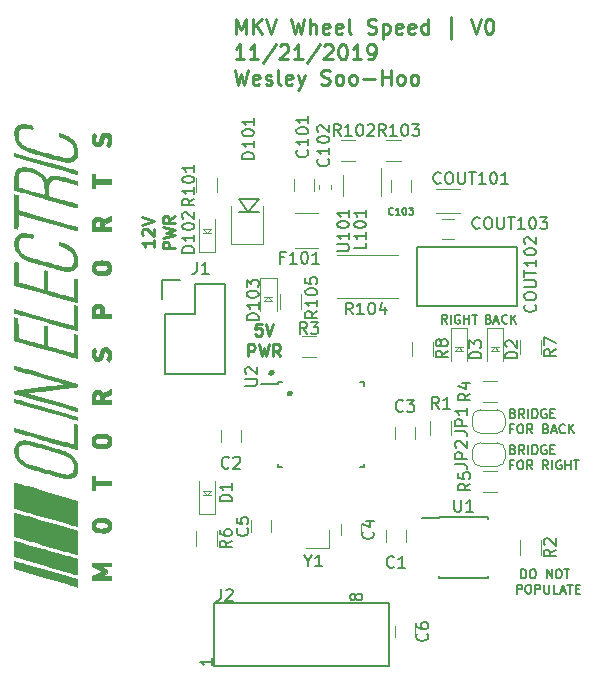
<source format=gbr>
G04 #@! TF.GenerationSoftware,KiCad,Pcbnew,5.1.4*
G04 #@! TF.CreationDate,2019-11-21T14:31:12-05:00*
G04 #@! TF.ProjectId,wheel_speed,77686565-6c5f-4737-9065-65642e6b6963,rev?*
G04 #@! TF.SameCoordinates,Original*
G04 #@! TF.FileFunction,Legend,Top*
G04 #@! TF.FilePolarity,Positive*
%FSLAX46Y46*%
G04 Gerber Fmt 4.6, Leading zero omitted, Abs format (unit mm)*
G04 Created by KiCad (PCBNEW 5.1.4) date 2019-11-21 14:31:12*
%MOMM*%
%LPD*%
G04 APERTURE LIST*
%ADD10C,0.152400*%
%ADD11C,0.250000*%
%ADD12C,0.254000*%
%ADD13C,0.010000*%
%ADD14C,0.150000*%
%ADD15C,0.120000*%
%ADD16C,0.200000*%
%ADD17C,0.100000*%
%ADD18C,0.500000*%
G04 APERTURE END LIST*
D10*
X134828642Y-119458014D02*
X134828642Y-118696014D01*
X135010071Y-118696014D01*
X135118928Y-118732300D01*
X135191500Y-118804871D01*
X135227785Y-118877442D01*
X135264071Y-119022585D01*
X135264071Y-119131442D01*
X135227785Y-119276585D01*
X135191500Y-119349157D01*
X135118928Y-119421728D01*
X135010071Y-119458014D01*
X134828642Y-119458014D01*
X135735785Y-118696014D02*
X135880928Y-118696014D01*
X135953500Y-118732300D01*
X136026071Y-118804871D01*
X136062357Y-118950014D01*
X136062357Y-119204014D01*
X136026071Y-119349157D01*
X135953500Y-119421728D01*
X135880928Y-119458014D01*
X135735785Y-119458014D01*
X135663214Y-119421728D01*
X135590642Y-119349157D01*
X135554357Y-119204014D01*
X135554357Y-118950014D01*
X135590642Y-118804871D01*
X135663214Y-118732300D01*
X135735785Y-118696014D01*
X136969500Y-119458014D02*
X136969500Y-118696014D01*
X137404928Y-119458014D01*
X137404928Y-118696014D01*
X137912928Y-118696014D02*
X138058071Y-118696014D01*
X138130642Y-118732300D01*
X138203214Y-118804871D01*
X138239500Y-118950014D01*
X138239500Y-119204014D01*
X138203214Y-119349157D01*
X138130642Y-119421728D01*
X138058071Y-119458014D01*
X137912928Y-119458014D01*
X137840357Y-119421728D01*
X137767785Y-119349157D01*
X137731500Y-119204014D01*
X137731500Y-118950014D01*
X137767785Y-118804871D01*
X137840357Y-118732300D01*
X137912928Y-118696014D01*
X138457214Y-118696014D02*
X138892642Y-118696014D01*
X138674928Y-119458014D02*
X138674928Y-118696014D01*
X134447642Y-120753414D02*
X134447642Y-119991414D01*
X134737928Y-119991414D01*
X134810500Y-120027700D01*
X134846785Y-120063985D01*
X134883071Y-120136557D01*
X134883071Y-120245414D01*
X134846785Y-120317985D01*
X134810500Y-120354271D01*
X134737928Y-120390557D01*
X134447642Y-120390557D01*
X135354785Y-119991414D02*
X135499928Y-119991414D01*
X135572500Y-120027700D01*
X135645071Y-120100271D01*
X135681357Y-120245414D01*
X135681357Y-120499414D01*
X135645071Y-120644557D01*
X135572500Y-120717128D01*
X135499928Y-120753414D01*
X135354785Y-120753414D01*
X135282214Y-120717128D01*
X135209642Y-120644557D01*
X135173357Y-120499414D01*
X135173357Y-120245414D01*
X135209642Y-120100271D01*
X135282214Y-120027700D01*
X135354785Y-119991414D01*
X136007928Y-120753414D02*
X136007928Y-119991414D01*
X136298214Y-119991414D01*
X136370785Y-120027700D01*
X136407071Y-120063985D01*
X136443357Y-120136557D01*
X136443357Y-120245414D01*
X136407071Y-120317985D01*
X136370785Y-120354271D01*
X136298214Y-120390557D01*
X136007928Y-120390557D01*
X136769928Y-119991414D02*
X136769928Y-120608271D01*
X136806214Y-120680842D01*
X136842500Y-120717128D01*
X136915071Y-120753414D01*
X137060214Y-120753414D01*
X137132785Y-120717128D01*
X137169071Y-120680842D01*
X137205357Y-120608271D01*
X137205357Y-119991414D01*
X137931071Y-120753414D02*
X137568214Y-120753414D01*
X137568214Y-119991414D01*
X138148785Y-120535700D02*
X138511642Y-120535700D01*
X138076214Y-120753414D02*
X138330214Y-119991414D01*
X138584214Y-120753414D01*
X138729357Y-119991414D02*
X139164785Y-119991414D01*
X138947071Y-120753414D02*
X138947071Y-119991414D01*
X139418785Y-120354271D02*
X139672785Y-120354271D01*
X139781642Y-120753414D02*
X139418785Y-120753414D01*
X139418785Y-119991414D01*
X139781642Y-119991414D01*
D11*
X112839523Y-97891380D02*
X112363333Y-97891380D01*
X112315714Y-98367571D01*
X112363333Y-98319952D01*
X112458571Y-98272333D01*
X112696666Y-98272333D01*
X112791904Y-98319952D01*
X112839523Y-98367571D01*
X112887142Y-98462809D01*
X112887142Y-98700904D01*
X112839523Y-98796142D01*
X112791904Y-98843761D01*
X112696666Y-98891380D01*
X112458571Y-98891380D01*
X112363333Y-98843761D01*
X112315714Y-98796142D01*
X113172857Y-97891380D02*
X113506190Y-98891380D01*
X113839523Y-97891380D01*
X111696666Y-100641380D02*
X111696666Y-99641380D01*
X112077619Y-99641380D01*
X112172857Y-99689000D01*
X112220476Y-99736619D01*
X112268095Y-99831857D01*
X112268095Y-99974714D01*
X112220476Y-100069952D01*
X112172857Y-100117571D01*
X112077619Y-100165190D01*
X111696666Y-100165190D01*
X112601428Y-99641380D02*
X112839523Y-100641380D01*
X113030000Y-99927095D01*
X113220476Y-100641380D01*
X113458571Y-99641380D01*
X114410952Y-100641380D02*
X114077619Y-100165190D01*
X113839523Y-100641380D02*
X113839523Y-99641380D01*
X114220476Y-99641380D01*
X114315714Y-99689000D01*
X114363333Y-99736619D01*
X114410952Y-99831857D01*
X114410952Y-99974714D01*
X114363333Y-100069952D01*
X114315714Y-100117571D01*
X114220476Y-100165190D01*
X113839523Y-100165190D01*
X103717380Y-90789047D02*
X103717380Y-91360476D01*
X103717380Y-91074761D02*
X102717380Y-91074761D01*
X102860238Y-91170000D01*
X102955476Y-91265238D01*
X103003095Y-91360476D01*
X102812619Y-90408095D02*
X102765000Y-90360476D01*
X102717380Y-90265238D01*
X102717380Y-90027142D01*
X102765000Y-89931904D01*
X102812619Y-89884285D01*
X102907857Y-89836666D01*
X103003095Y-89836666D01*
X103145952Y-89884285D01*
X103717380Y-90455714D01*
X103717380Y-89836666D01*
X102717380Y-89550952D02*
X103717380Y-89217619D01*
X102717380Y-88884285D01*
X105467380Y-91503333D02*
X104467380Y-91503333D01*
X104467380Y-91122380D01*
X104515000Y-91027142D01*
X104562619Y-90979523D01*
X104657857Y-90931904D01*
X104800714Y-90931904D01*
X104895952Y-90979523D01*
X104943571Y-91027142D01*
X104991190Y-91122380D01*
X104991190Y-91503333D01*
X104467380Y-90598571D02*
X105467380Y-90360476D01*
X104753095Y-90170000D01*
X105467380Y-89979523D01*
X104467380Y-89741428D01*
X105467380Y-88789047D02*
X104991190Y-89122380D01*
X105467380Y-89360476D02*
X104467380Y-89360476D01*
X104467380Y-88979523D01*
X104515000Y-88884285D01*
X104562619Y-88836666D01*
X104657857Y-88789047D01*
X104800714Y-88789047D01*
X104895952Y-88836666D01*
X104943571Y-88884285D01*
X104991190Y-88979523D01*
X104991190Y-89360476D01*
D10*
X128524000Y-97880714D02*
X128270000Y-97517857D01*
X128088571Y-97880714D02*
X128088571Y-97118714D01*
X128378857Y-97118714D01*
X128451428Y-97155000D01*
X128487714Y-97191285D01*
X128524000Y-97263857D01*
X128524000Y-97372714D01*
X128487714Y-97445285D01*
X128451428Y-97481571D01*
X128378857Y-97517857D01*
X128088571Y-97517857D01*
X128850571Y-97880714D02*
X128850571Y-97118714D01*
X129612571Y-97155000D02*
X129540000Y-97118714D01*
X129431142Y-97118714D01*
X129322285Y-97155000D01*
X129249714Y-97227571D01*
X129213428Y-97300142D01*
X129177142Y-97445285D01*
X129177142Y-97554142D01*
X129213428Y-97699285D01*
X129249714Y-97771857D01*
X129322285Y-97844428D01*
X129431142Y-97880714D01*
X129503714Y-97880714D01*
X129612571Y-97844428D01*
X129648857Y-97808142D01*
X129648857Y-97554142D01*
X129503714Y-97554142D01*
X129975428Y-97880714D02*
X129975428Y-97118714D01*
X129975428Y-97481571D02*
X130410857Y-97481571D01*
X130410857Y-97880714D02*
X130410857Y-97118714D01*
X130664857Y-97118714D02*
X131100285Y-97118714D01*
X130882571Y-97880714D02*
X130882571Y-97118714D01*
X132061857Y-97481571D02*
X132170714Y-97517857D01*
X132207000Y-97554142D01*
X132243285Y-97626714D01*
X132243285Y-97735571D01*
X132207000Y-97808142D01*
X132170714Y-97844428D01*
X132098142Y-97880714D01*
X131807857Y-97880714D01*
X131807857Y-97118714D01*
X132061857Y-97118714D01*
X132134428Y-97155000D01*
X132170714Y-97191285D01*
X132207000Y-97263857D01*
X132207000Y-97336428D01*
X132170714Y-97409000D01*
X132134428Y-97445285D01*
X132061857Y-97481571D01*
X131807857Y-97481571D01*
X132533571Y-97663000D02*
X132896428Y-97663000D01*
X132461000Y-97880714D02*
X132715000Y-97118714D01*
X132969000Y-97880714D01*
X133658428Y-97808142D02*
X133622142Y-97844428D01*
X133513285Y-97880714D01*
X133440714Y-97880714D01*
X133331857Y-97844428D01*
X133259285Y-97771857D01*
X133223000Y-97699285D01*
X133186714Y-97554142D01*
X133186714Y-97445285D01*
X133223000Y-97300142D01*
X133259285Y-97227571D01*
X133331857Y-97155000D01*
X133440714Y-97118714D01*
X133513285Y-97118714D01*
X133622142Y-97155000D01*
X133658428Y-97191285D01*
X133985000Y-97880714D02*
X133985000Y-97118714D01*
X134420428Y-97880714D02*
X134093857Y-97445285D01*
X134420428Y-97118714D02*
X133985000Y-97554142D01*
X134138488Y-108517871D02*
X134247345Y-108554157D01*
X134283631Y-108590442D01*
X134319917Y-108663014D01*
X134319917Y-108771871D01*
X134283631Y-108844442D01*
X134247345Y-108880728D01*
X134174774Y-108917014D01*
X133884488Y-108917014D01*
X133884488Y-108155014D01*
X134138488Y-108155014D01*
X134211060Y-108191300D01*
X134247345Y-108227585D01*
X134283631Y-108300157D01*
X134283631Y-108372728D01*
X134247345Y-108445300D01*
X134211060Y-108481585D01*
X134138488Y-108517871D01*
X133884488Y-108517871D01*
X135081917Y-108917014D02*
X134827917Y-108554157D01*
X134646488Y-108917014D02*
X134646488Y-108155014D01*
X134936774Y-108155014D01*
X135009345Y-108191300D01*
X135045631Y-108227585D01*
X135081917Y-108300157D01*
X135081917Y-108409014D01*
X135045631Y-108481585D01*
X135009345Y-108517871D01*
X134936774Y-108554157D01*
X134646488Y-108554157D01*
X135408488Y-108917014D02*
X135408488Y-108155014D01*
X135771345Y-108917014D02*
X135771345Y-108155014D01*
X135952774Y-108155014D01*
X136061631Y-108191300D01*
X136134202Y-108263871D01*
X136170488Y-108336442D01*
X136206774Y-108481585D01*
X136206774Y-108590442D01*
X136170488Y-108735585D01*
X136134202Y-108808157D01*
X136061631Y-108880728D01*
X135952774Y-108917014D01*
X135771345Y-108917014D01*
X136932488Y-108191300D02*
X136859917Y-108155014D01*
X136751060Y-108155014D01*
X136642202Y-108191300D01*
X136569631Y-108263871D01*
X136533345Y-108336442D01*
X136497060Y-108481585D01*
X136497060Y-108590442D01*
X136533345Y-108735585D01*
X136569631Y-108808157D01*
X136642202Y-108880728D01*
X136751060Y-108917014D01*
X136823631Y-108917014D01*
X136932488Y-108880728D01*
X136968774Y-108844442D01*
X136968774Y-108590442D01*
X136823631Y-108590442D01*
X137295345Y-108517871D02*
X137549345Y-108517871D01*
X137658202Y-108917014D02*
X137295345Y-108917014D01*
X137295345Y-108155014D01*
X137658202Y-108155014D01*
X134138488Y-109813271D02*
X133884488Y-109813271D01*
X133884488Y-110212414D02*
X133884488Y-109450414D01*
X134247345Y-109450414D01*
X134682774Y-109450414D02*
X134827917Y-109450414D01*
X134900488Y-109486700D01*
X134973060Y-109559271D01*
X135009345Y-109704414D01*
X135009345Y-109958414D01*
X134973060Y-110103557D01*
X134900488Y-110176128D01*
X134827917Y-110212414D01*
X134682774Y-110212414D01*
X134610202Y-110176128D01*
X134537631Y-110103557D01*
X134501345Y-109958414D01*
X134501345Y-109704414D01*
X134537631Y-109559271D01*
X134610202Y-109486700D01*
X134682774Y-109450414D01*
X135771345Y-110212414D02*
X135517345Y-109849557D01*
X135335917Y-110212414D02*
X135335917Y-109450414D01*
X135626202Y-109450414D01*
X135698774Y-109486700D01*
X135735060Y-109522985D01*
X135771345Y-109595557D01*
X135771345Y-109704414D01*
X135735060Y-109776985D01*
X135698774Y-109813271D01*
X135626202Y-109849557D01*
X135335917Y-109849557D01*
X137113917Y-110212414D02*
X136859917Y-109849557D01*
X136678488Y-110212414D02*
X136678488Y-109450414D01*
X136968774Y-109450414D01*
X137041345Y-109486700D01*
X137077631Y-109522985D01*
X137113917Y-109595557D01*
X137113917Y-109704414D01*
X137077631Y-109776985D01*
X137041345Y-109813271D01*
X136968774Y-109849557D01*
X136678488Y-109849557D01*
X137440488Y-110212414D02*
X137440488Y-109450414D01*
X138202488Y-109486700D02*
X138129917Y-109450414D01*
X138021060Y-109450414D01*
X137912202Y-109486700D01*
X137839631Y-109559271D01*
X137803345Y-109631842D01*
X137767060Y-109776985D01*
X137767060Y-109885842D01*
X137803345Y-110030985D01*
X137839631Y-110103557D01*
X137912202Y-110176128D01*
X138021060Y-110212414D01*
X138093631Y-110212414D01*
X138202488Y-110176128D01*
X138238774Y-110139842D01*
X138238774Y-109885842D01*
X138093631Y-109885842D01*
X138565345Y-110212414D02*
X138565345Y-109450414D01*
X138565345Y-109813271D02*
X139000774Y-109813271D01*
X139000774Y-110212414D02*
X139000774Y-109450414D01*
X139254774Y-109450414D02*
X139690202Y-109450414D01*
X139472488Y-110212414D02*
X139472488Y-109450414D01*
X134138488Y-105469871D02*
X134247345Y-105506157D01*
X134283631Y-105542442D01*
X134319917Y-105615014D01*
X134319917Y-105723871D01*
X134283631Y-105796442D01*
X134247345Y-105832728D01*
X134174774Y-105869014D01*
X133884488Y-105869014D01*
X133884488Y-105107014D01*
X134138488Y-105107014D01*
X134211060Y-105143300D01*
X134247345Y-105179585D01*
X134283631Y-105252157D01*
X134283631Y-105324728D01*
X134247345Y-105397300D01*
X134211060Y-105433585D01*
X134138488Y-105469871D01*
X133884488Y-105469871D01*
X135081917Y-105869014D02*
X134827917Y-105506157D01*
X134646488Y-105869014D02*
X134646488Y-105107014D01*
X134936774Y-105107014D01*
X135009345Y-105143300D01*
X135045631Y-105179585D01*
X135081917Y-105252157D01*
X135081917Y-105361014D01*
X135045631Y-105433585D01*
X135009345Y-105469871D01*
X134936774Y-105506157D01*
X134646488Y-105506157D01*
X135408488Y-105869014D02*
X135408488Y-105107014D01*
X135771345Y-105869014D02*
X135771345Y-105107014D01*
X135952774Y-105107014D01*
X136061631Y-105143300D01*
X136134202Y-105215871D01*
X136170488Y-105288442D01*
X136206774Y-105433585D01*
X136206774Y-105542442D01*
X136170488Y-105687585D01*
X136134202Y-105760157D01*
X136061631Y-105832728D01*
X135952774Y-105869014D01*
X135771345Y-105869014D01*
X136932488Y-105143300D02*
X136859917Y-105107014D01*
X136751060Y-105107014D01*
X136642202Y-105143300D01*
X136569631Y-105215871D01*
X136533345Y-105288442D01*
X136497060Y-105433585D01*
X136497060Y-105542442D01*
X136533345Y-105687585D01*
X136569631Y-105760157D01*
X136642202Y-105832728D01*
X136751060Y-105869014D01*
X136823631Y-105869014D01*
X136932488Y-105832728D01*
X136968774Y-105796442D01*
X136968774Y-105542442D01*
X136823631Y-105542442D01*
X137295345Y-105469871D02*
X137549345Y-105469871D01*
X137658202Y-105869014D02*
X137295345Y-105869014D01*
X137295345Y-105107014D01*
X137658202Y-105107014D01*
X134138488Y-106765271D02*
X133884488Y-106765271D01*
X133884488Y-107164414D02*
X133884488Y-106402414D01*
X134247345Y-106402414D01*
X134682774Y-106402414D02*
X134827917Y-106402414D01*
X134900488Y-106438700D01*
X134973060Y-106511271D01*
X135009345Y-106656414D01*
X135009345Y-106910414D01*
X134973060Y-107055557D01*
X134900488Y-107128128D01*
X134827917Y-107164414D01*
X134682774Y-107164414D01*
X134610202Y-107128128D01*
X134537631Y-107055557D01*
X134501345Y-106910414D01*
X134501345Y-106656414D01*
X134537631Y-106511271D01*
X134610202Y-106438700D01*
X134682774Y-106402414D01*
X135771345Y-107164414D02*
X135517345Y-106801557D01*
X135335917Y-107164414D02*
X135335917Y-106402414D01*
X135626202Y-106402414D01*
X135698774Y-106438700D01*
X135735060Y-106474985D01*
X135771345Y-106547557D01*
X135771345Y-106656414D01*
X135735060Y-106728985D01*
X135698774Y-106765271D01*
X135626202Y-106801557D01*
X135335917Y-106801557D01*
X136932488Y-106765271D02*
X137041345Y-106801557D01*
X137077631Y-106837842D01*
X137113917Y-106910414D01*
X137113917Y-107019271D01*
X137077631Y-107091842D01*
X137041345Y-107128128D01*
X136968774Y-107164414D01*
X136678488Y-107164414D01*
X136678488Y-106402414D01*
X136932488Y-106402414D01*
X137005060Y-106438700D01*
X137041345Y-106474985D01*
X137077631Y-106547557D01*
X137077631Y-106620128D01*
X137041345Y-106692700D01*
X137005060Y-106728985D01*
X136932488Y-106765271D01*
X136678488Y-106765271D01*
X137404202Y-106946700D02*
X137767060Y-106946700D01*
X137331631Y-107164414D02*
X137585631Y-106402414D01*
X137839631Y-107164414D01*
X138529060Y-107091842D02*
X138492774Y-107128128D01*
X138383917Y-107164414D01*
X138311345Y-107164414D01*
X138202488Y-107128128D01*
X138129917Y-107055557D01*
X138093631Y-106982985D01*
X138057345Y-106837842D01*
X138057345Y-106728985D01*
X138093631Y-106583842D01*
X138129917Y-106511271D01*
X138202488Y-106438700D01*
X138311345Y-106402414D01*
X138383917Y-106402414D01*
X138492774Y-106438700D01*
X138529060Y-106474985D01*
X138855631Y-107164414D02*
X138855631Y-106402414D01*
X139291060Y-107164414D02*
X138964488Y-106728985D01*
X139291060Y-106402414D02*
X138855631Y-106837842D01*
D12*
X110703480Y-73345523D02*
X110703480Y-72075523D01*
X111126814Y-72982666D01*
X111550147Y-72075523D01*
X111550147Y-73345523D01*
X112154909Y-73345523D02*
X112154909Y-72075523D01*
X112880623Y-73345523D02*
X112336338Y-72619809D01*
X112880623Y-72075523D02*
X112154909Y-72801238D01*
X113243480Y-72075523D02*
X113666814Y-73345523D01*
X114090147Y-72075523D01*
X115360147Y-72075523D02*
X115662528Y-73345523D01*
X115904433Y-72438380D01*
X116146338Y-73345523D01*
X116448719Y-72075523D01*
X116932528Y-73345523D02*
X116932528Y-72075523D01*
X117476814Y-73345523D02*
X117476814Y-72680285D01*
X117416338Y-72559333D01*
X117295385Y-72498857D01*
X117113957Y-72498857D01*
X116993004Y-72559333D01*
X116932528Y-72619809D01*
X118565385Y-73285047D02*
X118444433Y-73345523D01*
X118202528Y-73345523D01*
X118081576Y-73285047D01*
X118021100Y-73164095D01*
X118021100Y-72680285D01*
X118081576Y-72559333D01*
X118202528Y-72498857D01*
X118444433Y-72498857D01*
X118565385Y-72559333D01*
X118625861Y-72680285D01*
X118625861Y-72801238D01*
X118021100Y-72922190D01*
X119653957Y-73285047D02*
X119533004Y-73345523D01*
X119291100Y-73345523D01*
X119170147Y-73285047D01*
X119109671Y-73164095D01*
X119109671Y-72680285D01*
X119170147Y-72559333D01*
X119291100Y-72498857D01*
X119533004Y-72498857D01*
X119653957Y-72559333D01*
X119714433Y-72680285D01*
X119714433Y-72801238D01*
X119109671Y-72922190D01*
X120440147Y-73345523D02*
X120319195Y-73285047D01*
X120258719Y-73164095D01*
X120258719Y-72075523D01*
X121831100Y-73285047D02*
X122012528Y-73345523D01*
X122314909Y-73345523D01*
X122435861Y-73285047D01*
X122496338Y-73224571D01*
X122556814Y-73103619D01*
X122556814Y-72982666D01*
X122496338Y-72861714D01*
X122435861Y-72801238D01*
X122314909Y-72740761D01*
X122073004Y-72680285D01*
X121952052Y-72619809D01*
X121891576Y-72559333D01*
X121831100Y-72438380D01*
X121831100Y-72317428D01*
X121891576Y-72196476D01*
X121952052Y-72136000D01*
X122073004Y-72075523D01*
X122375385Y-72075523D01*
X122556814Y-72136000D01*
X123101100Y-72498857D02*
X123101100Y-73768857D01*
X123101100Y-72559333D02*
X123222052Y-72498857D01*
X123463957Y-72498857D01*
X123584909Y-72559333D01*
X123645385Y-72619809D01*
X123705861Y-72740761D01*
X123705861Y-73103619D01*
X123645385Y-73224571D01*
X123584909Y-73285047D01*
X123463957Y-73345523D01*
X123222052Y-73345523D01*
X123101100Y-73285047D01*
X124733957Y-73285047D02*
X124613004Y-73345523D01*
X124371100Y-73345523D01*
X124250147Y-73285047D01*
X124189671Y-73164095D01*
X124189671Y-72680285D01*
X124250147Y-72559333D01*
X124371100Y-72498857D01*
X124613004Y-72498857D01*
X124733957Y-72559333D01*
X124794433Y-72680285D01*
X124794433Y-72801238D01*
X124189671Y-72922190D01*
X125822528Y-73285047D02*
X125701576Y-73345523D01*
X125459671Y-73345523D01*
X125338719Y-73285047D01*
X125278242Y-73164095D01*
X125278242Y-72680285D01*
X125338719Y-72559333D01*
X125459671Y-72498857D01*
X125701576Y-72498857D01*
X125822528Y-72559333D01*
X125883004Y-72680285D01*
X125883004Y-72801238D01*
X125278242Y-72922190D01*
X126971576Y-73345523D02*
X126971576Y-72075523D01*
X126971576Y-73285047D02*
X126850623Y-73345523D01*
X126608719Y-73345523D01*
X126487766Y-73285047D01*
X126427290Y-73224571D01*
X126366814Y-73103619D01*
X126366814Y-72740761D01*
X126427290Y-72619809D01*
X126487766Y-72559333D01*
X126608719Y-72498857D01*
X126850623Y-72498857D01*
X126971576Y-72559333D01*
X128846338Y-73768857D02*
X128846338Y-71954571D01*
X130539671Y-72075523D02*
X130963004Y-73345523D01*
X131386338Y-72075523D01*
X132051576Y-72075523D02*
X132172528Y-72075523D01*
X132293480Y-72136000D01*
X132353957Y-72196476D01*
X132414433Y-72317428D01*
X132474909Y-72559333D01*
X132474909Y-72861714D01*
X132414433Y-73103619D01*
X132353957Y-73224571D01*
X132293480Y-73285047D01*
X132172528Y-73345523D01*
X132051576Y-73345523D01*
X131930623Y-73285047D01*
X131870147Y-73224571D01*
X131809671Y-73103619D01*
X131749195Y-72861714D01*
X131749195Y-72559333D01*
X131809671Y-72317428D01*
X131870147Y-72196476D01*
X131930623Y-72136000D01*
X132051576Y-72075523D01*
X111368719Y-75504523D02*
X110643004Y-75504523D01*
X111005861Y-75504523D02*
X111005861Y-74234523D01*
X110884909Y-74415952D01*
X110763957Y-74536904D01*
X110643004Y-74597380D01*
X112578242Y-75504523D02*
X111852528Y-75504523D01*
X112215385Y-75504523D02*
X112215385Y-74234523D01*
X112094433Y-74415952D01*
X111973480Y-74536904D01*
X111852528Y-74597380D01*
X114029671Y-74174047D02*
X112941100Y-75806904D01*
X114392528Y-74355476D02*
X114453004Y-74295000D01*
X114573957Y-74234523D01*
X114876338Y-74234523D01*
X114997290Y-74295000D01*
X115057766Y-74355476D01*
X115118242Y-74476428D01*
X115118242Y-74597380D01*
X115057766Y-74778809D01*
X114332052Y-75504523D01*
X115118242Y-75504523D01*
X116327766Y-75504523D02*
X115602052Y-75504523D01*
X115964909Y-75504523D02*
X115964909Y-74234523D01*
X115843957Y-74415952D01*
X115723004Y-74536904D01*
X115602052Y-74597380D01*
X117779195Y-74174047D02*
X116690623Y-75806904D01*
X118142052Y-74355476D02*
X118202528Y-74295000D01*
X118323480Y-74234523D01*
X118625861Y-74234523D01*
X118746814Y-74295000D01*
X118807290Y-74355476D01*
X118867766Y-74476428D01*
X118867766Y-74597380D01*
X118807290Y-74778809D01*
X118081576Y-75504523D01*
X118867766Y-75504523D01*
X119653957Y-74234523D02*
X119774909Y-74234523D01*
X119895861Y-74295000D01*
X119956338Y-74355476D01*
X120016814Y-74476428D01*
X120077290Y-74718333D01*
X120077290Y-75020714D01*
X120016814Y-75262619D01*
X119956338Y-75383571D01*
X119895861Y-75444047D01*
X119774909Y-75504523D01*
X119653957Y-75504523D01*
X119533004Y-75444047D01*
X119472528Y-75383571D01*
X119412052Y-75262619D01*
X119351576Y-75020714D01*
X119351576Y-74718333D01*
X119412052Y-74476428D01*
X119472528Y-74355476D01*
X119533004Y-74295000D01*
X119653957Y-74234523D01*
X121286814Y-75504523D02*
X120561100Y-75504523D01*
X120923957Y-75504523D02*
X120923957Y-74234523D01*
X120803004Y-74415952D01*
X120682052Y-74536904D01*
X120561100Y-74597380D01*
X121891576Y-75504523D02*
X122133480Y-75504523D01*
X122254433Y-75444047D01*
X122314909Y-75383571D01*
X122435861Y-75202142D01*
X122496338Y-74960238D01*
X122496338Y-74476428D01*
X122435861Y-74355476D01*
X122375385Y-74295000D01*
X122254433Y-74234523D01*
X122012528Y-74234523D01*
X121891576Y-74295000D01*
X121831100Y-74355476D01*
X121770623Y-74476428D01*
X121770623Y-74778809D01*
X121831100Y-74899761D01*
X121891576Y-74960238D01*
X122012528Y-75020714D01*
X122254433Y-75020714D01*
X122375385Y-74960238D01*
X122435861Y-74899761D01*
X122496338Y-74778809D01*
X110582528Y-76393523D02*
X110884909Y-77663523D01*
X111126814Y-76756380D01*
X111368719Y-77663523D01*
X111671100Y-76393523D01*
X112638719Y-77603047D02*
X112517766Y-77663523D01*
X112275861Y-77663523D01*
X112154909Y-77603047D01*
X112094433Y-77482095D01*
X112094433Y-76998285D01*
X112154909Y-76877333D01*
X112275861Y-76816857D01*
X112517766Y-76816857D01*
X112638719Y-76877333D01*
X112699195Y-76998285D01*
X112699195Y-77119238D01*
X112094433Y-77240190D01*
X113183004Y-77603047D02*
X113303957Y-77663523D01*
X113545861Y-77663523D01*
X113666814Y-77603047D01*
X113727290Y-77482095D01*
X113727290Y-77421619D01*
X113666814Y-77300666D01*
X113545861Y-77240190D01*
X113364433Y-77240190D01*
X113243480Y-77179714D01*
X113183004Y-77058761D01*
X113183004Y-76998285D01*
X113243480Y-76877333D01*
X113364433Y-76816857D01*
X113545861Y-76816857D01*
X113666814Y-76877333D01*
X114453004Y-77663523D02*
X114332052Y-77603047D01*
X114271576Y-77482095D01*
X114271576Y-76393523D01*
X115420623Y-77603047D02*
X115299671Y-77663523D01*
X115057766Y-77663523D01*
X114936814Y-77603047D01*
X114876338Y-77482095D01*
X114876338Y-76998285D01*
X114936814Y-76877333D01*
X115057766Y-76816857D01*
X115299671Y-76816857D01*
X115420623Y-76877333D01*
X115481100Y-76998285D01*
X115481100Y-77119238D01*
X114876338Y-77240190D01*
X115904433Y-76816857D02*
X116206814Y-77663523D01*
X116509195Y-76816857D02*
X116206814Y-77663523D01*
X116085861Y-77965904D01*
X116025385Y-78026380D01*
X115904433Y-78086857D01*
X117900147Y-77603047D02*
X118081576Y-77663523D01*
X118383957Y-77663523D01*
X118504909Y-77603047D01*
X118565385Y-77542571D01*
X118625861Y-77421619D01*
X118625861Y-77300666D01*
X118565385Y-77179714D01*
X118504909Y-77119238D01*
X118383957Y-77058761D01*
X118142052Y-76998285D01*
X118021100Y-76937809D01*
X117960623Y-76877333D01*
X117900147Y-76756380D01*
X117900147Y-76635428D01*
X117960623Y-76514476D01*
X118021100Y-76454000D01*
X118142052Y-76393523D01*
X118444433Y-76393523D01*
X118625861Y-76454000D01*
X119351576Y-77663523D02*
X119230623Y-77603047D01*
X119170147Y-77542571D01*
X119109671Y-77421619D01*
X119109671Y-77058761D01*
X119170147Y-76937809D01*
X119230623Y-76877333D01*
X119351576Y-76816857D01*
X119533004Y-76816857D01*
X119653957Y-76877333D01*
X119714433Y-76937809D01*
X119774909Y-77058761D01*
X119774909Y-77421619D01*
X119714433Y-77542571D01*
X119653957Y-77603047D01*
X119533004Y-77663523D01*
X119351576Y-77663523D01*
X120500623Y-77663523D02*
X120379671Y-77603047D01*
X120319195Y-77542571D01*
X120258719Y-77421619D01*
X120258719Y-77058761D01*
X120319195Y-76937809D01*
X120379671Y-76877333D01*
X120500623Y-76816857D01*
X120682052Y-76816857D01*
X120803004Y-76877333D01*
X120863480Y-76937809D01*
X120923957Y-77058761D01*
X120923957Y-77421619D01*
X120863480Y-77542571D01*
X120803004Y-77603047D01*
X120682052Y-77663523D01*
X120500623Y-77663523D01*
X121468242Y-77179714D02*
X122435861Y-77179714D01*
X123040623Y-77663523D02*
X123040623Y-76393523D01*
X123040623Y-76998285D02*
X123766338Y-76998285D01*
X123766338Y-77663523D02*
X123766338Y-76393523D01*
X124552528Y-77663523D02*
X124431576Y-77603047D01*
X124371100Y-77542571D01*
X124310623Y-77421619D01*
X124310623Y-77058761D01*
X124371100Y-76937809D01*
X124431576Y-76877333D01*
X124552528Y-76816857D01*
X124733957Y-76816857D01*
X124854909Y-76877333D01*
X124915385Y-76937809D01*
X124975861Y-77058761D01*
X124975861Y-77421619D01*
X124915385Y-77542571D01*
X124854909Y-77603047D01*
X124733957Y-77663523D01*
X124552528Y-77663523D01*
X125701576Y-77663523D02*
X125580623Y-77603047D01*
X125520147Y-77542571D01*
X125459671Y-77421619D01*
X125459671Y-77058761D01*
X125520147Y-76937809D01*
X125580623Y-76877333D01*
X125701576Y-76816857D01*
X125883004Y-76816857D01*
X126003957Y-76877333D01*
X126064433Y-76937809D01*
X126124909Y-77058761D01*
X126124909Y-77421619D01*
X126064433Y-77542571D01*
X126003957Y-77603047D01*
X125883004Y-77663523D01*
X125701576Y-77663523D01*
D13*
G36*
X91904868Y-81737925D02*
G01*
X91938299Y-81518681D01*
X92003430Y-81338872D01*
X92100626Y-81197947D01*
X92230251Y-81095356D01*
X92370355Y-81036661D01*
X92491405Y-81014575D01*
X92646671Y-81005518D01*
X92821421Y-81008925D01*
X93000924Y-81024230D01*
X93170448Y-81050867D01*
X93256100Y-81070674D01*
X93433900Y-81117928D01*
X93441581Y-81264598D01*
X93444258Y-81346649D01*
X93439220Y-81388661D01*
X93423449Y-81401181D01*
X93403481Y-81397773D01*
X93223585Y-81348593D01*
X93071954Y-81316993D01*
X92930426Y-81299931D01*
X92786200Y-81294398D01*
X92666853Y-81295177D01*
X92583066Y-81301281D01*
X92519668Y-81315364D01*
X92461489Y-81340078D01*
X92430919Y-81356520D01*
X92324178Y-81436159D01*
X92249348Y-81541016D01*
X92202928Y-81678054D01*
X92181494Y-81852781D01*
X92191411Y-82090766D01*
X92247285Y-82307120D01*
X92349119Y-82501849D01*
X92496918Y-82674959D01*
X92690687Y-82826455D01*
X92930429Y-82956346D01*
X93013013Y-82991790D01*
X93071544Y-83012365D01*
X93173530Y-83044646D01*
X93313393Y-83087067D01*
X93485553Y-83138060D01*
X93684433Y-83196058D01*
X93904452Y-83259494D01*
X94140031Y-83326800D01*
X94385592Y-83396408D01*
X94635555Y-83466752D01*
X94884342Y-83536264D01*
X95126372Y-83603377D01*
X95356068Y-83666523D01*
X95567849Y-83724134D01*
X95756138Y-83774645D01*
X95915354Y-83816486D01*
X96039919Y-83848091D01*
X96124254Y-83867893D01*
X96148761Y-83872737D01*
X96363416Y-83893248D01*
X96544897Y-83875588D01*
X96693776Y-83819560D01*
X96810628Y-83724962D01*
X96883811Y-83616800D01*
X96916765Y-83548809D01*
X96937159Y-83490781D01*
X96947394Y-83427660D01*
X96949872Y-83344388D01*
X96946995Y-83225909D01*
X96946850Y-83221630D01*
X96940890Y-83096530D01*
X96930554Y-83004987D01*
X96912127Y-82929765D01*
X96881893Y-82853626D01*
X96855639Y-82798500D01*
X96738716Y-82617176D01*
X96576279Y-82453165D01*
X96371288Y-82308577D01*
X96126701Y-82185524D01*
X95865950Y-82092159D01*
X95681800Y-82037053D01*
X95681800Y-81899827D01*
X95685664Y-81824092D01*
X95695616Y-81774253D01*
X95704909Y-81762600D01*
X95756067Y-81772144D01*
X95842327Y-81797949D01*
X95952309Y-81835771D01*
X96074636Y-81881370D01*
X96197929Y-81930503D01*
X96310810Y-81978929D01*
X96401900Y-82022406D01*
X96402127Y-82022524D01*
X96554712Y-82116089D01*
X96708743Y-82235982D01*
X96852996Y-82371390D01*
X96976250Y-82511498D01*
X97067282Y-82645493D01*
X97085948Y-82681447D01*
X97167256Y-82899090D01*
X97215581Y-83134083D01*
X97229322Y-83371286D01*
X97206875Y-83595560D01*
X97190335Y-83667600D01*
X97122338Y-83841344D01*
X97020624Y-83977560D01*
X96882841Y-84078681D01*
X96734333Y-84139243D01*
X96608727Y-84163656D01*
X96452211Y-84174030D01*
X96282767Y-84170109D01*
X96118382Y-84151636D01*
X96099214Y-84148314D01*
X96035892Y-84134216D01*
X95929444Y-84107426D01*
X95785494Y-84069539D01*
X95609667Y-84022147D01*
X95407587Y-83966845D01*
X95184877Y-83905227D01*
X94947163Y-83838885D01*
X94700068Y-83769415D01*
X94449217Y-83698409D01*
X94200234Y-83627461D01*
X93958742Y-83558166D01*
X93730367Y-83492117D01*
X93520732Y-83430907D01*
X93335462Y-83376131D01*
X93180181Y-83329382D01*
X93060512Y-83292254D01*
X92982081Y-83266340D01*
X92965995Y-83260440D01*
X92691559Y-83132080D01*
X92454899Y-82974484D01*
X92257797Y-82790208D01*
X92102036Y-82581813D01*
X91989400Y-82351855D01*
X91921671Y-82102894D01*
X91900633Y-81837487D01*
X91904868Y-81737925D01*
X91904868Y-81737925D01*
G37*
X91904868Y-81737925D02*
X91938299Y-81518681D01*
X92003430Y-81338872D01*
X92100626Y-81197947D01*
X92230251Y-81095356D01*
X92370355Y-81036661D01*
X92491405Y-81014575D01*
X92646671Y-81005518D01*
X92821421Y-81008925D01*
X93000924Y-81024230D01*
X93170448Y-81050867D01*
X93256100Y-81070674D01*
X93433900Y-81117928D01*
X93441581Y-81264598D01*
X93444258Y-81346649D01*
X93439220Y-81388661D01*
X93423449Y-81401181D01*
X93403481Y-81397773D01*
X93223585Y-81348593D01*
X93071954Y-81316993D01*
X92930426Y-81299931D01*
X92786200Y-81294398D01*
X92666853Y-81295177D01*
X92583066Y-81301281D01*
X92519668Y-81315364D01*
X92461489Y-81340078D01*
X92430919Y-81356520D01*
X92324178Y-81436159D01*
X92249348Y-81541016D01*
X92202928Y-81678054D01*
X92181494Y-81852781D01*
X92191411Y-82090766D01*
X92247285Y-82307120D01*
X92349119Y-82501849D01*
X92496918Y-82674959D01*
X92690687Y-82826455D01*
X92930429Y-82956346D01*
X93013013Y-82991790D01*
X93071544Y-83012365D01*
X93173530Y-83044646D01*
X93313393Y-83087067D01*
X93485553Y-83138060D01*
X93684433Y-83196058D01*
X93904452Y-83259494D01*
X94140031Y-83326800D01*
X94385592Y-83396408D01*
X94635555Y-83466752D01*
X94884342Y-83536264D01*
X95126372Y-83603377D01*
X95356068Y-83666523D01*
X95567849Y-83724134D01*
X95756138Y-83774645D01*
X95915354Y-83816486D01*
X96039919Y-83848091D01*
X96124254Y-83867893D01*
X96148761Y-83872737D01*
X96363416Y-83893248D01*
X96544897Y-83875588D01*
X96693776Y-83819560D01*
X96810628Y-83724962D01*
X96883811Y-83616800D01*
X96916765Y-83548809D01*
X96937159Y-83490781D01*
X96947394Y-83427660D01*
X96949872Y-83344388D01*
X96946995Y-83225909D01*
X96946850Y-83221630D01*
X96940890Y-83096530D01*
X96930554Y-83004987D01*
X96912127Y-82929765D01*
X96881893Y-82853626D01*
X96855639Y-82798500D01*
X96738716Y-82617176D01*
X96576279Y-82453165D01*
X96371288Y-82308577D01*
X96126701Y-82185524D01*
X95865950Y-82092159D01*
X95681800Y-82037053D01*
X95681800Y-81899827D01*
X95685664Y-81824092D01*
X95695616Y-81774253D01*
X95704909Y-81762600D01*
X95756067Y-81772144D01*
X95842327Y-81797949D01*
X95952309Y-81835771D01*
X96074636Y-81881370D01*
X96197929Y-81930503D01*
X96310810Y-81978929D01*
X96401900Y-82022406D01*
X96402127Y-82022524D01*
X96554712Y-82116089D01*
X96708743Y-82235982D01*
X96852996Y-82371390D01*
X96976250Y-82511498D01*
X97067282Y-82645493D01*
X97085948Y-82681447D01*
X97167256Y-82899090D01*
X97215581Y-83134083D01*
X97229322Y-83371286D01*
X97206875Y-83595560D01*
X97190335Y-83667600D01*
X97122338Y-83841344D01*
X97020624Y-83977560D01*
X96882841Y-84078681D01*
X96734333Y-84139243D01*
X96608727Y-84163656D01*
X96452211Y-84174030D01*
X96282767Y-84170109D01*
X96118382Y-84151636D01*
X96099214Y-84148314D01*
X96035892Y-84134216D01*
X95929444Y-84107426D01*
X95785494Y-84069539D01*
X95609667Y-84022147D01*
X95407587Y-83966845D01*
X95184877Y-83905227D01*
X94947163Y-83838885D01*
X94700068Y-83769415D01*
X94449217Y-83698409D01*
X94200234Y-83627461D01*
X93958742Y-83558166D01*
X93730367Y-83492117D01*
X93520732Y-83430907D01*
X93335462Y-83376131D01*
X93180181Y-83329382D01*
X93060512Y-83292254D01*
X92982081Y-83266340D01*
X92965995Y-83260440D01*
X92691559Y-83132080D01*
X92454899Y-82974484D01*
X92257797Y-82790208D01*
X92102036Y-82581813D01*
X91989400Y-82351855D01*
X91921671Y-82102894D01*
X91900633Y-81837487D01*
X91904868Y-81737925D01*
G36*
X91911223Y-83473856D02*
G01*
X91930443Y-83464400D01*
X91959320Y-83471153D01*
X92033837Y-83490809D01*
X92150747Y-83522467D01*
X92306801Y-83565225D01*
X92498752Y-83618182D01*
X92723351Y-83680436D01*
X92977352Y-83751084D01*
X93257505Y-83829226D01*
X93560563Y-83913959D01*
X93883279Y-84004381D01*
X94222404Y-84099592D01*
X94541620Y-84189378D01*
X94893374Y-84288385D01*
X95232014Y-84383671D01*
X95554255Y-84474312D01*
X95856815Y-84559385D01*
X96136408Y-84637969D01*
X96389750Y-84709141D01*
X96613557Y-84771979D01*
X96804544Y-84825559D01*
X96959427Y-84868961D01*
X97074922Y-84901260D01*
X97147745Y-84921536D01*
X97174050Y-84928731D01*
X97207216Y-84942968D01*
X97224381Y-84973215D01*
X97230605Y-85033120D01*
X97231200Y-85082808D01*
X97229760Y-85162239D01*
X97222079Y-85201870D01*
X97203117Y-85212690D01*
X97174050Y-85207355D01*
X97142261Y-85198531D01*
X97064841Y-85176852D01*
X96945055Y-85143235D01*
X96786168Y-85098600D01*
X96591446Y-85043865D01*
X96364153Y-84979948D01*
X96107556Y-84907767D01*
X95824919Y-84828242D01*
X95519508Y-84742289D01*
X95194589Y-84650829D01*
X94853426Y-84554779D01*
X94513400Y-84459032D01*
X91909900Y-83725862D01*
X91902222Y-83595131D01*
X91901071Y-83514221D01*
X91911223Y-83473856D01*
X91911223Y-83473856D01*
G37*
X91911223Y-83473856D02*
X91930443Y-83464400D01*
X91959320Y-83471153D01*
X92033837Y-83490809D01*
X92150747Y-83522467D01*
X92306801Y-83565225D01*
X92498752Y-83618182D01*
X92723351Y-83680436D01*
X92977352Y-83751084D01*
X93257505Y-83829226D01*
X93560563Y-83913959D01*
X93883279Y-84004381D01*
X94222404Y-84099592D01*
X94541620Y-84189378D01*
X94893374Y-84288385D01*
X95232014Y-84383671D01*
X95554255Y-84474312D01*
X95856815Y-84559385D01*
X96136408Y-84637969D01*
X96389750Y-84709141D01*
X96613557Y-84771979D01*
X96804544Y-84825559D01*
X96959427Y-84868961D01*
X97074922Y-84901260D01*
X97147745Y-84921536D01*
X97174050Y-84928731D01*
X97207216Y-84942968D01*
X97224381Y-84973215D01*
X97230605Y-85033120D01*
X97231200Y-85082808D01*
X97229760Y-85162239D01*
X97222079Y-85201870D01*
X97203117Y-85212690D01*
X97174050Y-85207355D01*
X97142261Y-85198531D01*
X97064841Y-85176852D01*
X96945055Y-85143235D01*
X96786168Y-85098600D01*
X96591446Y-85043865D01*
X96364153Y-84979948D01*
X96107556Y-84907767D01*
X95824919Y-84828242D01*
X95519508Y-84742289D01*
X95194589Y-84650829D01*
X94853426Y-84554779D01*
X94513400Y-84459032D01*
X91909900Y-83725862D01*
X91902222Y-83595131D01*
X91901071Y-83514221D01*
X91911223Y-83473856D01*
G36*
X91901094Y-86065254D02*
G01*
X91903131Y-85885596D01*
X91903157Y-85883750D01*
X91906639Y-85671020D01*
X91910653Y-85502539D01*
X91915642Y-85371760D01*
X91922050Y-85272134D01*
X91930322Y-85197109D01*
X91940901Y-85140139D01*
X91954230Y-85094672D01*
X91957179Y-85086612D01*
X92041344Y-84929579D01*
X92161331Y-84799905D01*
X92307620Y-84707859D01*
X92308845Y-84707313D01*
X92446070Y-84666715D01*
X92618369Y-84647935D01*
X92814993Y-84650857D01*
X93025197Y-84675360D01*
X93223606Y-84717451D01*
X93567695Y-84824310D01*
X93866103Y-84953347D01*
X94118861Y-85104583D01*
X94326002Y-85278036D01*
X94487558Y-85473727D01*
X94533180Y-85547200D01*
X94570865Y-85612900D01*
X94596401Y-85657228D01*
X94602635Y-85667899D01*
X94621431Y-85655390D01*
X94666277Y-85616423D01*
X94717220Y-85569095D01*
X94823092Y-85478727D01*
X94926075Y-85417309D01*
X95039773Y-85380161D01*
X95177793Y-85362602D01*
X95326200Y-85359598D01*
X95402712Y-85360854D01*
X95471347Y-85364086D01*
X95538973Y-85370764D01*
X95612456Y-85382358D01*
X95698663Y-85400336D01*
X95804460Y-85426168D01*
X95936714Y-85461321D01*
X96102293Y-85507267D01*
X96308062Y-85565473D01*
X96367600Y-85582400D01*
X96559109Y-85636906D01*
X96736198Y-85687364D01*
X96892603Y-85731987D01*
X97022064Y-85768987D01*
X97118319Y-85796573D01*
X97175106Y-85812958D01*
X97186750Y-85816394D01*
X97213652Y-85835796D01*
X97227278Y-85880814D01*
X97231194Y-85963611D01*
X97231200Y-85968012D01*
X97229237Y-86044003D01*
X97224182Y-86094121D01*
X97219410Y-86106000D01*
X97192967Y-86099370D01*
X97123599Y-86080581D01*
X97017266Y-86051286D01*
X96879929Y-86013137D01*
X96717548Y-85967789D01*
X96536086Y-85916894D01*
X96440260Y-85889938D01*
X96243440Y-85835098D01*
X96055430Y-85783795D01*
X95883680Y-85737979D01*
X95735643Y-85699603D01*
X95618769Y-85670617D01*
X95540509Y-85652972D01*
X95522799Y-85649704D01*
X95327765Y-85638558D01*
X95156853Y-85671217D01*
X95011544Y-85747005D01*
X94893317Y-85865246D01*
X94831218Y-85965473D01*
X94804659Y-86018650D01*
X94784954Y-86065267D01*
X94770920Y-86114141D01*
X94761377Y-86174087D01*
X94755143Y-86253920D01*
X94751038Y-86362455D01*
X94747881Y-86508509D01*
X94746268Y-86599489D01*
X94737837Y-87083900D01*
X95825768Y-87387106D01*
X96058415Y-87452012D01*
X96281286Y-87514319D01*
X96488465Y-87572363D01*
X96674036Y-87624482D01*
X96832083Y-87669013D01*
X96956689Y-87704292D01*
X97041940Y-87728656D01*
X97072450Y-87737556D01*
X97231200Y-87784801D01*
X97231200Y-87910601D01*
X97226860Y-87990650D01*
X97212109Y-88029288D01*
X97193994Y-88036400D01*
X97164973Y-88029649D01*
X97090285Y-88009990D01*
X96973154Y-87978318D01*
X96816801Y-87935527D01*
X96624451Y-87882512D01*
X96399326Y-87820167D01*
X96144648Y-87749385D01*
X95863641Y-87671062D01*
X95559527Y-87586091D01*
X95235529Y-87495366D01*
X94894870Y-87399782D01*
X94540773Y-87300233D01*
X94539236Y-87299800D01*
X94450432Y-87274820D01*
X94450432Y-86995000D01*
X94454419Y-86970973D01*
X94457858Y-86904382D01*
X94460517Y-86803461D01*
X94462165Y-86676445D01*
X94462600Y-86561865D01*
X94460061Y-86347056D01*
X94452130Y-86175640D01*
X94438333Y-86040444D01*
X94422205Y-85951126D01*
X94353791Y-85748371D01*
X94244987Y-85567596D01*
X94094344Y-85407645D01*
X93900411Y-85267363D01*
X93661739Y-85145594D01*
X93376876Y-85041183D01*
X93225232Y-84997406D01*
X92974396Y-84943828D01*
X92758826Y-84926711D01*
X92578393Y-84946074D01*
X92432972Y-85001935D01*
X92322434Y-85094312D01*
X92292175Y-85134952D01*
X92253776Y-85202001D01*
X92224682Y-85276257D01*
X92203712Y-85365662D01*
X92189682Y-85478163D01*
X92181410Y-85621702D01*
X92177715Y-85804225D01*
X92177220Y-85907439D01*
X92177410Y-86069602D01*
X92178941Y-86188051D01*
X92182485Y-86269867D01*
X92188712Y-86322130D01*
X92198292Y-86351921D01*
X92211897Y-86366322D01*
X92221050Y-86370160D01*
X92265262Y-86383074D01*
X92349921Y-86407254D01*
X92469079Y-86441034D01*
X92616786Y-86482746D01*
X92787091Y-86530722D01*
X92974046Y-86583296D01*
X93171700Y-86638798D01*
X93374104Y-86695562D01*
X93575309Y-86751921D01*
X93769365Y-86806206D01*
X93950322Y-86856751D01*
X94112231Y-86901887D01*
X94249142Y-86939947D01*
X94355105Y-86969264D01*
X94424172Y-86988171D01*
X94450391Y-86994999D01*
X94450432Y-86995000D01*
X94450432Y-87274820D01*
X94185617Y-87200326D01*
X93845799Y-87104804D01*
X93522969Y-87014127D01*
X93220313Y-86929187D01*
X92941016Y-86850875D01*
X92688265Y-86780084D01*
X92465245Y-86717705D01*
X92275143Y-86664630D01*
X92121145Y-86621750D01*
X92006436Y-86589958D01*
X91934204Y-86570144D01*
X91907633Y-86563202D01*
X91907598Y-86563200D01*
X91904216Y-86538901D01*
X91901831Y-86470383D01*
X91900487Y-86364220D01*
X91900227Y-86226986D01*
X91901094Y-86065254D01*
X91901094Y-86065254D01*
G37*
X91901094Y-86065254D02*
X91903131Y-85885596D01*
X91903157Y-85883750D01*
X91906639Y-85671020D01*
X91910653Y-85502539D01*
X91915642Y-85371760D01*
X91922050Y-85272134D01*
X91930322Y-85197109D01*
X91940901Y-85140139D01*
X91954230Y-85094672D01*
X91957179Y-85086612D01*
X92041344Y-84929579D01*
X92161331Y-84799905D01*
X92307620Y-84707859D01*
X92308845Y-84707313D01*
X92446070Y-84666715D01*
X92618369Y-84647935D01*
X92814993Y-84650857D01*
X93025197Y-84675360D01*
X93223606Y-84717451D01*
X93567695Y-84824310D01*
X93866103Y-84953347D01*
X94118861Y-85104583D01*
X94326002Y-85278036D01*
X94487558Y-85473727D01*
X94533180Y-85547200D01*
X94570865Y-85612900D01*
X94596401Y-85657228D01*
X94602635Y-85667899D01*
X94621431Y-85655390D01*
X94666277Y-85616423D01*
X94717220Y-85569095D01*
X94823092Y-85478727D01*
X94926075Y-85417309D01*
X95039773Y-85380161D01*
X95177793Y-85362602D01*
X95326200Y-85359598D01*
X95402712Y-85360854D01*
X95471347Y-85364086D01*
X95538973Y-85370764D01*
X95612456Y-85382358D01*
X95698663Y-85400336D01*
X95804460Y-85426168D01*
X95936714Y-85461321D01*
X96102293Y-85507267D01*
X96308062Y-85565473D01*
X96367600Y-85582400D01*
X96559109Y-85636906D01*
X96736198Y-85687364D01*
X96892603Y-85731987D01*
X97022064Y-85768987D01*
X97118319Y-85796573D01*
X97175106Y-85812958D01*
X97186750Y-85816394D01*
X97213652Y-85835796D01*
X97227278Y-85880814D01*
X97231194Y-85963611D01*
X97231200Y-85968012D01*
X97229237Y-86044003D01*
X97224182Y-86094121D01*
X97219410Y-86106000D01*
X97192967Y-86099370D01*
X97123599Y-86080581D01*
X97017266Y-86051286D01*
X96879929Y-86013137D01*
X96717548Y-85967789D01*
X96536086Y-85916894D01*
X96440260Y-85889938D01*
X96243440Y-85835098D01*
X96055430Y-85783795D01*
X95883680Y-85737979D01*
X95735643Y-85699603D01*
X95618769Y-85670617D01*
X95540509Y-85652972D01*
X95522799Y-85649704D01*
X95327765Y-85638558D01*
X95156853Y-85671217D01*
X95011544Y-85747005D01*
X94893317Y-85865246D01*
X94831218Y-85965473D01*
X94804659Y-86018650D01*
X94784954Y-86065267D01*
X94770920Y-86114141D01*
X94761377Y-86174087D01*
X94755143Y-86253920D01*
X94751038Y-86362455D01*
X94747881Y-86508509D01*
X94746268Y-86599489D01*
X94737837Y-87083900D01*
X95825768Y-87387106D01*
X96058415Y-87452012D01*
X96281286Y-87514319D01*
X96488465Y-87572363D01*
X96674036Y-87624482D01*
X96832083Y-87669013D01*
X96956689Y-87704292D01*
X97041940Y-87728656D01*
X97072450Y-87737556D01*
X97231200Y-87784801D01*
X97231200Y-87910601D01*
X97226860Y-87990650D01*
X97212109Y-88029288D01*
X97193994Y-88036400D01*
X97164973Y-88029649D01*
X97090285Y-88009990D01*
X96973154Y-87978318D01*
X96816801Y-87935527D01*
X96624451Y-87882512D01*
X96399326Y-87820167D01*
X96144648Y-87749385D01*
X95863641Y-87671062D01*
X95559527Y-87586091D01*
X95235529Y-87495366D01*
X94894870Y-87399782D01*
X94540773Y-87300233D01*
X94539236Y-87299800D01*
X94450432Y-87274820D01*
X94450432Y-86995000D01*
X94454419Y-86970973D01*
X94457858Y-86904382D01*
X94460517Y-86803461D01*
X94462165Y-86676445D01*
X94462600Y-86561865D01*
X94460061Y-86347056D01*
X94452130Y-86175640D01*
X94438333Y-86040444D01*
X94422205Y-85951126D01*
X94353791Y-85748371D01*
X94244987Y-85567596D01*
X94094344Y-85407645D01*
X93900411Y-85267363D01*
X93661739Y-85145594D01*
X93376876Y-85041183D01*
X93225232Y-84997406D01*
X92974396Y-84943828D01*
X92758826Y-84926711D01*
X92578393Y-84946074D01*
X92432972Y-85001935D01*
X92322434Y-85094312D01*
X92292175Y-85134952D01*
X92253776Y-85202001D01*
X92224682Y-85276257D01*
X92203712Y-85365662D01*
X92189682Y-85478163D01*
X92181410Y-85621702D01*
X92177715Y-85804225D01*
X92177220Y-85907439D01*
X92177410Y-86069602D01*
X92178941Y-86188051D01*
X92182485Y-86269867D01*
X92188712Y-86322130D01*
X92198292Y-86351921D01*
X92211897Y-86366322D01*
X92221050Y-86370160D01*
X92265262Y-86383074D01*
X92349921Y-86407254D01*
X92469079Y-86441034D01*
X92616786Y-86482746D01*
X92787091Y-86530722D01*
X92974046Y-86583296D01*
X93171700Y-86638798D01*
X93374104Y-86695562D01*
X93575309Y-86751921D01*
X93769365Y-86806206D01*
X93950322Y-86856751D01*
X94112231Y-86901887D01*
X94249142Y-86939947D01*
X94355105Y-86969264D01*
X94424172Y-86988171D01*
X94450391Y-86994999D01*
X94450432Y-86995000D01*
X94450432Y-87274820D01*
X94185617Y-87200326D01*
X93845799Y-87104804D01*
X93522969Y-87014127D01*
X93220313Y-86929187D01*
X92941016Y-86850875D01*
X92688265Y-86780084D01*
X92465245Y-86717705D01*
X92275143Y-86664630D01*
X92121145Y-86621750D01*
X92006436Y-86589958D01*
X91934204Y-86570144D01*
X91907633Y-86563202D01*
X91907598Y-86563200D01*
X91904216Y-86538901D01*
X91901831Y-86470383D01*
X91900487Y-86364220D01*
X91900227Y-86226986D01*
X91901094Y-86065254D01*
G36*
X91897341Y-88090702D02*
G01*
X91897748Y-87844338D01*
X91898394Y-87618395D01*
X91899254Y-87417439D01*
X91900300Y-87246038D01*
X91901507Y-87108756D01*
X91902848Y-87010160D01*
X91904297Y-86954817D01*
X91905289Y-86944200D01*
X91932059Y-86950815D01*
X91992275Y-86967825D01*
X92044555Y-86983156D01*
X92175731Y-87022111D01*
X92182515Y-87660347D01*
X92189300Y-88298583D01*
X94640400Y-88988657D01*
X94983807Y-89085318D01*
X95314287Y-89178299D01*
X95628446Y-89266648D01*
X95922888Y-89349411D01*
X96194221Y-89425637D01*
X96439050Y-89494372D01*
X96653979Y-89554663D01*
X96835616Y-89605559D01*
X96980565Y-89646105D01*
X97085433Y-89675351D01*
X97146825Y-89692342D01*
X97161350Y-89696250D01*
X97201554Y-89710219D01*
X97222379Y-89735496D01*
X97230144Y-89786259D01*
X97231200Y-89852984D01*
X97230152Y-89929293D01*
X97227451Y-89979721D01*
X97224850Y-89991876D01*
X97200051Y-89985095D01*
X97129595Y-89965450D01*
X97016718Y-89933850D01*
X96864659Y-89891206D01*
X96676656Y-89838428D01*
X96455948Y-89776425D01*
X96205774Y-89706108D01*
X95929371Y-89628385D01*
X95629977Y-89544169D01*
X95310832Y-89454367D01*
X94975173Y-89359891D01*
X94703900Y-89283517D01*
X92189300Y-88575483D01*
X92182508Y-89210190D01*
X92180005Y-89408877D01*
X92177026Y-89562077D01*
X92173207Y-89675106D01*
X92168178Y-89753277D01*
X92161574Y-89801904D01*
X92153029Y-89826300D01*
X92142174Y-89831780D01*
X92139647Y-89831055D01*
X92093108Y-89815902D01*
X92021876Y-89795299D01*
X92000388Y-89789428D01*
X91897200Y-89761642D01*
X91897200Y-88352921D01*
X91897341Y-88090702D01*
X91897341Y-88090702D01*
G37*
X91897341Y-88090702D02*
X91897748Y-87844338D01*
X91898394Y-87618395D01*
X91899254Y-87417439D01*
X91900300Y-87246038D01*
X91901507Y-87108756D01*
X91902848Y-87010160D01*
X91904297Y-86954817D01*
X91905289Y-86944200D01*
X91932059Y-86950815D01*
X91992275Y-86967825D01*
X92044555Y-86983156D01*
X92175731Y-87022111D01*
X92182515Y-87660347D01*
X92189300Y-88298583D01*
X94640400Y-88988657D01*
X94983807Y-89085318D01*
X95314287Y-89178299D01*
X95628446Y-89266648D01*
X95922888Y-89349411D01*
X96194221Y-89425637D01*
X96439050Y-89494372D01*
X96653979Y-89554663D01*
X96835616Y-89605559D01*
X96980565Y-89646105D01*
X97085433Y-89675351D01*
X97146825Y-89692342D01*
X97161350Y-89696250D01*
X97201554Y-89710219D01*
X97222379Y-89735496D01*
X97230144Y-89786259D01*
X97231200Y-89852984D01*
X97230152Y-89929293D01*
X97227451Y-89979721D01*
X97224850Y-89991876D01*
X97200051Y-89985095D01*
X97129595Y-89965450D01*
X97016718Y-89933850D01*
X96864659Y-89891206D01*
X96676656Y-89838428D01*
X96455948Y-89776425D01*
X96205774Y-89706108D01*
X95929371Y-89628385D01*
X95629977Y-89544169D01*
X95310832Y-89454367D01*
X94975173Y-89359891D01*
X94703900Y-89283517D01*
X92189300Y-88575483D01*
X92182508Y-89210190D01*
X92180005Y-89408877D01*
X92177026Y-89562077D01*
X92173207Y-89675106D01*
X92168178Y-89753277D01*
X92161574Y-89801904D01*
X92153029Y-89826300D01*
X92142174Y-89831780D01*
X92139647Y-89831055D01*
X92093108Y-89815902D01*
X92021876Y-89795299D01*
X92000388Y-89789428D01*
X91897200Y-89761642D01*
X91897200Y-88352921D01*
X91897341Y-88090702D01*
G36*
X91911181Y-90939976D02*
G01*
X91914466Y-90846076D01*
X91923137Y-90775963D01*
X91939519Y-90716132D01*
X91965935Y-90653080D01*
X91992284Y-90598485D01*
X92090567Y-90448744D01*
X92219979Y-90336440D01*
X92381238Y-90261418D01*
X92575060Y-90223521D01*
X92802164Y-90222595D01*
X93063267Y-90258482D01*
X93300550Y-90314533D01*
X93446600Y-90354495D01*
X93446600Y-90490848D01*
X93444106Y-90566321D01*
X93437687Y-90615837D01*
X93431781Y-90627200D01*
X93401783Y-90621414D01*
X93335497Y-90606066D01*
X93245853Y-90584178D01*
X93222231Y-90578270D01*
X92990946Y-90528953D01*
X92797030Y-90507828D01*
X92635269Y-90515393D01*
X92500446Y-90552143D01*
X92387345Y-90618576D01*
X92337921Y-90662468D01*
X92262086Y-90753196D01*
X92212519Y-90852960D01*
X92186100Y-90972969D01*
X92179710Y-91124434D01*
X92183217Y-91218435D01*
X92193945Y-91346760D01*
X92212690Y-91445668D01*
X92244511Y-91536457D01*
X92273730Y-91599435D01*
X92390874Y-91781252D01*
X92552658Y-91946033D01*
X92754754Y-92090274D01*
X92992837Y-92210472D01*
X93062446Y-92238241D01*
X93119136Y-92257255D01*
X93219109Y-92288144D01*
X93356670Y-92329297D01*
X93526124Y-92379103D01*
X93721777Y-92435950D01*
X93937935Y-92498226D01*
X94168903Y-92564320D01*
X94408986Y-92632622D01*
X94652490Y-92701518D01*
X94893721Y-92769398D01*
X95126984Y-92834650D01*
X95346585Y-92895663D01*
X95546829Y-92950826D01*
X95722021Y-92998526D01*
X95866467Y-93037152D01*
X95974473Y-93065094D01*
X96037400Y-93080115D01*
X96154659Y-93099792D01*
X96280826Y-93112778D01*
X96354900Y-93115818D01*
X96542349Y-93100238D01*
X96692540Y-93051585D01*
X96807024Y-92968209D01*
X96887353Y-92848459D01*
X96935078Y-92690685D01*
X96951752Y-92493235D01*
X96951800Y-92480852D01*
X96929751Y-92250991D01*
X96863299Y-92043159D01*
X96751982Y-91856851D01*
X96595341Y-91691560D01*
X96392915Y-91546779D01*
X96144243Y-91422004D01*
X95910400Y-91335829D01*
X95694500Y-91266508D01*
X95686882Y-91124654D01*
X95684630Y-91047541D01*
X95686743Y-90996022D01*
X95690941Y-90982800D01*
X95718553Y-90990176D01*
X95783429Y-91010031D01*
X95874583Y-91038953D01*
X95939859Y-91060067D01*
X96258775Y-91182857D01*
X96532459Y-91328759D01*
X96760909Y-91497769D01*
X96944121Y-91689886D01*
X97082095Y-91905107D01*
X97174827Y-92143429D01*
X97222316Y-92404850D01*
X97229110Y-92570300D01*
X97224368Y-92685647D01*
X97213152Y-92798050D01*
X97197813Y-92884430D01*
X97196605Y-92889056D01*
X97126037Y-93065971D01*
X97019479Y-93207070D01*
X96877059Y-93312213D01*
X96772255Y-93358767D01*
X96666832Y-93382860D01*
X96526975Y-93395759D01*
X96367809Y-93397414D01*
X96204462Y-93387778D01*
X96052061Y-93366801D01*
X96023892Y-93361170D01*
X95966684Y-93347282D01*
X95866411Y-93321046D01*
X95728850Y-93284079D01*
X95559779Y-93238003D01*
X95364974Y-93184437D01*
X95150213Y-93124999D01*
X94921274Y-93061310D01*
X94683932Y-92994989D01*
X94443966Y-92927656D01*
X94207152Y-92860930D01*
X93979268Y-92796430D01*
X93766091Y-92735776D01*
X93573397Y-92680587D01*
X93406964Y-92632484D01*
X93272569Y-92593085D01*
X93175990Y-92564010D01*
X93141800Y-92553239D01*
X92843460Y-92435977D01*
X92581978Y-92290672D01*
X92359536Y-92119187D01*
X92178315Y-91923382D01*
X92040496Y-91705121D01*
X91977963Y-91559787D01*
X91948321Y-91470368D01*
X91928909Y-91388952D01*
X91917611Y-91300101D01*
X91912309Y-91188377D01*
X91910959Y-91071166D01*
X91911181Y-90939976D01*
X91911181Y-90939976D01*
G37*
X91911181Y-90939976D02*
X91914466Y-90846076D01*
X91923137Y-90775963D01*
X91939519Y-90716132D01*
X91965935Y-90653080D01*
X91992284Y-90598485D01*
X92090567Y-90448744D01*
X92219979Y-90336440D01*
X92381238Y-90261418D01*
X92575060Y-90223521D01*
X92802164Y-90222595D01*
X93063267Y-90258482D01*
X93300550Y-90314533D01*
X93446600Y-90354495D01*
X93446600Y-90490848D01*
X93444106Y-90566321D01*
X93437687Y-90615837D01*
X93431781Y-90627200D01*
X93401783Y-90621414D01*
X93335497Y-90606066D01*
X93245853Y-90584178D01*
X93222231Y-90578270D01*
X92990946Y-90528953D01*
X92797030Y-90507828D01*
X92635269Y-90515393D01*
X92500446Y-90552143D01*
X92387345Y-90618576D01*
X92337921Y-90662468D01*
X92262086Y-90753196D01*
X92212519Y-90852960D01*
X92186100Y-90972969D01*
X92179710Y-91124434D01*
X92183217Y-91218435D01*
X92193945Y-91346760D01*
X92212690Y-91445668D01*
X92244511Y-91536457D01*
X92273730Y-91599435D01*
X92390874Y-91781252D01*
X92552658Y-91946033D01*
X92754754Y-92090274D01*
X92992837Y-92210472D01*
X93062446Y-92238241D01*
X93119136Y-92257255D01*
X93219109Y-92288144D01*
X93356670Y-92329297D01*
X93526124Y-92379103D01*
X93721777Y-92435950D01*
X93937935Y-92498226D01*
X94168903Y-92564320D01*
X94408986Y-92632622D01*
X94652490Y-92701518D01*
X94893721Y-92769398D01*
X95126984Y-92834650D01*
X95346585Y-92895663D01*
X95546829Y-92950826D01*
X95722021Y-92998526D01*
X95866467Y-93037152D01*
X95974473Y-93065094D01*
X96037400Y-93080115D01*
X96154659Y-93099792D01*
X96280826Y-93112778D01*
X96354900Y-93115818D01*
X96542349Y-93100238D01*
X96692540Y-93051585D01*
X96807024Y-92968209D01*
X96887353Y-92848459D01*
X96935078Y-92690685D01*
X96951752Y-92493235D01*
X96951800Y-92480852D01*
X96929751Y-92250991D01*
X96863299Y-92043159D01*
X96751982Y-91856851D01*
X96595341Y-91691560D01*
X96392915Y-91546779D01*
X96144243Y-91422004D01*
X95910400Y-91335829D01*
X95694500Y-91266508D01*
X95686882Y-91124654D01*
X95684630Y-91047541D01*
X95686743Y-90996022D01*
X95690941Y-90982800D01*
X95718553Y-90990176D01*
X95783429Y-91010031D01*
X95874583Y-91038953D01*
X95939859Y-91060067D01*
X96258775Y-91182857D01*
X96532459Y-91328759D01*
X96760909Y-91497769D01*
X96944121Y-91689886D01*
X97082095Y-91905107D01*
X97174827Y-92143429D01*
X97222316Y-92404850D01*
X97229110Y-92570300D01*
X97224368Y-92685647D01*
X97213152Y-92798050D01*
X97197813Y-92884430D01*
X97196605Y-92889056D01*
X97126037Y-93065971D01*
X97019479Y-93207070D01*
X96877059Y-93312213D01*
X96772255Y-93358767D01*
X96666832Y-93382860D01*
X96526975Y-93395759D01*
X96367809Y-93397414D01*
X96204462Y-93387778D01*
X96052061Y-93366801D01*
X96023892Y-93361170D01*
X95966684Y-93347282D01*
X95866411Y-93321046D01*
X95728850Y-93284079D01*
X95559779Y-93238003D01*
X95364974Y-93184437D01*
X95150213Y-93124999D01*
X94921274Y-93061310D01*
X94683932Y-92994989D01*
X94443966Y-92927656D01*
X94207152Y-92860930D01*
X93979268Y-92796430D01*
X93766091Y-92735776D01*
X93573397Y-92680587D01*
X93406964Y-92632484D01*
X93272569Y-92593085D01*
X93175990Y-92564010D01*
X93141800Y-92553239D01*
X92843460Y-92435977D01*
X92581978Y-92290672D01*
X92359536Y-92119187D01*
X92178315Y-91923382D01*
X92040496Y-91705121D01*
X91977963Y-91559787D01*
X91948321Y-91470368D01*
X91928909Y-91388952D01*
X91917611Y-91300101D01*
X91912309Y-91188377D01*
X91910959Y-91071166D01*
X91911181Y-90939976D01*
G36*
X91897809Y-93340275D02*
G01*
X91899659Y-93110515D01*
X91902782Y-92929199D01*
X91907211Y-92795159D01*
X91912979Y-92707224D01*
X91920118Y-92664224D01*
X91924052Y-92659200D01*
X91963443Y-92665029D01*
X92031343Y-92679722D01*
X92063752Y-92687616D01*
X92176599Y-92716031D01*
X92176600Y-93550732D01*
X92176600Y-94385433D01*
X92246450Y-94402905D01*
X92285206Y-94413360D01*
X92367417Y-94436100D01*
X92487650Y-94469603D01*
X92640470Y-94512348D01*
X92820446Y-94562815D01*
X93022143Y-94619482D01*
X93240128Y-94680828D01*
X93370400Y-94717536D01*
X94424500Y-95014695D01*
X94431197Y-94192548D01*
X94433829Y-93944061D01*
X94437343Y-93743799D01*
X94441850Y-93589191D01*
X94447458Y-93477667D01*
X94454279Y-93406658D01*
X94462421Y-93373593D01*
X94466350Y-93370400D01*
X94507457Y-93377260D01*
X94574035Y-93394290D01*
X94593003Y-93399821D01*
X94691200Y-93429242D01*
X94691200Y-95089658D01*
X95218250Y-95237838D01*
X95408776Y-95291412D01*
X95630890Y-95353880D01*
X95867283Y-95420374D01*
X96100643Y-95486024D01*
X96313658Y-95545961D01*
X96342200Y-95553993D01*
X96939100Y-95721968D01*
X96945797Y-94901784D01*
X96948747Y-94639351D01*
X96952901Y-94427550D01*
X96958266Y-94266229D01*
X96964848Y-94155234D01*
X96972654Y-94094412D01*
X96978999Y-94081600D01*
X97018161Y-94087425D01*
X97085906Y-94102110D01*
X97118352Y-94110016D01*
X97231200Y-94138431D01*
X97231200Y-95100616D01*
X97230845Y-95358461D01*
X97229700Y-95569340D01*
X97227637Y-95737082D01*
X97224532Y-95865516D01*
X97220260Y-95958472D01*
X97214696Y-96019779D01*
X97207714Y-96053266D01*
X97199748Y-96062800D01*
X97171529Y-96056054D01*
X97097619Y-96036408D01*
X96981221Y-96004754D01*
X96825538Y-95961980D01*
X96633772Y-95908977D01*
X96409126Y-95846637D01*
X96154803Y-95775847D01*
X95874003Y-95697500D01*
X95569931Y-95612484D01*
X95245789Y-95521691D01*
X94904779Y-95426011D01*
X94550103Y-95326333D01*
X94532748Y-95321451D01*
X91897200Y-94580102D01*
X91897200Y-93619651D01*
X91897809Y-93340275D01*
X91897809Y-93340275D01*
G37*
X91897809Y-93340275D02*
X91899659Y-93110515D01*
X91902782Y-92929199D01*
X91907211Y-92795159D01*
X91912979Y-92707224D01*
X91920118Y-92664224D01*
X91924052Y-92659200D01*
X91963443Y-92665029D01*
X92031343Y-92679722D01*
X92063752Y-92687616D01*
X92176599Y-92716031D01*
X92176600Y-93550732D01*
X92176600Y-94385433D01*
X92246450Y-94402905D01*
X92285206Y-94413360D01*
X92367417Y-94436100D01*
X92487650Y-94469603D01*
X92640470Y-94512348D01*
X92820446Y-94562815D01*
X93022143Y-94619482D01*
X93240128Y-94680828D01*
X93370400Y-94717536D01*
X94424500Y-95014695D01*
X94431197Y-94192548D01*
X94433829Y-93944061D01*
X94437343Y-93743799D01*
X94441850Y-93589191D01*
X94447458Y-93477667D01*
X94454279Y-93406658D01*
X94462421Y-93373593D01*
X94466350Y-93370400D01*
X94507457Y-93377260D01*
X94574035Y-93394290D01*
X94593003Y-93399821D01*
X94691200Y-93429242D01*
X94691200Y-95089658D01*
X95218250Y-95237838D01*
X95408776Y-95291412D01*
X95630890Y-95353880D01*
X95867283Y-95420374D01*
X96100643Y-95486024D01*
X96313658Y-95545961D01*
X96342200Y-95553993D01*
X96939100Y-95721968D01*
X96945797Y-94901784D01*
X96948747Y-94639351D01*
X96952901Y-94427550D01*
X96958266Y-94266229D01*
X96964848Y-94155234D01*
X96972654Y-94094412D01*
X96978999Y-94081600D01*
X97018161Y-94087425D01*
X97085906Y-94102110D01*
X97118352Y-94110016D01*
X97231200Y-94138431D01*
X97231200Y-95100616D01*
X97230845Y-95358461D01*
X97229700Y-95569340D01*
X97227637Y-95737082D01*
X97224532Y-95865516D01*
X97220260Y-95958472D01*
X97214696Y-96019779D01*
X97207714Y-96053266D01*
X97199748Y-96062800D01*
X97171529Y-96056054D01*
X97097619Y-96036408D01*
X96981221Y-96004754D01*
X96825538Y-95961980D01*
X96633772Y-95908977D01*
X96409126Y-95846637D01*
X96154803Y-95775847D01*
X95874003Y-95697500D01*
X95569931Y-95612484D01*
X95245789Y-95521691D01*
X94904779Y-95426011D01*
X94550103Y-95326333D01*
X94532748Y-95321451D01*
X91897200Y-94580102D01*
X91897200Y-93619651D01*
X91897809Y-93340275D01*
G36*
X91900365Y-96734597D02*
G01*
X91908522Y-96684848D01*
X91916250Y-96673265D01*
X91942826Y-96680132D01*
X92015026Y-96699882D01*
X92129579Y-96731600D01*
X92283220Y-96774370D01*
X92472679Y-96827277D01*
X92694689Y-96889406D01*
X92945981Y-96959842D01*
X93223289Y-97037670D01*
X93523344Y-97121975D01*
X93842877Y-97211842D01*
X94178622Y-97306354D01*
X94437200Y-97379201D01*
X96939100Y-98084274D01*
X96952454Y-96312908D01*
X97034677Y-96330790D01*
X97111909Y-96350419D01*
X97174050Y-96370208D01*
X97231200Y-96391743D01*
X97231200Y-97422783D01*
X97231094Y-97678851D01*
X97230645Y-97888625D01*
X97229656Y-98056610D01*
X97227931Y-98187311D01*
X97225272Y-98285235D01*
X97221483Y-98354888D01*
X97216366Y-98400773D01*
X97209724Y-98427398D01*
X97201362Y-98439268D01*
X97191081Y-98440887D01*
X97186750Y-98439790D01*
X97156682Y-98431125D01*
X97080971Y-98409633D01*
X96962879Y-98376232D01*
X96805669Y-98331842D01*
X96612602Y-98277382D01*
X96386939Y-98213772D01*
X96131944Y-98141930D01*
X95850877Y-98062776D01*
X95547002Y-97977229D01*
X95223578Y-97886208D01*
X94883870Y-97790633D01*
X94564200Y-97700721D01*
X94212536Y-97601813D01*
X93874197Y-97506631D01*
X93552445Y-97416094D01*
X93250541Y-97331123D01*
X92971748Y-97252634D01*
X92719328Y-97181547D01*
X92496542Y-97118780D01*
X92306651Y-97065254D01*
X92152919Y-97021885D01*
X92038607Y-96989593D01*
X91966976Y-96969297D01*
X91941650Y-96962031D01*
X91914746Y-96942608D01*
X91901119Y-96897566D01*
X91897205Y-96814741D01*
X91897200Y-96810389D01*
X91900365Y-96734597D01*
X91900365Y-96734597D01*
G37*
X91900365Y-96734597D02*
X91908522Y-96684848D01*
X91916250Y-96673265D01*
X91942826Y-96680132D01*
X92015026Y-96699882D01*
X92129579Y-96731600D01*
X92283220Y-96774370D01*
X92472679Y-96827277D01*
X92694689Y-96889406D01*
X92945981Y-96959842D01*
X93223289Y-97037670D01*
X93523344Y-97121975D01*
X93842877Y-97211842D01*
X94178622Y-97306354D01*
X94437200Y-97379201D01*
X96939100Y-98084274D01*
X96952454Y-96312908D01*
X97034677Y-96330790D01*
X97111909Y-96350419D01*
X97174050Y-96370208D01*
X97231200Y-96391743D01*
X97231200Y-97422783D01*
X97231094Y-97678851D01*
X97230645Y-97888625D01*
X97229656Y-98056610D01*
X97227931Y-98187311D01*
X97225272Y-98285235D01*
X97221483Y-98354888D01*
X97216366Y-98400773D01*
X97209724Y-98427398D01*
X97201362Y-98439268D01*
X97191081Y-98440887D01*
X97186750Y-98439790D01*
X97156682Y-98431125D01*
X97080971Y-98409633D01*
X96962879Y-98376232D01*
X96805669Y-98331842D01*
X96612602Y-98277382D01*
X96386939Y-98213772D01*
X96131944Y-98141930D01*
X95850877Y-98062776D01*
X95547002Y-97977229D01*
X95223578Y-97886208D01*
X94883870Y-97790633D01*
X94564200Y-97700721D01*
X94212536Y-97601813D01*
X93874197Y-97506631D01*
X93552445Y-97416094D01*
X93250541Y-97331123D01*
X92971748Y-97252634D01*
X92719328Y-97181547D01*
X92496542Y-97118780D01*
X92306651Y-97065254D01*
X92152919Y-97021885D01*
X92038607Y-96989593D01*
X91966976Y-96969297D01*
X91941650Y-96962031D01*
X91914746Y-96942608D01*
X91901119Y-96897566D01*
X91897205Y-96814741D01*
X91897200Y-96810389D01*
X91900365Y-96734597D01*
G36*
X91897684Y-98105890D02*
G01*
X91899063Y-97907176D01*
X91901229Y-97730809D01*
X91904071Y-97582306D01*
X91907482Y-97467189D01*
X91911351Y-97390974D01*
X91915569Y-97359183D01*
X91916250Y-97358586D01*
X91950136Y-97365556D01*
X92014072Y-97382760D01*
X92049600Y-97393125D01*
X92163900Y-97427279D01*
X92176600Y-98260399D01*
X92189300Y-99093520D01*
X93294200Y-99405993D01*
X93522131Y-99470359D01*
X93735028Y-99530296D01*
X93927915Y-99584417D01*
X94095812Y-99631334D01*
X94233743Y-99669657D01*
X94336729Y-99698000D01*
X94399794Y-99714974D01*
X94418150Y-99719434D01*
X94422740Y-99695267D01*
X94426932Y-99626255D01*
X94430590Y-99518351D01*
X94433574Y-99377510D01*
X94435748Y-99209684D01*
X94436975Y-99020828D01*
X94437200Y-98894417D01*
X94437200Y-98068433D01*
X94507050Y-98085336D01*
X94582416Y-98106251D01*
X94634050Y-98123291D01*
X94691200Y-98144343D01*
X94691200Y-99794449D01*
X94862650Y-99844978D01*
X94926660Y-99863488D01*
X95032814Y-99893762D01*
X95174331Y-99933885D01*
X95344431Y-99981941D01*
X95536334Y-100036015D01*
X95743259Y-100094191D01*
X95948500Y-100151771D01*
X96156789Y-100210172D01*
X96350784Y-100264617D01*
X96524777Y-100313500D01*
X96673060Y-100355215D01*
X96789924Y-100388156D01*
X96869661Y-100410718D01*
X96906562Y-100421293D01*
X96907350Y-100421530D01*
X96919544Y-100422591D01*
X96929286Y-100414232D01*
X96936849Y-100391440D01*
X96942507Y-100349205D01*
X96946532Y-100282517D01*
X96949200Y-100186365D01*
X96950783Y-100055738D01*
X96951556Y-99885625D01*
X96951792Y-99671016D01*
X96951800Y-99607812D01*
X96952362Y-99408626D01*
X96953956Y-99226707D01*
X96956446Y-99068009D01*
X96959694Y-98938487D01*
X96963563Y-98844096D01*
X96967916Y-98790792D01*
X96970850Y-98780986D01*
X97004735Y-98787957D01*
X97068670Y-98805165D01*
X97104200Y-98815534D01*
X97218500Y-98849696D01*
X97225153Y-99820256D01*
X97226742Y-100067924D01*
X97227652Y-100269439D01*
X97227699Y-100429447D01*
X97226698Y-100552593D01*
X97224462Y-100643523D01*
X97220809Y-100706880D01*
X97215552Y-100747312D01*
X97208507Y-100769462D01*
X97199488Y-100777977D01*
X97188311Y-100777500D01*
X97187053Y-100777133D01*
X97156898Y-100768511D01*
X97081122Y-100747085D01*
X96963014Y-100713779D01*
X96805861Y-100669517D01*
X96612953Y-100615225D01*
X96387577Y-100551828D01*
X96133022Y-100480249D01*
X95852577Y-100401415D01*
X95549530Y-100316251D01*
X95227169Y-100225680D01*
X94888782Y-100130627D01*
X94602300Y-100050171D01*
X94252311Y-99951860D01*
X93915024Y-99857063D01*
X93593790Y-99766724D01*
X93291963Y-99681789D01*
X93012897Y-99603205D01*
X92759946Y-99531915D01*
X92536461Y-99468866D01*
X92345798Y-99415003D01*
X92191309Y-99371272D01*
X92076347Y-99338617D01*
X92004267Y-99317985D01*
X91979750Y-99310777D01*
X91897200Y-99284661D01*
X91897200Y-98321431D01*
X91897684Y-98105890D01*
X91897684Y-98105890D01*
G37*
X91897684Y-98105890D02*
X91899063Y-97907176D01*
X91901229Y-97730809D01*
X91904071Y-97582306D01*
X91907482Y-97467189D01*
X91911351Y-97390974D01*
X91915569Y-97359183D01*
X91916250Y-97358586D01*
X91950136Y-97365556D01*
X92014072Y-97382760D01*
X92049600Y-97393125D01*
X92163900Y-97427279D01*
X92176600Y-98260399D01*
X92189300Y-99093520D01*
X93294200Y-99405993D01*
X93522131Y-99470359D01*
X93735028Y-99530296D01*
X93927915Y-99584417D01*
X94095812Y-99631334D01*
X94233743Y-99669657D01*
X94336729Y-99698000D01*
X94399794Y-99714974D01*
X94418150Y-99719434D01*
X94422740Y-99695267D01*
X94426932Y-99626255D01*
X94430590Y-99518351D01*
X94433574Y-99377510D01*
X94435748Y-99209684D01*
X94436975Y-99020828D01*
X94437200Y-98894417D01*
X94437200Y-98068433D01*
X94507050Y-98085336D01*
X94582416Y-98106251D01*
X94634050Y-98123291D01*
X94691200Y-98144343D01*
X94691200Y-99794449D01*
X94862650Y-99844978D01*
X94926660Y-99863488D01*
X95032814Y-99893762D01*
X95174331Y-99933885D01*
X95344431Y-99981941D01*
X95536334Y-100036015D01*
X95743259Y-100094191D01*
X95948500Y-100151771D01*
X96156789Y-100210172D01*
X96350784Y-100264617D01*
X96524777Y-100313500D01*
X96673060Y-100355215D01*
X96789924Y-100388156D01*
X96869661Y-100410718D01*
X96906562Y-100421293D01*
X96907350Y-100421530D01*
X96919544Y-100422591D01*
X96929286Y-100414232D01*
X96936849Y-100391440D01*
X96942507Y-100349205D01*
X96946532Y-100282517D01*
X96949200Y-100186365D01*
X96950783Y-100055738D01*
X96951556Y-99885625D01*
X96951792Y-99671016D01*
X96951800Y-99607812D01*
X96952362Y-99408626D01*
X96953956Y-99226707D01*
X96956446Y-99068009D01*
X96959694Y-98938487D01*
X96963563Y-98844096D01*
X96967916Y-98790792D01*
X96970850Y-98780986D01*
X97004735Y-98787957D01*
X97068670Y-98805165D01*
X97104200Y-98815534D01*
X97218500Y-98849696D01*
X97225153Y-99820256D01*
X97226742Y-100067924D01*
X97227652Y-100269439D01*
X97227699Y-100429447D01*
X97226698Y-100552593D01*
X97224462Y-100643523D01*
X97220809Y-100706880D01*
X97215552Y-100747312D01*
X97208507Y-100769462D01*
X97199488Y-100777977D01*
X97188311Y-100777500D01*
X97187053Y-100777133D01*
X97156898Y-100768511D01*
X97081122Y-100747085D01*
X96963014Y-100713779D01*
X96805861Y-100669517D01*
X96612953Y-100615225D01*
X96387577Y-100551828D01*
X96133022Y-100480249D01*
X95852577Y-100401415D01*
X95549530Y-100316251D01*
X95227169Y-100225680D01*
X94888782Y-100130627D01*
X94602300Y-100050171D01*
X94252311Y-99951860D01*
X93915024Y-99857063D01*
X93593790Y-99766724D01*
X93291963Y-99681789D01*
X93012897Y-99603205D01*
X92759946Y-99531915D01*
X92536461Y-99468866D01*
X92345798Y-99415003D01*
X92191309Y-99371272D01*
X92076347Y-99338617D01*
X92004267Y-99317985D01*
X91979750Y-99310777D01*
X91897200Y-99284661D01*
X91897200Y-98321431D01*
X91897684Y-98105890D01*
G36*
X91897733Y-101603828D02*
G01*
X91901622Y-101535063D01*
X91908827Y-101485923D01*
X91916250Y-101472499D01*
X91942773Y-101479161D01*
X92015023Y-101498693D01*
X92129822Y-101530212D01*
X92283996Y-101572831D01*
X92474368Y-101625667D01*
X92697761Y-101687834D01*
X92951000Y-101758447D01*
X93230908Y-101836622D01*
X93534311Y-101921474D01*
X93858030Y-102012117D01*
X94198891Y-102107667D01*
X94553718Y-102207240D01*
X94582954Y-102215449D01*
X97230608Y-102958900D01*
X97230904Y-103079550D01*
X97225823Y-103159666D01*
X97208870Y-103196257D01*
X97196204Y-103200200D01*
X97166254Y-103203227D01*
X97089595Y-103212007D01*
X96969938Y-103226093D01*
X96810994Y-103245038D01*
X96616474Y-103268395D01*
X96390090Y-103295714D01*
X96135552Y-103326550D01*
X95856572Y-103360454D01*
X95556860Y-103396978D01*
X95240128Y-103435675D01*
X94985108Y-103466900D01*
X94657852Y-103506983D01*
X94344829Y-103545271D01*
X94049740Y-103581317D01*
X93776286Y-103614670D01*
X93528167Y-103644879D01*
X93309086Y-103671496D01*
X93122742Y-103694071D01*
X92972838Y-103712154D01*
X92863073Y-103725295D01*
X92797149Y-103733044D01*
X92778553Y-103735056D01*
X92797930Y-103741979D01*
X92862852Y-103761675D01*
X92969957Y-103793181D01*
X93115883Y-103835533D01*
X93297266Y-103887769D01*
X93510745Y-103948926D01*
X93752957Y-104018041D01*
X94020540Y-104094150D01*
X94310131Y-104176292D01*
X94618368Y-104263501D01*
X94941888Y-104354817D01*
X94983300Y-104366490D01*
X97218500Y-104996469D01*
X97226181Y-105141869D01*
X97228859Y-105223429D01*
X97223752Y-105264950D01*
X97207807Y-105276970D01*
X97188081Y-105273330D01*
X97157783Y-105264673D01*
X97081866Y-105243209D01*
X96963620Y-105209865D01*
X96806335Y-105165566D01*
X96613303Y-105111237D01*
X96387811Y-105047803D01*
X96133152Y-104976191D01*
X95852614Y-104897324D01*
X95549489Y-104812130D01*
X95227065Y-104721533D01*
X94888634Y-104626459D01*
X94602300Y-104546035D01*
X94252281Y-104447704D01*
X93914940Y-104352880D01*
X93593634Y-104262508D01*
X93291718Y-104177536D01*
X93012547Y-104098909D01*
X92759477Y-104027574D01*
X92535863Y-103964476D01*
X92345062Y-103910563D01*
X92190428Y-103866779D01*
X92075317Y-103834073D01*
X92003086Y-103813389D01*
X91978456Y-103806142D01*
X91927470Y-103786600D01*
X91904225Y-103759688D01*
X91899797Y-103708579D01*
X91902256Y-103662433D01*
X91909900Y-103545260D01*
X94125949Y-103278434D01*
X94454631Y-103238624D01*
X94767884Y-103200226D01*
X95062175Y-103163701D01*
X95333969Y-103129506D01*
X95579731Y-103098103D01*
X95795926Y-103069952D01*
X95979020Y-103045511D01*
X96125478Y-103025242D01*
X96231766Y-103009602D01*
X96294349Y-102999054D01*
X96310349Y-102994272D01*
X96282782Y-102985514D01*
X96210613Y-102964257D01*
X96098087Y-102931700D01*
X95949449Y-102889041D01*
X95768944Y-102837476D01*
X95560817Y-102778206D01*
X95329313Y-102712427D01*
X95078678Y-102641337D01*
X94813156Y-102566135D01*
X94536993Y-102488019D01*
X94254433Y-102408186D01*
X93969721Y-102327835D01*
X93687104Y-102248164D01*
X93410825Y-102170370D01*
X93145130Y-102095653D01*
X92894264Y-102025209D01*
X92662472Y-101960237D01*
X92454000Y-101901935D01*
X92273091Y-101851500D01*
X92123992Y-101810132D01*
X92010947Y-101779028D01*
X91938202Y-101759385D01*
X91910001Y-101752403D01*
X91909927Y-101752400D01*
X91901489Y-101730043D01*
X91897557Y-101674670D01*
X91897733Y-101603828D01*
X91897733Y-101603828D01*
G37*
X91897733Y-101603828D02*
X91901622Y-101535063D01*
X91908827Y-101485923D01*
X91916250Y-101472499D01*
X91942773Y-101479161D01*
X92015023Y-101498693D01*
X92129822Y-101530212D01*
X92283996Y-101572831D01*
X92474368Y-101625667D01*
X92697761Y-101687834D01*
X92951000Y-101758447D01*
X93230908Y-101836622D01*
X93534311Y-101921474D01*
X93858030Y-102012117D01*
X94198891Y-102107667D01*
X94553718Y-102207240D01*
X94582954Y-102215449D01*
X97230608Y-102958900D01*
X97230904Y-103079550D01*
X97225823Y-103159666D01*
X97208870Y-103196257D01*
X97196204Y-103200200D01*
X97166254Y-103203227D01*
X97089595Y-103212007D01*
X96969938Y-103226093D01*
X96810994Y-103245038D01*
X96616474Y-103268395D01*
X96390090Y-103295714D01*
X96135552Y-103326550D01*
X95856572Y-103360454D01*
X95556860Y-103396978D01*
X95240128Y-103435675D01*
X94985108Y-103466900D01*
X94657852Y-103506983D01*
X94344829Y-103545271D01*
X94049740Y-103581317D01*
X93776286Y-103614670D01*
X93528167Y-103644879D01*
X93309086Y-103671496D01*
X93122742Y-103694071D01*
X92972838Y-103712154D01*
X92863073Y-103725295D01*
X92797149Y-103733044D01*
X92778553Y-103735056D01*
X92797930Y-103741979D01*
X92862852Y-103761675D01*
X92969957Y-103793181D01*
X93115883Y-103835533D01*
X93297266Y-103887769D01*
X93510745Y-103948926D01*
X93752957Y-104018041D01*
X94020540Y-104094150D01*
X94310131Y-104176292D01*
X94618368Y-104263501D01*
X94941888Y-104354817D01*
X94983300Y-104366490D01*
X97218500Y-104996469D01*
X97226181Y-105141869D01*
X97228859Y-105223429D01*
X97223752Y-105264950D01*
X97207807Y-105276970D01*
X97188081Y-105273330D01*
X97157783Y-105264673D01*
X97081866Y-105243209D01*
X96963620Y-105209865D01*
X96806335Y-105165566D01*
X96613303Y-105111237D01*
X96387811Y-105047803D01*
X96133152Y-104976191D01*
X95852614Y-104897324D01*
X95549489Y-104812130D01*
X95227065Y-104721533D01*
X94888634Y-104626459D01*
X94602300Y-104546035D01*
X94252281Y-104447704D01*
X93914940Y-104352880D01*
X93593634Y-104262508D01*
X93291718Y-104177536D01*
X93012547Y-104098909D01*
X92759477Y-104027574D01*
X92535863Y-103964476D01*
X92345062Y-103910563D01*
X92190428Y-103866779D01*
X92075317Y-103834073D01*
X92003086Y-103813389D01*
X91978456Y-103806142D01*
X91927470Y-103786600D01*
X91904225Y-103759688D01*
X91899797Y-103708579D01*
X91902256Y-103662433D01*
X91909900Y-103545260D01*
X94125949Y-103278434D01*
X94454631Y-103238624D01*
X94767884Y-103200226D01*
X95062175Y-103163701D01*
X95333969Y-103129506D01*
X95579731Y-103098103D01*
X95795926Y-103069952D01*
X95979020Y-103045511D01*
X96125478Y-103025242D01*
X96231766Y-103009602D01*
X96294349Y-102999054D01*
X96310349Y-102994272D01*
X96282782Y-102985514D01*
X96210613Y-102964257D01*
X96098087Y-102931700D01*
X95949449Y-102889041D01*
X95768944Y-102837476D01*
X95560817Y-102778206D01*
X95329313Y-102712427D01*
X95078678Y-102641337D01*
X94813156Y-102566135D01*
X94536993Y-102488019D01*
X94254433Y-102408186D01*
X93969721Y-102327835D01*
X93687104Y-102248164D01*
X93410825Y-102170370D01*
X93145130Y-102095653D01*
X92894264Y-102025209D01*
X92662472Y-101960237D01*
X92454000Y-101901935D01*
X92273091Y-101851500D01*
X92123992Y-101810132D01*
X92010947Y-101779028D01*
X91938202Y-101759385D01*
X91910001Y-101752403D01*
X91909927Y-101752400D01*
X91901489Y-101730043D01*
X91897557Y-101674670D01*
X91897733Y-101603828D01*
G36*
X91898436Y-104320332D02*
G01*
X91906268Y-104281907D01*
X91927385Y-104271830D01*
X91967049Y-104278593D01*
X92000612Y-104287493D01*
X92079775Y-104309253D01*
X92201243Y-104342951D01*
X92361721Y-104387663D01*
X92557916Y-104442467D01*
X92786531Y-104506441D01*
X93044273Y-104578662D01*
X93327846Y-104658208D01*
X93633956Y-104744155D01*
X93959309Y-104835582D01*
X94300609Y-104931566D01*
X94627700Y-105023621D01*
X97218500Y-105753019D01*
X97226177Y-105886310D01*
X97226968Y-105960842D01*
X97220776Y-106009529D01*
X97213477Y-106020292D01*
X97186773Y-106013653D01*
X97114346Y-105994140D01*
X96999374Y-105962635D01*
X96845036Y-105920025D01*
X96654508Y-105867195D01*
X96430970Y-105805029D01*
X96177598Y-105734411D01*
X95897572Y-105656228D01*
X95594068Y-105571364D01*
X95270265Y-105480704D01*
X94929342Y-105385132D01*
X94574475Y-105285534D01*
X94545304Y-105277342D01*
X91897509Y-104533700D01*
X91897354Y-104398332D01*
X91898436Y-104320332D01*
X91898436Y-104320332D01*
G37*
X91898436Y-104320332D02*
X91906268Y-104281907D01*
X91927385Y-104271830D01*
X91967049Y-104278593D01*
X92000612Y-104287493D01*
X92079775Y-104309253D01*
X92201243Y-104342951D01*
X92361721Y-104387663D01*
X92557916Y-104442467D01*
X92786531Y-104506441D01*
X93044273Y-104578662D01*
X93327846Y-104658208D01*
X93633956Y-104744155D01*
X93959309Y-104835582D01*
X94300609Y-104931566D01*
X94627700Y-105023621D01*
X97218500Y-105753019D01*
X97226177Y-105886310D01*
X97226968Y-105960842D01*
X97220776Y-106009529D01*
X97213477Y-106020292D01*
X97186773Y-106013653D01*
X97114346Y-105994140D01*
X96999374Y-105962635D01*
X96845036Y-105920025D01*
X96654508Y-105867195D01*
X96430970Y-105805029D01*
X96177598Y-105734411D01*
X95897572Y-105656228D01*
X95594068Y-105571364D01*
X95270265Y-105480704D01*
X94929342Y-105385132D01*
X94574475Y-105285534D01*
X94545304Y-105277342D01*
X91897509Y-104533700D01*
X91897354Y-104398332D01*
X91898436Y-104320332D01*
G36*
X91967050Y-106742623D02*
G01*
X92000910Y-106751823D01*
X92080260Y-106773833D01*
X92201691Y-106807698D01*
X92361792Y-106852461D01*
X92557154Y-106907167D01*
X92784368Y-106970859D01*
X93040023Y-107042582D01*
X93320712Y-107121380D01*
X93623023Y-107206296D01*
X93943548Y-107296375D01*
X94278877Y-107390660D01*
X94468072Y-107443877D01*
X94808959Y-107539700D01*
X95136154Y-107631533D01*
X95446329Y-107718449D01*
X95736154Y-107799521D01*
X96002300Y-107873823D01*
X96241437Y-107940428D01*
X96450235Y-107998409D01*
X96625366Y-108046840D01*
X96763499Y-108084795D01*
X96861305Y-108111346D01*
X96915456Y-108125567D01*
X96925522Y-108127800D01*
X96933657Y-108103045D01*
X96940280Y-108028627D01*
X96945399Y-107904321D01*
X96949020Y-107729901D01*
X96951150Y-107505140D01*
X96951800Y-107248747D01*
X96951800Y-106369693D01*
X97018263Y-106386375D01*
X97096208Y-106404576D01*
X97157963Y-106417703D01*
X97231200Y-106432350D01*
X97231200Y-108504886D01*
X97059750Y-108456861D01*
X97011552Y-108443328D01*
X96918008Y-108417032D01*
X96782668Y-108378970D01*
X96609087Y-108330144D01*
X96400815Y-108271553D01*
X96161406Y-108204195D01*
X95894412Y-108129072D01*
X95603386Y-108047181D01*
X95291880Y-107959523D01*
X94963447Y-107867097D01*
X94621639Y-107770903D01*
X94403526Y-107709518D01*
X94059220Y-107612646D01*
X93728843Y-107519749D01*
X93415662Y-107431743D01*
X93122941Y-107349544D01*
X92853947Y-107274067D01*
X92611944Y-107206226D01*
X92400200Y-107146936D01*
X92221978Y-107097114D01*
X92080545Y-107057673D01*
X91979166Y-107029529D01*
X91921107Y-107013597D01*
X91907976Y-107010200D01*
X91902122Y-106987197D01*
X91898209Y-106927756D01*
X91897200Y-106867747D01*
X91897200Y-106725293D01*
X91967050Y-106742623D01*
X91967050Y-106742623D01*
G37*
X91967050Y-106742623D02*
X92000910Y-106751823D01*
X92080260Y-106773833D01*
X92201691Y-106807698D01*
X92361792Y-106852461D01*
X92557154Y-106907167D01*
X92784368Y-106970859D01*
X93040023Y-107042582D01*
X93320712Y-107121380D01*
X93623023Y-107206296D01*
X93943548Y-107296375D01*
X94278877Y-107390660D01*
X94468072Y-107443877D01*
X94808959Y-107539700D01*
X95136154Y-107631533D01*
X95446329Y-107718449D01*
X95736154Y-107799521D01*
X96002300Y-107873823D01*
X96241437Y-107940428D01*
X96450235Y-107998409D01*
X96625366Y-108046840D01*
X96763499Y-108084795D01*
X96861305Y-108111346D01*
X96915456Y-108125567D01*
X96925522Y-108127800D01*
X96933657Y-108103045D01*
X96940280Y-108028627D01*
X96945399Y-107904321D01*
X96949020Y-107729901D01*
X96951150Y-107505140D01*
X96951800Y-107248747D01*
X96951800Y-106369693D01*
X97018263Y-106386375D01*
X97096208Y-106404576D01*
X97157963Y-106417703D01*
X97231200Y-106432350D01*
X97231200Y-108504886D01*
X97059750Y-108456861D01*
X97011552Y-108443328D01*
X96918008Y-108417032D01*
X96782668Y-108378970D01*
X96609087Y-108330144D01*
X96400815Y-108271553D01*
X96161406Y-108204195D01*
X95894412Y-108129072D01*
X95603386Y-108047181D01*
X95291880Y-107959523D01*
X94963447Y-107867097D01*
X94621639Y-107770903D01*
X94403526Y-107709518D01*
X94059220Y-107612646D01*
X93728843Y-107519749D01*
X93415662Y-107431743D01*
X93122941Y-107349544D01*
X92853947Y-107274067D01*
X92611944Y-107206226D01*
X92400200Y-107146936D01*
X92221978Y-107097114D01*
X92080545Y-107057673D01*
X91979166Y-107029529D01*
X91921107Y-107013597D01*
X91907976Y-107010200D01*
X91902122Y-106987197D01*
X91898209Y-106927756D01*
X91897200Y-106867747D01*
X91897200Y-106725293D01*
X91967050Y-106742623D01*
G36*
X91903811Y-108488357D02*
G01*
X91940965Y-108289383D01*
X92010960Y-108116953D01*
X92112190Y-107975768D01*
X92243047Y-107870526D01*
X92314677Y-107834672D01*
X92433677Y-107800979D01*
X92585872Y-107781529D01*
X92755442Y-107777221D01*
X92926566Y-107788953D01*
X92982284Y-107796755D01*
X93051189Y-107810981D01*
X93162828Y-107837925D01*
X93311649Y-107876015D01*
X93492101Y-107923683D01*
X93698633Y-107979360D01*
X93925694Y-108041476D01*
X94167733Y-108108461D01*
X94419198Y-108178748D01*
X94674540Y-108250765D01*
X94928206Y-108322944D01*
X95174646Y-108393716D01*
X95408308Y-108461510D01*
X95623641Y-108524759D01*
X95815095Y-108581892D01*
X95977118Y-108631340D01*
X96104159Y-108671534D01*
X96190667Y-108700905D01*
X96218330Y-108711608D01*
X96483578Y-108846729D01*
X96713016Y-109009861D01*
X96903752Y-109197901D01*
X97052894Y-109407750D01*
X97157551Y-109636306D01*
X97192089Y-109755764D01*
X97215895Y-109900098D01*
X97226956Y-110064435D01*
X97225145Y-110229322D01*
X97210332Y-110375304D01*
X97196605Y-110440456D01*
X97125968Y-110617281D01*
X97019432Y-110758555D01*
X96877872Y-110863306D01*
X96775412Y-110908602D01*
X96683071Y-110929354D01*
X96556166Y-110942166D01*
X96410344Y-110946803D01*
X96302917Y-110944083D01*
X96302917Y-110666577D01*
X96453366Y-110662632D01*
X96582232Y-110644457D01*
X96659700Y-110619793D01*
X96773471Y-110552946D01*
X96855705Y-110468263D01*
X96909616Y-110358686D01*
X96938415Y-110217159D01*
X96945316Y-110036627D01*
X96944335Y-109994700D01*
X96938254Y-109866751D01*
X96927262Y-109772559D01*
X96907970Y-109695104D01*
X96876987Y-109617369D01*
X96863404Y-109588300D01*
X96784262Y-109449621D01*
X96684408Y-109325576D01*
X96559388Y-109213490D01*
X96404749Y-109110686D01*
X96216038Y-109014490D01*
X95988801Y-108922225D01*
X95718585Y-108831217D01*
X95491300Y-108763943D01*
X95063293Y-108643110D01*
X94681839Y-108535787D01*
X94344691Y-108441362D01*
X94049601Y-108359224D01*
X93794325Y-108288762D01*
X93576616Y-108229365D01*
X93394227Y-108180423D01*
X93244913Y-108141323D01*
X93126426Y-108111456D01*
X93036521Y-108090210D01*
X92972952Y-108076973D01*
X92953752Y-108073685D01*
X92744871Y-108058317D01*
X92565480Y-108081016D01*
X92417389Y-108141172D01*
X92302406Y-108238177D01*
X92252527Y-108309460D01*
X92224137Y-108363984D01*
X92205732Y-108417162D01*
X92195198Y-108482015D01*
X92190425Y-108571562D01*
X92189300Y-108698825D01*
X92189300Y-108699300D01*
X92190572Y-108828566D01*
X92195951Y-108921662D01*
X92207784Y-108993189D01*
X92228415Y-109057748D01*
X92257575Y-109124381D01*
X92307357Y-109220800D01*
X92362800Y-109313885D01*
X92396331Y-109362466D01*
X92482071Y-109452242D01*
X92603042Y-109548579D01*
X92746059Y-109642650D01*
X92897938Y-109725632D01*
X93017753Y-109778409D01*
X93074222Y-109797645D01*
X93173981Y-109828866D01*
X93311374Y-109870457D01*
X93480745Y-109920799D01*
X93676441Y-109978275D01*
X93892805Y-110041268D01*
X94124183Y-110108159D01*
X94364919Y-110177333D01*
X94609358Y-110247171D01*
X94851844Y-110316055D01*
X95086724Y-110382369D01*
X95308341Y-110444494D01*
X95511040Y-110500814D01*
X95689166Y-110549710D01*
X95837065Y-110589566D01*
X95949079Y-110618764D01*
X95997911Y-110630777D01*
X96146044Y-110656043D01*
X96302917Y-110666577D01*
X96302917Y-110944083D01*
X96261253Y-110943028D01*
X96124543Y-110930603D01*
X96057700Y-110919467D01*
X96007626Y-110907313D01*
X95914301Y-110882849D01*
X95783338Y-110847642D01*
X95620352Y-110803263D01*
X95430959Y-110751278D01*
X95220773Y-110693256D01*
X94995410Y-110630766D01*
X94760484Y-110565376D01*
X94521611Y-110498655D01*
X94284405Y-110432170D01*
X94054482Y-110367490D01*
X93837456Y-110306184D01*
X93638942Y-110249820D01*
X93464555Y-110199966D01*
X93319911Y-110158191D01*
X93210624Y-110126063D01*
X93142309Y-110105151D01*
X93141800Y-110104987D01*
X92856000Y-109992517D01*
X92601468Y-109850749D01*
X92381526Y-109682870D01*
X92199494Y-109492064D01*
X92058696Y-109281518D01*
X91962454Y-109054419D01*
X91934453Y-108947135D01*
X91901105Y-108709175D01*
X91903811Y-108488357D01*
X91903811Y-108488357D01*
G37*
X91903811Y-108488357D02*
X91940965Y-108289383D01*
X92010960Y-108116953D01*
X92112190Y-107975768D01*
X92243047Y-107870526D01*
X92314677Y-107834672D01*
X92433677Y-107800979D01*
X92585872Y-107781529D01*
X92755442Y-107777221D01*
X92926566Y-107788953D01*
X92982284Y-107796755D01*
X93051189Y-107810981D01*
X93162828Y-107837925D01*
X93311649Y-107876015D01*
X93492101Y-107923683D01*
X93698633Y-107979360D01*
X93925694Y-108041476D01*
X94167733Y-108108461D01*
X94419198Y-108178748D01*
X94674540Y-108250765D01*
X94928206Y-108322944D01*
X95174646Y-108393716D01*
X95408308Y-108461510D01*
X95623641Y-108524759D01*
X95815095Y-108581892D01*
X95977118Y-108631340D01*
X96104159Y-108671534D01*
X96190667Y-108700905D01*
X96218330Y-108711608D01*
X96483578Y-108846729D01*
X96713016Y-109009861D01*
X96903752Y-109197901D01*
X97052894Y-109407750D01*
X97157551Y-109636306D01*
X97192089Y-109755764D01*
X97215895Y-109900098D01*
X97226956Y-110064435D01*
X97225145Y-110229322D01*
X97210332Y-110375304D01*
X97196605Y-110440456D01*
X97125968Y-110617281D01*
X97019432Y-110758555D01*
X96877872Y-110863306D01*
X96775412Y-110908602D01*
X96683071Y-110929354D01*
X96556166Y-110942166D01*
X96410344Y-110946803D01*
X96302917Y-110944083D01*
X96302917Y-110666577D01*
X96453366Y-110662632D01*
X96582232Y-110644457D01*
X96659700Y-110619793D01*
X96773471Y-110552946D01*
X96855705Y-110468263D01*
X96909616Y-110358686D01*
X96938415Y-110217159D01*
X96945316Y-110036627D01*
X96944335Y-109994700D01*
X96938254Y-109866751D01*
X96927262Y-109772559D01*
X96907970Y-109695104D01*
X96876987Y-109617369D01*
X96863404Y-109588300D01*
X96784262Y-109449621D01*
X96684408Y-109325576D01*
X96559388Y-109213490D01*
X96404749Y-109110686D01*
X96216038Y-109014490D01*
X95988801Y-108922225D01*
X95718585Y-108831217D01*
X95491300Y-108763943D01*
X95063293Y-108643110D01*
X94681839Y-108535787D01*
X94344691Y-108441362D01*
X94049601Y-108359224D01*
X93794325Y-108288762D01*
X93576616Y-108229365D01*
X93394227Y-108180423D01*
X93244913Y-108141323D01*
X93126426Y-108111456D01*
X93036521Y-108090210D01*
X92972952Y-108076973D01*
X92953752Y-108073685D01*
X92744871Y-108058317D01*
X92565480Y-108081016D01*
X92417389Y-108141172D01*
X92302406Y-108238177D01*
X92252527Y-108309460D01*
X92224137Y-108363984D01*
X92205732Y-108417162D01*
X92195198Y-108482015D01*
X92190425Y-108571562D01*
X92189300Y-108698825D01*
X92189300Y-108699300D01*
X92190572Y-108828566D01*
X92195951Y-108921662D01*
X92207784Y-108993189D01*
X92228415Y-109057748D01*
X92257575Y-109124381D01*
X92307357Y-109220800D01*
X92362800Y-109313885D01*
X92396331Y-109362466D01*
X92482071Y-109452242D01*
X92603042Y-109548579D01*
X92746059Y-109642650D01*
X92897938Y-109725632D01*
X93017753Y-109778409D01*
X93074222Y-109797645D01*
X93173981Y-109828866D01*
X93311374Y-109870457D01*
X93480745Y-109920799D01*
X93676441Y-109978275D01*
X93892805Y-110041268D01*
X94124183Y-110108159D01*
X94364919Y-110177333D01*
X94609358Y-110247171D01*
X94851844Y-110316055D01*
X95086724Y-110382369D01*
X95308341Y-110444494D01*
X95511040Y-110500814D01*
X95689166Y-110549710D01*
X95837065Y-110589566D01*
X95949079Y-110618764D01*
X95997911Y-110630777D01*
X96146044Y-110656043D01*
X96302917Y-110666577D01*
X96302917Y-110944083D01*
X96261253Y-110943028D01*
X96124543Y-110930603D01*
X96057700Y-110919467D01*
X96007626Y-110907313D01*
X95914301Y-110882849D01*
X95783338Y-110847642D01*
X95620352Y-110803263D01*
X95430959Y-110751278D01*
X95220773Y-110693256D01*
X94995410Y-110630766D01*
X94760484Y-110565376D01*
X94521611Y-110498655D01*
X94284405Y-110432170D01*
X94054482Y-110367490D01*
X93837456Y-110306184D01*
X93638942Y-110249820D01*
X93464555Y-110199966D01*
X93319911Y-110158191D01*
X93210624Y-110126063D01*
X93142309Y-110105151D01*
X93141800Y-110104987D01*
X92856000Y-109992517D01*
X92601468Y-109850749D01*
X92381526Y-109682870D01*
X92199494Y-109492064D01*
X92058696Y-109281518D01*
X91962454Y-109054419D01*
X91934453Y-108947135D01*
X91901105Y-108709175D01*
X91903811Y-108488357D01*
G36*
X91967049Y-111365312D02*
G01*
X92000572Y-111374347D01*
X92079631Y-111396472D01*
X92200940Y-111430748D01*
X92361211Y-111476238D01*
X92557156Y-111532004D01*
X92785487Y-111597107D01*
X93042917Y-111670609D01*
X93326159Y-111751573D01*
X93631924Y-111839061D01*
X93956925Y-111932134D01*
X94297874Y-112029854D01*
X94627700Y-112124459D01*
X97218500Y-112867857D01*
X97225127Y-113941329D01*
X97226646Y-114203031D01*
X97227564Y-114418359D01*
X97227721Y-114591736D01*
X97226958Y-114727588D01*
X97225116Y-114830338D01*
X97222035Y-114904409D01*
X97217558Y-114954226D01*
X97211523Y-114984212D01*
X97203774Y-114998793D01*
X97194150Y-115002391D01*
X97187027Y-115001002D01*
X97156957Y-114992255D01*
X97081305Y-114970459D01*
X96963327Y-114936547D01*
X96806279Y-114891453D01*
X96613416Y-114836110D01*
X96387993Y-114771452D01*
X96133267Y-114698414D01*
X95852493Y-114617928D01*
X95548927Y-114530928D01*
X95225824Y-114438348D01*
X94886441Y-114341121D01*
X94564200Y-114248822D01*
X94212773Y-114148166D01*
X93874650Y-114051309D01*
X93553088Y-113959186D01*
X93251339Y-113872728D01*
X92972661Y-113792869D01*
X92720308Y-113720542D01*
X92497535Y-113656681D01*
X92307597Y-113602217D01*
X92153750Y-113558084D01*
X92039249Y-113525215D01*
X91967349Y-113504544D01*
X91941650Y-113497109D01*
X91930761Y-113491085D01*
X91921805Y-113477131D01*
X91914592Y-113450698D01*
X91908935Y-113407239D01*
X91904649Y-113342208D01*
X91901546Y-113251056D01*
X91899438Y-113129236D01*
X91898138Y-112972201D01*
X91897461Y-112775404D01*
X91897217Y-112534297D01*
X91897200Y-112416671D01*
X91897200Y-111349564D01*
X91967049Y-111365312D01*
X91967049Y-111365312D01*
G37*
X91967049Y-111365312D02*
X92000572Y-111374347D01*
X92079631Y-111396472D01*
X92200940Y-111430748D01*
X92361211Y-111476238D01*
X92557156Y-111532004D01*
X92785487Y-111597107D01*
X93042917Y-111670609D01*
X93326159Y-111751573D01*
X93631924Y-111839061D01*
X93956925Y-111932134D01*
X94297874Y-112029854D01*
X94627700Y-112124459D01*
X97218500Y-112867857D01*
X97225127Y-113941329D01*
X97226646Y-114203031D01*
X97227564Y-114418359D01*
X97227721Y-114591736D01*
X97226958Y-114727588D01*
X97225116Y-114830338D01*
X97222035Y-114904409D01*
X97217558Y-114954226D01*
X97211523Y-114984212D01*
X97203774Y-114998793D01*
X97194150Y-115002391D01*
X97187027Y-115001002D01*
X97156957Y-114992255D01*
X97081305Y-114970459D01*
X96963327Y-114936547D01*
X96806279Y-114891453D01*
X96613416Y-114836110D01*
X96387993Y-114771452D01*
X96133267Y-114698414D01*
X95852493Y-114617928D01*
X95548927Y-114530928D01*
X95225824Y-114438348D01*
X94886441Y-114341121D01*
X94564200Y-114248822D01*
X94212773Y-114148166D01*
X93874650Y-114051309D01*
X93553088Y-113959186D01*
X93251339Y-113872728D01*
X92972661Y-113792869D01*
X92720308Y-113720542D01*
X92497535Y-113656681D01*
X92307597Y-113602217D01*
X92153750Y-113558084D01*
X92039249Y-113525215D01*
X91967349Y-113504544D01*
X91941650Y-113497109D01*
X91930761Y-113491085D01*
X91921805Y-113477131D01*
X91914592Y-113450698D01*
X91908935Y-113407239D01*
X91904649Y-113342208D01*
X91901546Y-113251056D01*
X91899438Y-113129236D01*
X91898138Y-112972201D01*
X91897461Y-112775404D01*
X91897217Y-112534297D01*
X91897200Y-112416671D01*
X91897200Y-111349564D01*
X91967049Y-111365312D01*
G36*
X91897311Y-114631721D02*
G01*
X91897784Y-114427161D01*
X91898828Y-114264219D01*
X91900651Y-114138302D01*
X91903461Y-114044821D01*
X91907467Y-113979183D01*
X91912878Y-113936798D01*
X91919902Y-113913073D01*
X91928748Y-113903419D01*
X91939623Y-113903243D01*
X91941650Y-113903814D01*
X91971681Y-113912538D01*
X92047295Y-113934311D01*
X92165236Y-113968201D01*
X92322249Y-114013273D01*
X92515079Y-114068594D01*
X92740471Y-114133231D01*
X92995169Y-114206251D01*
X93275918Y-114286719D01*
X93579463Y-114373703D01*
X93902548Y-114466270D01*
X94241919Y-114563485D01*
X94564200Y-114655790D01*
X94915627Y-114756442D01*
X95253751Y-114853296D01*
X95575315Y-114945420D01*
X95877064Y-115031879D01*
X96155742Y-115111742D01*
X96408096Y-115184075D01*
X96630869Y-115247945D01*
X96820806Y-115302418D01*
X96974653Y-115346561D01*
X97089153Y-115379442D01*
X97161052Y-115400128D01*
X97186750Y-115407577D01*
X97198013Y-115413827D01*
X97207204Y-115428241D01*
X97214531Y-115455543D01*
X97220204Y-115500455D01*
X97224431Y-115567702D01*
X97227421Y-115662005D01*
X97229384Y-115788089D01*
X97230529Y-115950676D01*
X97231064Y-116154490D01*
X97231199Y-116404254D01*
X97231200Y-116411624D01*
X97231088Y-116662148D01*
X97230614Y-116866466D01*
X97229569Y-117029170D01*
X97227743Y-117154854D01*
X97224928Y-117248111D01*
X97220915Y-117313533D01*
X97215493Y-117355715D01*
X97208455Y-117379248D01*
X97199591Y-117388727D01*
X97188693Y-117388744D01*
X97186750Y-117388176D01*
X97153788Y-117378462D01*
X97076517Y-117356073D01*
X96958779Y-117322110D01*
X96804415Y-117277676D01*
X96617269Y-117223870D01*
X96401181Y-117161793D01*
X96159996Y-117092547D01*
X95897553Y-117017232D01*
X95617697Y-116936950D01*
X95324269Y-116852800D01*
X95021110Y-116765886D01*
X94712064Y-116677306D01*
X94400973Y-116588162D01*
X94091678Y-116499556D01*
X93788023Y-116412588D01*
X93493848Y-116328358D01*
X93212997Y-116247969D01*
X92949311Y-116172520D01*
X92706633Y-116103113D01*
X92488804Y-116040849D01*
X92299668Y-115986829D01*
X92143066Y-115942154D01*
X92022840Y-115907924D01*
X91942833Y-115885241D01*
X91906886Y-115875205D01*
X91905241Y-115874800D01*
X91903467Y-115850307D01*
X91901829Y-115780455D01*
X91900370Y-115670683D01*
X91899135Y-115526434D01*
X91898168Y-115353147D01*
X91897513Y-115156262D01*
X91897214Y-114941222D01*
X91897200Y-114882489D01*
X91897311Y-114631721D01*
X91897311Y-114631721D01*
G37*
X91897311Y-114631721D02*
X91897784Y-114427161D01*
X91898828Y-114264219D01*
X91900651Y-114138302D01*
X91903461Y-114044821D01*
X91907467Y-113979183D01*
X91912878Y-113936798D01*
X91919902Y-113913073D01*
X91928748Y-113903419D01*
X91939623Y-113903243D01*
X91941650Y-113903814D01*
X91971681Y-113912538D01*
X92047295Y-113934311D01*
X92165236Y-113968201D01*
X92322249Y-114013273D01*
X92515079Y-114068594D01*
X92740471Y-114133231D01*
X92995169Y-114206251D01*
X93275918Y-114286719D01*
X93579463Y-114373703D01*
X93902548Y-114466270D01*
X94241919Y-114563485D01*
X94564200Y-114655790D01*
X94915627Y-114756442D01*
X95253751Y-114853296D01*
X95575315Y-114945420D01*
X95877064Y-115031879D01*
X96155742Y-115111742D01*
X96408096Y-115184075D01*
X96630869Y-115247945D01*
X96820806Y-115302418D01*
X96974653Y-115346561D01*
X97089153Y-115379442D01*
X97161052Y-115400128D01*
X97186750Y-115407577D01*
X97198013Y-115413827D01*
X97207204Y-115428241D01*
X97214531Y-115455543D01*
X97220204Y-115500455D01*
X97224431Y-115567702D01*
X97227421Y-115662005D01*
X97229384Y-115788089D01*
X97230529Y-115950676D01*
X97231064Y-116154490D01*
X97231199Y-116404254D01*
X97231200Y-116411624D01*
X97231088Y-116662148D01*
X97230614Y-116866466D01*
X97229569Y-117029170D01*
X97227743Y-117154854D01*
X97224928Y-117248111D01*
X97220915Y-117313533D01*
X97215493Y-117355715D01*
X97208455Y-117379248D01*
X97199591Y-117388727D01*
X97188693Y-117388744D01*
X97186750Y-117388176D01*
X97153788Y-117378462D01*
X97076517Y-117356073D01*
X96958779Y-117322110D01*
X96804415Y-117277676D01*
X96617269Y-117223870D01*
X96401181Y-117161793D01*
X96159996Y-117092547D01*
X95897553Y-117017232D01*
X95617697Y-116936950D01*
X95324269Y-116852800D01*
X95021110Y-116765886D01*
X94712064Y-116677306D01*
X94400973Y-116588162D01*
X94091678Y-116499556D01*
X93788023Y-116412588D01*
X93493848Y-116328358D01*
X93212997Y-116247969D01*
X92949311Y-116172520D01*
X92706633Y-116103113D01*
X92488804Y-116040849D01*
X92299668Y-115986829D01*
X92143066Y-115942154D01*
X92022840Y-115907924D01*
X91942833Y-115885241D01*
X91906886Y-115875205D01*
X91905241Y-115874800D01*
X91903467Y-115850307D01*
X91901829Y-115780455D01*
X91900370Y-115670683D01*
X91899135Y-115526434D01*
X91898168Y-115353147D01*
X91897513Y-115156262D01*
X91897214Y-114941222D01*
X91897200Y-114882489D01*
X91897311Y-114631721D01*
G36*
X91901084Y-116464786D02*
G01*
X91903480Y-116384293D01*
X91907967Y-116332163D01*
X91914878Y-116302788D01*
X91924547Y-116290560D01*
X91937307Y-116289870D01*
X91941217Y-116290902D01*
X91971455Y-116299632D01*
X92047190Y-116321376D01*
X92165080Y-116355177D01*
X92321779Y-116400078D01*
X92513945Y-116455122D01*
X92738234Y-116519350D01*
X92991303Y-116591806D01*
X93269808Y-116671532D01*
X93570406Y-116757571D01*
X93889753Y-116848965D01*
X94224506Y-116944757D01*
X94437200Y-117005615D01*
X94782996Y-117104567D01*
X95117664Y-117200356D01*
X95437627Y-117291958D01*
X95739311Y-117378349D01*
X96019142Y-117458504D01*
X96273544Y-117531398D01*
X96498943Y-117596009D01*
X96691764Y-117651310D01*
X96848432Y-117696278D01*
X96965373Y-117729889D01*
X97039011Y-117751117D01*
X97059750Y-117757140D01*
X97231200Y-117807352D01*
X97231200Y-118453976D01*
X97230651Y-118661237D01*
X97228854Y-118822321D01*
X97225582Y-118941841D01*
X97220608Y-119024410D01*
X97213705Y-119074639D01*
X97204645Y-119097143D01*
X97199450Y-119099451D01*
X97171225Y-119092415D01*
X97097384Y-119072229D01*
X96981126Y-119039804D01*
X96825652Y-118996048D01*
X96634160Y-118941872D01*
X96409850Y-118878184D01*
X96155922Y-118805896D01*
X95875575Y-118725917D01*
X95572009Y-118639156D01*
X95248423Y-118546523D01*
X94908017Y-118448929D01*
X94553991Y-118347282D01*
X94538800Y-118342917D01*
X91909900Y-117587534D01*
X91903117Y-116932518D01*
X91901236Y-116733290D01*
X91900447Y-116579249D01*
X91901084Y-116464786D01*
X91901084Y-116464786D01*
G37*
X91901084Y-116464786D02*
X91903480Y-116384293D01*
X91907967Y-116332163D01*
X91914878Y-116302788D01*
X91924547Y-116290560D01*
X91937307Y-116289870D01*
X91941217Y-116290902D01*
X91971455Y-116299632D01*
X92047190Y-116321376D01*
X92165080Y-116355177D01*
X92321779Y-116400078D01*
X92513945Y-116455122D01*
X92738234Y-116519350D01*
X92991303Y-116591806D01*
X93269808Y-116671532D01*
X93570406Y-116757571D01*
X93889753Y-116848965D01*
X94224506Y-116944757D01*
X94437200Y-117005615D01*
X94782996Y-117104567D01*
X95117664Y-117200356D01*
X95437627Y-117291958D01*
X95739311Y-117378349D01*
X96019142Y-117458504D01*
X96273544Y-117531398D01*
X96498943Y-117596009D01*
X96691764Y-117651310D01*
X96848432Y-117696278D01*
X96965373Y-117729889D01*
X97039011Y-117751117D01*
X97059750Y-117757140D01*
X97231200Y-117807352D01*
X97231200Y-118453976D01*
X97230651Y-118661237D01*
X97228854Y-118822321D01*
X97225582Y-118941841D01*
X97220608Y-119024410D01*
X97213705Y-119074639D01*
X97204645Y-119097143D01*
X97199450Y-119099451D01*
X97171225Y-119092415D01*
X97097384Y-119072229D01*
X96981126Y-119039804D01*
X96825652Y-118996048D01*
X96634160Y-118941872D01*
X96409850Y-118878184D01*
X96155922Y-118805896D01*
X95875575Y-118725917D01*
X95572009Y-118639156D01*
X95248423Y-118546523D01*
X94908017Y-118448929D01*
X94553991Y-118347282D01*
X94538800Y-118342917D01*
X91909900Y-117587534D01*
X91903117Y-116932518D01*
X91901236Y-116733290D01*
X91900447Y-116579249D01*
X91901084Y-116464786D01*
G36*
X91897507Y-118177190D02*
G01*
X91899499Y-118092040D01*
X91904780Y-118041319D01*
X91914956Y-118016842D01*
X91931632Y-118010424D01*
X91954349Y-118013480D01*
X91986091Y-118021846D01*
X92063408Y-118043297D01*
X92183045Y-118076907D01*
X92341748Y-118121751D01*
X92536263Y-118176903D01*
X92763334Y-118241436D01*
X93019708Y-118314426D01*
X93302130Y-118394945D01*
X93607346Y-118482070D01*
X93932100Y-118574873D01*
X94273138Y-118672429D01*
X94621197Y-118772091D01*
X97230895Y-119519700D01*
X97231047Y-119829636D01*
X97231200Y-120139571D01*
X97122984Y-120107003D01*
X97084046Y-120095629D01*
X96999649Y-120071232D01*
X96873169Y-120034782D01*
X96707982Y-119987249D01*
X96507464Y-119929603D01*
X96274990Y-119862812D01*
X96013937Y-119787847D01*
X95727680Y-119705678D01*
X95419596Y-119617274D01*
X95093061Y-119523605D01*
X94751450Y-119425640D01*
X94455984Y-119340932D01*
X91897200Y-118607429D01*
X91897200Y-118304954D01*
X91897507Y-118177190D01*
X91897507Y-118177190D01*
G37*
X91897507Y-118177190D02*
X91899499Y-118092040D01*
X91904780Y-118041319D01*
X91914956Y-118016842D01*
X91931632Y-118010424D01*
X91954349Y-118013480D01*
X91986091Y-118021846D01*
X92063408Y-118043297D01*
X92183045Y-118076907D01*
X92341748Y-118121751D01*
X92536263Y-118176903D01*
X92763334Y-118241436D01*
X93019708Y-118314426D01*
X93302130Y-118394945D01*
X93607346Y-118482070D01*
X93932100Y-118574873D01*
X94273138Y-118672429D01*
X94621197Y-118772091D01*
X97230895Y-119519700D01*
X97231047Y-119829636D01*
X97231200Y-120139571D01*
X97122984Y-120107003D01*
X97084046Y-120095629D01*
X96999649Y-120071232D01*
X96873169Y-120034782D01*
X96707982Y-119987249D01*
X96507464Y-119929603D01*
X96274990Y-119862812D01*
X96013937Y-119787847D01*
X95727680Y-119705678D01*
X95419596Y-119617274D01*
X95093061Y-119523605D01*
X94751450Y-119425640D01*
X94455984Y-119340932D01*
X91897200Y-118607429D01*
X91897200Y-118304954D01*
X91897507Y-118177190D01*
G36*
X98755200Y-85242400D02*
G01*
X98755200Y-85674200D01*
X100101400Y-85674200D01*
X100101400Y-86029800D01*
X98755200Y-86029800D01*
X98755200Y-86436200D01*
X98450400Y-86436200D01*
X98450400Y-85242400D01*
X98755200Y-85242400D01*
X98755200Y-85242400D01*
G37*
X98755200Y-85242400D02*
X98755200Y-85674200D01*
X100101400Y-85674200D01*
X100101400Y-86029800D01*
X98755200Y-86029800D01*
X98755200Y-86436200D01*
X98450400Y-86436200D01*
X98450400Y-85242400D01*
X98755200Y-85242400D01*
G36*
X98450541Y-89655650D02*
G01*
X98453020Y-89469771D01*
X98461403Y-89325491D01*
X98477355Y-89213788D01*
X98502542Y-89125637D01*
X98538629Y-89052017D01*
X98570595Y-89005186D01*
X98667756Y-88915661D01*
X98794705Y-88854611D01*
X98936970Y-88825580D01*
X99080078Y-88832110D01*
X99169951Y-88858447D01*
X99239702Y-88901164D01*
X99312516Y-88965785D01*
X99371102Y-89035298D01*
X99395173Y-89080021D01*
X99420638Y-89080302D01*
X99485607Y-89056717D01*
X99585776Y-89011113D01*
X99716839Y-88945339D01*
X99753202Y-88926341D01*
X100101400Y-88743165D01*
X100101400Y-89157488D01*
X99466400Y-89461242D01*
X99466400Y-89662000D01*
X100101400Y-89662000D01*
X100101400Y-90017600D01*
X98755200Y-90017600D01*
X98755200Y-89662000D01*
X99161600Y-89662000D01*
X99160792Y-89477850D01*
X99155497Y-89367916D01*
X99141919Y-89286126D01*
X99126972Y-89250249D01*
X99053574Y-89190608D01*
X98963896Y-89171152D01*
X98883526Y-89191415D01*
X98814778Y-89252786D01*
X98772445Y-89353434D01*
X98755597Y-89495783D01*
X98755200Y-89526091D01*
X98755200Y-89662000D01*
X98755200Y-90017600D01*
X98450400Y-90017600D01*
X98450541Y-89655650D01*
X98450541Y-89655650D01*
G37*
X98450541Y-89655650D02*
X98453020Y-89469771D01*
X98461403Y-89325491D01*
X98477355Y-89213788D01*
X98502542Y-89125637D01*
X98538629Y-89052017D01*
X98570595Y-89005186D01*
X98667756Y-88915661D01*
X98794705Y-88854611D01*
X98936970Y-88825580D01*
X99080078Y-88832110D01*
X99169951Y-88858447D01*
X99239702Y-88901164D01*
X99312516Y-88965785D01*
X99371102Y-89035298D01*
X99395173Y-89080021D01*
X99420638Y-89080302D01*
X99485607Y-89056717D01*
X99585776Y-89011113D01*
X99716839Y-88945339D01*
X99753202Y-88926341D01*
X100101400Y-88743165D01*
X100101400Y-89157488D01*
X99466400Y-89461242D01*
X99466400Y-89662000D01*
X100101400Y-89662000D01*
X100101400Y-90017600D01*
X98755200Y-90017600D01*
X98755200Y-89662000D01*
X99161600Y-89662000D01*
X99160792Y-89477850D01*
X99155497Y-89367916D01*
X99141919Y-89286126D01*
X99126972Y-89250249D01*
X99053574Y-89190608D01*
X98963896Y-89171152D01*
X98883526Y-89191415D01*
X98814778Y-89252786D01*
X98772445Y-89353434D01*
X98755597Y-89495783D01*
X98755200Y-89526091D01*
X98755200Y-89662000D01*
X98755200Y-90017600D01*
X98450400Y-90017600D01*
X98450541Y-89655650D01*
G36*
X98450541Y-97021650D02*
G01*
X98452570Y-96842921D01*
X98459597Y-96705251D01*
X98473274Y-96599008D01*
X98495252Y-96514563D01*
X98527181Y-96442284D01*
X98558820Y-96390013D01*
X98646927Y-96299712D01*
X98767582Y-96233504D01*
X98906705Y-96195321D01*
X99050216Y-96189096D01*
X99178996Y-96216816D01*
X99306815Y-96290513D01*
X99401168Y-96402385D01*
X99462065Y-96552455D01*
X99489521Y-96740749D01*
X99491242Y-96805750D01*
X99491800Y-97028000D01*
X100101400Y-97028000D01*
X100101400Y-97383600D01*
X98755200Y-97383600D01*
X98755200Y-97028000D01*
X99187000Y-97028000D01*
X99187000Y-96853626D01*
X99183014Y-96746434D01*
X99168887Y-96674173D01*
X99141364Y-96621443D01*
X99136601Y-96615180D01*
X99058316Y-96550055D01*
X98967399Y-96532496D01*
X98884734Y-96556790D01*
X98815675Y-96617633D01*
X98773062Y-96716667D01*
X98755735Y-96856898D01*
X98755200Y-96892091D01*
X98755200Y-97028000D01*
X98755200Y-97383600D01*
X98450400Y-97383600D01*
X98450541Y-97021650D01*
X98450541Y-97021650D01*
G37*
X98450541Y-97021650D02*
X98452570Y-96842921D01*
X98459597Y-96705251D01*
X98473274Y-96599008D01*
X98495252Y-96514563D01*
X98527181Y-96442284D01*
X98558820Y-96390013D01*
X98646927Y-96299712D01*
X98767582Y-96233504D01*
X98906705Y-96195321D01*
X99050216Y-96189096D01*
X99178996Y-96216816D01*
X99306815Y-96290513D01*
X99401168Y-96402385D01*
X99462065Y-96552455D01*
X99489521Y-96740749D01*
X99491242Y-96805750D01*
X99491800Y-97028000D01*
X100101400Y-97028000D01*
X100101400Y-97383600D01*
X98755200Y-97383600D01*
X98755200Y-97028000D01*
X99187000Y-97028000D01*
X99187000Y-96853626D01*
X99183014Y-96746434D01*
X99168887Y-96674173D01*
X99141364Y-96621443D01*
X99136601Y-96615180D01*
X99058316Y-96550055D01*
X98967399Y-96532496D01*
X98884734Y-96556790D01*
X98815675Y-96617633D01*
X98773062Y-96716667D01*
X98755735Y-96856898D01*
X98755200Y-96892091D01*
X98755200Y-97028000D01*
X98755200Y-97383600D01*
X98450400Y-97383600D01*
X98450541Y-97021650D01*
G36*
X98451005Y-104324150D02*
G01*
X98452860Y-104186774D01*
X98457503Y-104059334D01*
X98464268Y-103954703D01*
X98472492Y-103885753D01*
X98474025Y-103878347D01*
X98531459Y-103733982D01*
X98625374Y-103619019D01*
X98747870Y-103538140D01*
X98891050Y-103496022D01*
X99047014Y-103497347D01*
X99099211Y-103507930D01*
X99183980Y-103541591D01*
X99267948Y-103594757D01*
X99338252Y-103656801D01*
X99382023Y-103717097D01*
X99390200Y-103748273D01*
X99405792Y-103756089D01*
X99454563Y-103741815D01*
X99539508Y-103704209D01*
X99663620Y-103642032D01*
X99729215Y-103607727D01*
X99848374Y-103545388D01*
X99951456Y-103492502D01*
X100030236Y-103453207D01*
X100076489Y-103431642D01*
X100084815Y-103428800D01*
X100092580Y-103452174D01*
X100098399Y-103514210D01*
X100101263Y-103602776D01*
X100101400Y-103628320D01*
X100101400Y-103827839D01*
X99784185Y-103977570D01*
X99466971Y-104127300D01*
X99466685Y-104235250D01*
X99466400Y-104343200D01*
X100101400Y-104343200D01*
X100101400Y-104673400D01*
X99161600Y-104673400D01*
X99161600Y-104343200D01*
X99161600Y-104151546D01*
X99159701Y-104049583D01*
X99151591Y-103983601D01*
X99133649Y-103938847D01*
X99102253Y-103900569D01*
X99099254Y-103897546D01*
X99018405Y-103845314D01*
X98932611Y-103843268D01*
X98845074Y-103891452D01*
X98841999Y-103894065D01*
X98806156Y-103930434D01*
X98783902Y-103973115D01*
X98770677Y-104036417D01*
X98761920Y-104134648D01*
X98761042Y-104148065D01*
X98748519Y-104343200D01*
X99161600Y-104343200D01*
X99161600Y-104673400D01*
X98450400Y-104673400D01*
X98451005Y-104324150D01*
X98451005Y-104324150D01*
G37*
X98451005Y-104324150D02*
X98452860Y-104186774D01*
X98457503Y-104059334D01*
X98464268Y-103954703D01*
X98472492Y-103885753D01*
X98474025Y-103878347D01*
X98531459Y-103733982D01*
X98625374Y-103619019D01*
X98747870Y-103538140D01*
X98891050Y-103496022D01*
X99047014Y-103497347D01*
X99099211Y-103507930D01*
X99183980Y-103541591D01*
X99267948Y-103594757D01*
X99338252Y-103656801D01*
X99382023Y-103717097D01*
X99390200Y-103748273D01*
X99405792Y-103756089D01*
X99454563Y-103741815D01*
X99539508Y-103704209D01*
X99663620Y-103642032D01*
X99729215Y-103607727D01*
X99848374Y-103545388D01*
X99951456Y-103492502D01*
X100030236Y-103453207D01*
X100076489Y-103431642D01*
X100084815Y-103428800D01*
X100092580Y-103452174D01*
X100098399Y-103514210D01*
X100101263Y-103602776D01*
X100101400Y-103628320D01*
X100101400Y-103827839D01*
X99784185Y-103977570D01*
X99466971Y-104127300D01*
X99466685Y-104235250D01*
X99466400Y-104343200D01*
X100101400Y-104343200D01*
X100101400Y-104673400D01*
X99161600Y-104673400D01*
X99161600Y-104343200D01*
X99161600Y-104151546D01*
X99159701Y-104049583D01*
X99151591Y-103983601D01*
X99133649Y-103938847D01*
X99102253Y-103900569D01*
X99099254Y-103897546D01*
X99018405Y-103845314D01*
X98932611Y-103843268D01*
X98845074Y-103891452D01*
X98841999Y-103894065D01*
X98806156Y-103930434D01*
X98783902Y-103973115D01*
X98770677Y-104036417D01*
X98761920Y-104134648D01*
X98761042Y-104148065D01*
X98748519Y-104343200D01*
X99161600Y-104343200D01*
X99161600Y-104673400D01*
X98450400Y-104673400D01*
X98451005Y-104324150D01*
G36*
X98755200Y-110794800D02*
G01*
X98755200Y-111226600D01*
X100101400Y-111226600D01*
X100101400Y-111556800D01*
X98755200Y-111556800D01*
X98755200Y-111988600D01*
X98450400Y-111988600D01*
X98450400Y-110794800D01*
X98755200Y-110794800D01*
X98755200Y-110794800D01*
G37*
X98755200Y-110794800D02*
X98755200Y-111226600D01*
X100101400Y-111226600D01*
X100101400Y-111556800D01*
X98755200Y-111556800D01*
X98755200Y-111988600D01*
X98450400Y-111988600D01*
X98450400Y-110794800D01*
X98755200Y-110794800D01*
G36*
X98881475Y-119065754D02*
G01*
X99312550Y-118856532D01*
X98450400Y-118444300D01*
X98450400Y-118110000D01*
X100101400Y-118110000D01*
X100101400Y-118440200D01*
X99199700Y-118443152D01*
X99485450Y-118587206D01*
X99771200Y-118731261D01*
X99771200Y-118987340D01*
X99485450Y-119131395D01*
X99199700Y-119275449D01*
X99650550Y-119276925D01*
X100101400Y-119278400D01*
X100101400Y-119608600D01*
X98450400Y-119608600D01*
X98450400Y-119274977D01*
X98881475Y-119065754D01*
X98881475Y-119065754D01*
G37*
X98881475Y-119065754D02*
X99312550Y-118856532D01*
X98450400Y-118444300D01*
X98450400Y-118110000D01*
X100101400Y-118110000D01*
X100101400Y-118440200D01*
X99199700Y-118443152D01*
X99485450Y-118587206D01*
X99771200Y-118731261D01*
X99771200Y-118987340D01*
X99485450Y-119131395D01*
X99199700Y-119275449D01*
X99650550Y-119276925D01*
X100101400Y-119278400D01*
X100101400Y-119608600D01*
X98450400Y-119608600D01*
X98450400Y-119274977D01*
X98881475Y-119065754D01*
G36*
X98462792Y-82086447D02*
G01*
X98475561Y-82026128D01*
X98509205Y-81941474D01*
X98552408Y-81860855D01*
X98596795Y-81797514D01*
X98633994Y-81764693D01*
X98642095Y-81762774D01*
X98673587Y-81779567D01*
X98725509Y-81822799D01*
X98762714Y-81858890D01*
X98856738Y-81955180D01*
X98805969Y-82054761D01*
X98763830Y-82170858D01*
X98752154Y-82284419D01*
X98768416Y-82385883D01*
X98810090Y-82465688D01*
X98874651Y-82514273D01*
X98930052Y-82524600D01*
X98992913Y-82513143D01*
X99041105Y-82474376D01*
X99078654Y-82401710D01*
X99109584Y-82288552D01*
X99125627Y-82204397D01*
X99161651Y-82040171D01*
X99207998Y-81918581D01*
X99269420Y-81831770D01*
X99350669Y-81771881D01*
X99400864Y-81749328D01*
X99556246Y-81713523D01*
X99707973Y-81721707D01*
X99846946Y-81770636D01*
X99964062Y-81857066D01*
X100050219Y-81977755D01*
X100051986Y-81981364D01*
X100089400Y-82093189D01*
X100112923Y-82234270D01*
X100120932Y-82384565D01*
X100111804Y-82524034D01*
X100100635Y-82582145D01*
X100066691Y-82685261D01*
X100020072Y-82786630D01*
X99969731Y-82868592D01*
X99936953Y-82905058D01*
X99909482Y-82919557D01*
X99877839Y-82911111D01*
X99830920Y-82874230D01*
X99783895Y-82829396D01*
X99671997Y-82719576D01*
X99720086Y-82652041D01*
X99770637Y-82552233D01*
X99804353Y-82429716D01*
X99815557Y-82309375D01*
X99810523Y-82255492D01*
X99778901Y-82169917D01*
X99725051Y-82096995D01*
X99661435Y-82050896D01*
X99622768Y-82042000D01*
X99556067Y-82056252D01*
X99505088Y-82102806D01*
X99466267Y-82187357D01*
X99436039Y-82315604D01*
X99430298Y-82349564D01*
X99394307Y-82523586D01*
X99346782Y-82654177D01*
X99283072Y-82748238D01*
X99198525Y-82812671D01*
X99090372Y-82853879D01*
X98929890Y-82872880D01*
X98780027Y-82844901D01*
X98647991Y-82772582D01*
X98540994Y-82658566D01*
X98535661Y-82650659D01*
X98498765Y-82586558D01*
X98475774Y-82519786D01*
X98462353Y-82433300D01*
X98455426Y-82335344D01*
X98453769Y-82200269D01*
X98462792Y-82086447D01*
X98462792Y-82086447D01*
G37*
X98462792Y-82086447D02*
X98475561Y-82026128D01*
X98509205Y-81941474D01*
X98552408Y-81860855D01*
X98596795Y-81797514D01*
X98633994Y-81764693D01*
X98642095Y-81762774D01*
X98673587Y-81779567D01*
X98725509Y-81822799D01*
X98762714Y-81858890D01*
X98856738Y-81955180D01*
X98805969Y-82054761D01*
X98763830Y-82170858D01*
X98752154Y-82284419D01*
X98768416Y-82385883D01*
X98810090Y-82465688D01*
X98874651Y-82514273D01*
X98930052Y-82524600D01*
X98992913Y-82513143D01*
X99041105Y-82474376D01*
X99078654Y-82401710D01*
X99109584Y-82288552D01*
X99125627Y-82204397D01*
X99161651Y-82040171D01*
X99207998Y-81918581D01*
X99269420Y-81831770D01*
X99350669Y-81771881D01*
X99400864Y-81749328D01*
X99556246Y-81713523D01*
X99707973Y-81721707D01*
X99846946Y-81770636D01*
X99964062Y-81857066D01*
X100050219Y-81977755D01*
X100051986Y-81981364D01*
X100089400Y-82093189D01*
X100112923Y-82234270D01*
X100120932Y-82384565D01*
X100111804Y-82524034D01*
X100100635Y-82582145D01*
X100066691Y-82685261D01*
X100020072Y-82786630D01*
X99969731Y-82868592D01*
X99936953Y-82905058D01*
X99909482Y-82919557D01*
X99877839Y-82911111D01*
X99830920Y-82874230D01*
X99783895Y-82829396D01*
X99671997Y-82719576D01*
X99720086Y-82652041D01*
X99770637Y-82552233D01*
X99804353Y-82429716D01*
X99815557Y-82309375D01*
X99810523Y-82255492D01*
X99778901Y-82169917D01*
X99725051Y-82096995D01*
X99661435Y-82050896D01*
X99622768Y-82042000D01*
X99556067Y-82056252D01*
X99505088Y-82102806D01*
X99466267Y-82187357D01*
X99436039Y-82315604D01*
X99430298Y-82349564D01*
X99394307Y-82523586D01*
X99346782Y-82654177D01*
X99283072Y-82748238D01*
X99198525Y-82812671D01*
X99090372Y-82853879D01*
X98929890Y-82872880D01*
X98780027Y-82844901D01*
X98647991Y-82772582D01*
X98540994Y-82658566D01*
X98535661Y-82650659D01*
X98498765Y-82586558D01*
X98475774Y-82519786D01*
X98462353Y-82433300D01*
X98455426Y-82335344D01*
X98453769Y-82200269D01*
X98462792Y-82086447D01*
G36*
X98471018Y-92969332D02*
G01*
X98529651Y-92816476D01*
X98627600Y-92695626D01*
X98765051Y-92606474D01*
X98790852Y-92595076D01*
X98876229Y-92571501D01*
X98998361Y-92553375D01*
X99143422Y-92541411D01*
X99297588Y-92536322D01*
X99447034Y-92538820D01*
X99577937Y-92549618D01*
X99603094Y-92553213D01*
X99772304Y-92596214D01*
X99904459Y-92668502D01*
X100006886Y-92774645D01*
X100040023Y-92825632D01*
X100091049Y-92950325D01*
X100118151Y-93097625D01*
X100119332Y-93246398D01*
X100092594Y-93375510D01*
X100092115Y-93376802D01*
X100010286Y-93529994D01*
X99893713Y-93648664D01*
X99803640Y-93703832D01*
X99751922Y-93727043D01*
X99700868Y-93743311D01*
X99640126Y-93753869D01*
X99559346Y-93759947D01*
X99448176Y-93762776D01*
X99407830Y-93762997D01*
X99407830Y-93418707D01*
X99541837Y-93410900D01*
X99639912Y-93391857D01*
X99709231Y-93359581D01*
X99756967Y-93312075D01*
X99783732Y-93263401D01*
X99810825Y-93196862D01*
X99817961Y-93151310D01*
X99805269Y-93101574D01*
X99784814Y-93051171D01*
X99748039Y-92987872D01*
X99693720Y-92942415D01*
X99614298Y-92912312D01*
X99502216Y-92895073D01*
X99349916Y-92888212D01*
X99288600Y-92887800D01*
X99121995Y-92892016D01*
X98997668Y-92904398D01*
X98922803Y-92923217D01*
X98825048Y-92986659D01*
X98768848Y-93072201D01*
X98756417Y-93170323D01*
X98789966Y-93271505D01*
X98829300Y-93325550D01*
X98903400Y-93408500D01*
X99230718Y-93417273D01*
X99407830Y-93418707D01*
X99407830Y-93762997D01*
X99301300Y-93763582D01*
X99120495Y-93761806D01*
X98981057Y-93754542D01*
X98873665Y-93739720D01*
X98789001Y-93715272D01*
X98717745Y-93679128D01*
X98650579Y-93629220D01*
X98634734Y-93615580D01*
X98538317Y-93506636D01*
X98479091Y-93377691D01*
X98453321Y-93219349D01*
X98451515Y-93154500D01*
X98471018Y-92969332D01*
X98471018Y-92969332D01*
G37*
X98471018Y-92969332D02*
X98529651Y-92816476D01*
X98627600Y-92695626D01*
X98765051Y-92606474D01*
X98790852Y-92595076D01*
X98876229Y-92571501D01*
X98998361Y-92553375D01*
X99143422Y-92541411D01*
X99297588Y-92536322D01*
X99447034Y-92538820D01*
X99577937Y-92549618D01*
X99603094Y-92553213D01*
X99772304Y-92596214D01*
X99904459Y-92668502D01*
X100006886Y-92774645D01*
X100040023Y-92825632D01*
X100091049Y-92950325D01*
X100118151Y-93097625D01*
X100119332Y-93246398D01*
X100092594Y-93375510D01*
X100092115Y-93376802D01*
X100010286Y-93529994D01*
X99893713Y-93648664D01*
X99803640Y-93703832D01*
X99751922Y-93727043D01*
X99700868Y-93743311D01*
X99640126Y-93753869D01*
X99559346Y-93759947D01*
X99448176Y-93762776D01*
X99407830Y-93762997D01*
X99407830Y-93418707D01*
X99541837Y-93410900D01*
X99639912Y-93391857D01*
X99709231Y-93359581D01*
X99756967Y-93312075D01*
X99783732Y-93263401D01*
X99810825Y-93196862D01*
X99817961Y-93151310D01*
X99805269Y-93101574D01*
X99784814Y-93051171D01*
X99748039Y-92987872D01*
X99693720Y-92942415D01*
X99614298Y-92912312D01*
X99502216Y-92895073D01*
X99349916Y-92888212D01*
X99288600Y-92887800D01*
X99121995Y-92892016D01*
X98997668Y-92904398D01*
X98922803Y-92923217D01*
X98825048Y-92986659D01*
X98768848Y-93072201D01*
X98756417Y-93170323D01*
X98789966Y-93271505D01*
X98829300Y-93325550D01*
X98903400Y-93408500D01*
X99230718Y-93417273D01*
X99407830Y-93418707D01*
X99407830Y-93762997D01*
X99301300Y-93763582D01*
X99120495Y-93761806D01*
X98981057Y-93754542D01*
X98873665Y-93739720D01*
X98789001Y-93715272D01*
X98717745Y-93679128D01*
X98650579Y-93629220D01*
X98634734Y-93615580D01*
X98538317Y-93506636D01*
X98479091Y-93377691D01*
X98453321Y-93219349D01*
X98451515Y-93154500D01*
X98471018Y-92969332D01*
G36*
X98463836Y-100281466D02*
G01*
X98499750Y-100135673D01*
X98555216Y-100018297D01*
X98613024Y-99950940D01*
X98641804Y-99934176D01*
X98672198Y-99940550D01*
X98716376Y-99975567D01*
X98758883Y-100016932D01*
X98861035Y-100119083D01*
X98808117Y-100217815D01*
X98766167Y-100330766D01*
X98752743Y-100449162D01*
X98767510Y-100557599D01*
X98810129Y-100640674D01*
X98817545Y-100648655D01*
X98888302Y-100700503D01*
X98957579Y-100706168D01*
X99007881Y-100686306D01*
X99039172Y-100664218D01*
X99063065Y-100630130D01*
X99083265Y-100574147D01*
X99103475Y-100486373D01*
X99124026Y-100376017D01*
X99162885Y-100206398D01*
X99214254Y-100080224D01*
X99283382Y-99990661D01*
X99375518Y-99930874D01*
X99493920Y-99894438D01*
X99658603Y-99883328D01*
X99806467Y-99919061D01*
X99933026Y-99999510D01*
X100033794Y-100122547D01*
X100054844Y-100160520D01*
X100089626Y-100262199D01*
X100111642Y-100395221D01*
X100119799Y-100541488D01*
X100113003Y-100682903D01*
X100093002Y-100791758D01*
X100059884Y-100878592D01*
X100013306Y-100964469D01*
X99961901Y-101036662D01*
X99914303Y-101082439D01*
X99889362Y-101092000D01*
X99855140Y-101075001D01*
X99800979Y-101031304D01*
X99760333Y-100992279D01*
X99662958Y-100892557D01*
X99714616Y-100826884D01*
X99774910Y-100716092D01*
X99806301Y-100584262D01*
X99807476Y-100448809D01*
X99777121Y-100327146D01*
X99755421Y-100285550D01*
X99701867Y-100243010D01*
X99625996Y-100227597D01*
X99549345Y-100240802D01*
X99506314Y-100268315D01*
X99474818Y-100301553D01*
X99466365Y-100312765D01*
X99459665Y-100373826D01*
X99442666Y-100466496D01*
X99419098Y-100574729D01*
X99392694Y-100682479D01*
X99367186Y-100773700D01*
X99346307Y-100832346D01*
X99344797Y-100835448D01*
X99269755Y-100930954D01*
X99163546Y-100997082D01*
X99037309Y-101032580D01*
X98902181Y-101036197D01*
X98769299Y-101006679D01*
X98649801Y-100942776D01*
X98618647Y-100917094D01*
X98534172Y-100817547D01*
X98480676Y-100696366D01*
X98454834Y-100544167D01*
X98451205Y-100444300D01*
X98463836Y-100281466D01*
X98463836Y-100281466D01*
G37*
X98463836Y-100281466D02*
X98499750Y-100135673D01*
X98555216Y-100018297D01*
X98613024Y-99950940D01*
X98641804Y-99934176D01*
X98672198Y-99940550D01*
X98716376Y-99975567D01*
X98758883Y-100016932D01*
X98861035Y-100119083D01*
X98808117Y-100217815D01*
X98766167Y-100330766D01*
X98752743Y-100449162D01*
X98767510Y-100557599D01*
X98810129Y-100640674D01*
X98817545Y-100648655D01*
X98888302Y-100700503D01*
X98957579Y-100706168D01*
X99007881Y-100686306D01*
X99039172Y-100664218D01*
X99063065Y-100630130D01*
X99083265Y-100574147D01*
X99103475Y-100486373D01*
X99124026Y-100376017D01*
X99162885Y-100206398D01*
X99214254Y-100080224D01*
X99283382Y-99990661D01*
X99375518Y-99930874D01*
X99493920Y-99894438D01*
X99658603Y-99883328D01*
X99806467Y-99919061D01*
X99933026Y-99999510D01*
X100033794Y-100122547D01*
X100054844Y-100160520D01*
X100089626Y-100262199D01*
X100111642Y-100395221D01*
X100119799Y-100541488D01*
X100113003Y-100682903D01*
X100093002Y-100791758D01*
X100059884Y-100878592D01*
X100013306Y-100964469D01*
X99961901Y-101036662D01*
X99914303Y-101082439D01*
X99889362Y-101092000D01*
X99855140Y-101075001D01*
X99800979Y-101031304D01*
X99760333Y-100992279D01*
X99662958Y-100892557D01*
X99714616Y-100826884D01*
X99774910Y-100716092D01*
X99806301Y-100584262D01*
X99807476Y-100448809D01*
X99777121Y-100327146D01*
X99755421Y-100285550D01*
X99701867Y-100243010D01*
X99625996Y-100227597D01*
X99549345Y-100240802D01*
X99506314Y-100268315D01*
X99474818Y-100301553D01*
X99466365Y-100312765D01*
X99459665Y-100373826D01*
X99442666Y-100466496D01*
X99419098Y-100574729D01*
X99392694Y-100682479D01*
X99367186Y-100773700D01*
X99346307Y-100832346D01*
X99344797Y-100835448D01*
X99269755Y-100930954D01*
X99163546Y-100997082D01*
X99037309Y-101032580D01*
X98902181Y-101036197D01*
X98769299Y-101006679D01*
X98649801Y-100942776D01*
X98618647Y-100917094D01*
X98534172Y-100817547D01*
X98480676Y-100696366D01*
X98454834Y-100544167D01*
X98451205Y-100444300D01*
X98463836Y-100281466D01*
G36*
X98467073Y-107654179D02*
G01*
X98523184Y-107509513D01*
X98614603Y-107384357D01*
X98716149Y-107302693D01*
X98766116Y-107272937D01*
X98810752Y-107251857D01*
X98860327Y-107237699D01*
X98925111Y-107228707D01*
X99015375Y-107223128D01*
X99141388Y-107219205D01*
X99214980Y-107217455D01*
X99413864Y-107215752D01*
X99570514Y-107222265D01*
X99693118Y-107239021D01*
X99789864Y-107268046D01*
X99868939Y-107311368D01*
X99938530Y-107371014D01*
X99969376Y-107404221D01*
X100065423Y-107550312D01*
X100116050Y-107716728D01*
X100120472Y-107899544D01*
X100095404Y-108036131D01*
X100048109Y-108138099D01*
X99966996Y-108241253D01*
X99866585Y-108331159D01*
X99761398Y-108393385D01*
X99722237Y-108407028D01*
X99640022Y-108419992D01*
X99513892Y-108427770D01*
X99350496Y-108430075D01*
X99333881Y-108429860D01*
X99333881Y-108087689D01*
X99463899Y-108085571D01*
X99554178Y-108080271D01*
X99615753Y-108070136D01*
X99659663Y-108053515D01*
X99689481Y-108034440D01*
X99773510Y-107947712D01*
X99810709Y-107851602D01*
X99800463Y-107753392D01*
X99742156Y-107660363D01*
X99722724Y-107641230D01*
X99672707Y-107603613D01*
X99613067Y-107579397D01*
X99528066Y-107563531D01*
X99456224Y-107555720D01*
X99290269Y-107548006D01*
X99129084Y-107554590D01*
X98988585Y-107574229D01*
X98900052Y-107599173D01*
X98828293Y-107651235D01*
X98775852Y-107733773D01*
X98755296Y-107826910D01*
X98755294Y-107828089D01*
X98768452Y-107889039D01*
X98800451Y-107960171D01*
X98804883Y-107967672D01*
X98840395Y-108013275D01*
X98888142Y-108046239D01*
X98956010Y-108068353D01*
X99051884Y-108081405D01*
X99183649Y-108087185D01*
X99333881Y-108087689D01*
X99333881Y-108429860D01*
X99224859Y-108428445D01*
X99076704Y-108424808D01*
X98969290Y-108420408D01*
X98892564Y-108413561D01*
X98836475Y-108402587D01*
X98790973Y-108385801D01*
X98746004Y-108361523D01*
X98716145Y-108343308D01*
X98595714Y-108241173D01*
X98510591Y-108111853D01*
X98460777Y-107964688D01*
X98446271Y-107809017D01*
X98467073Y-107654179D01*
X98467073Y-107654179D01*
G37*
X98467073Y-107654179D02*
X98523184Y-107509513D01*
X98614603Y-107384357D01*
X98716149Y-107302693D01*
X98766116Y-107272937D01*
X98810752Y-107251857D01*
X98860327Y-107237699D01*
X98925111Y-107228707D01*
X99015375Y-107223128D01*
X99141388Y-107219205D01*
X99214980Y-107217455D01*
X99413864Y-107215752D01*
X99570514Y-107222265D01*
X99693118Y-107239021D01*
X99789864Y-107268046D01*
X99868939Y-107311368D01*
X99938530Y-107371014D01*
X99969376Y-107404221D01*
X100065423Y-107550312D01*
X100116050Y-107716728D01*
X100120472Y-107899544D01*
X100095404Y-108036131D01*
X100048109Y-108138099D01*
X99966996Y-108241253D01*
X99866585Y-108331159D01*
X99761398Y-108393385D01*
X99722237Y-108407028D01*
X99640022Y-108419992D01*
X99513892Y-108427770D01*
X99350496Y-108430075D01*
X99333881Y-108429860D01*
X99333881Y-108087689D01*
X99463899Y-108085571D01*
X99554178Y-108080271D01*
X99615753Y-108070136D01*
X99659663Y-108053515D01*
X99689481Y-108034440D01*
X99773510Y-107947712D01*
X99810709Y-107851602D01*
X99800463Y-107753392D01*
X99742156Y-107660363D01*
X99722724Y-107641230D01*
X99672707Y-107603613D01*
X99613067Y-107579397D01*
X99528066Y-107563531D01*
X99456224Y-107555720D01*
X99290269Y-107548006D01*
X99129084Y-107554590D01*
X98988585Y-107574229D01*
X98900052Y-107599173D01*
X98828293Y-107651235D01*
X98775852Y-107733773D01*
X98755296Y-107826910D01*
X98755294Y-107828089D01*
X98768452Y-107889039D01*
X98800451Y-107960171D01*
X98804883Y-107967672D01*
X98840395Y-108013275D01*
X98888142Y-108046239D01*
X98956010Y-108068353D01*
X99051884Y-108081405D01*
X99183649Y-108087185D01*
X99333881Y-108087689D01*
X99333881Y-108429860D01*
X99224859Y-108428445D01*
X99076704Y-108424808D01*
X98969290Y-108420408D01*
X98892564Y-108413561D01*
X98836475Y-108402587D01*
X98790973Y-108385801D01*
X98746004Y-108361523D01*
X98716145Y-108343308D01*
X98595714Y-108241173D01*
X98510591Y-108111853D01*
X98460777Y-107964688D01*
X98446271Y-107809017D01*
X98467073Y-107654179D01*
G36*
X98457555Y-114853056D02*
G01*
X98489693Y-114714943D01*
X98556457Y-114596867D01*
X98638981Y-114507681D01*
X98718125Y-114446089D01*
X98807727Y-114401602D01*
X98916260Y-114372451D01*
X99052195Y-114356863D01*
X99224004Y-114353069D01*
X99363486Y-114356246D01*
X99559255Y-114368625D01*
X99712772Y-114392786D01*
X99831915Y-114432274D01*
X99924561Y-114490633D01*
X99998587Y-114571410D01*
X100056877Y-114668300D01*
X100090725Y-114765424D01*
X100112438Y-114889424D01*
X100120093Y-115018865D01*
X100111766Y-115132313D01*
X100102143Y-115172906D01*
X100030998Y-115315498D01*
X99920694Y-115435260D01*
X99807694Y-115508399D01*
X99756477Y-115532516D01*
X99710571Y-115549706D01*
X99660500Y-115560933D01*
X99596784Y-115567164D01*
X99509948Y-115569362D01*
X99390514Y-115568493D01*
X99243871Y-115565818D01*
X99237681Y-115565684D01*
X99237681Y-115239022D01*
X99365568Y-115235176D01*
X99488673Y-115226237D01*
X99593797Y-115213013D01*
X99667740Y-115196314D01*
X99688361Y-115187252D01*
X99741247Y-115136297D01*
X99789255Y-115062327D01*
X99818288Y-114988838D01*
X99821421Y-114965489D01*
X99810811Y-114921138D01*
X99784394Y-114859766D01*
X99783470Y-114857969D01*
X99746133Y-114799857D01*
X99698102Y-114758120D01*
X99631354Y-114730563D01*
X99537867Y-114714989D01*
X99409618Y-114709202D01*
X99245896Y-114710828D01*
X98903305Y-114719100D01*
X98829252Y-114802051D01*
X98769293Y-114899535D01*
X98755789Y-114997551D01*
X98785125Y-115088042D01*
X98853690Y-115162951D01*
X98957868Y-115214217D01*
X99020354Y-115228196D01*
X99118210Y-115236965D01*
X99237681Y-115239022D01*
X99237681Y-115565684D01*
X99086384Y-115562405D01*
X98970726Y-115558488D01*
X98887928Y-115552752D01*
X98829027Y-115543877D01*
X98785056Y-115530548D01*
X98747049Y-115511446D01*
X98709026Y-115487234D01*
X98590722Y-115388937D01*
X98512271Y-115272890D01*
X98468222Y-115129096D01*
X98455881Y-115022917D01*
X98457555Y-114853056D01*
X98457555Y-114853056D01*
G37*
X98457555Y-114853056D02*
X98489693Y-114714943D01*
X98556457Y-114596867D01*
X98638981Y-114507681D01*
X98718125Y-114446089D01*
X98807727Y-114401602D01*
X98916260Y-114372451D01*
X99052195Y-114356863D01*
X99224004Y-114353069D01*
X99363486Y-114356246D01*
X99559255Y-114368625D01*
X99712772Y-114392786D01*
X99831915Y-114432274D01*
X99924561Y-114490633D01*
X99998587Y-114571410D01*
X100056877Y-114668300D01*
X100090725Y-114765424D01*
X100112438Y-114889424D01*
X100120093Y-115018865D01*
X100111766Y-115132313D01*
X100102143Y-115172906D01*
X100030998Y-115315498D01*
X99920694Y-115435260D01*
X99807694Y-115508399D01*
X99756477Y-115532516D01*
X99710571Y-115549706D01*
X99660500Y-115560933D01*
X99596784Y-115567164D01*
X99509948Y-115569362D01*
X99390514Y-115568493D01*
X99243871Y-115565818D01*
X99237681Y-115565684D01*
X99237681Y-115239022D01*
X99365568Y-115235176D01*
X99488673Y-115226237D01*
X99593797Y-115213013D01*
X99667740Y-115196314D01*
X99688361Y-115187252D01*
X99741247Y-115136297D01*
X99789255Y-115062327D01*
X99818288Y-114988838D01*
X99821421Y-114965489D01*
X99810811Y-114921138D01*
X99784394Y-114859766D01*
X99783470Y-114857969D01*
X99746133Y-114799857D01*
X99698102Y-114758120D01*
X99631354Y-114730563D01*
X99537867Y-114714989D01*
X99409618Y-114709202D01*
X99245896Y-114710828D01*
X98903305Y-114719100D01*
X98829252Y-114802051D01*
X98769293Y-114899535D01*
X98755789Y-114997551D01*
X98785125Y-115088042D01*
X98853690Y-115162951D01*
X98957868Y-115214217D01*
X99020354Y-115228196D01*
X99118210Y-115236965D01*
X99237681Y-115239022D01*
X99237681Y-115565684D01*
X99086384Y-115562405D01*
X98970726Y-115558488D01*
X98887928Y-115552752D01*
X98829027Y-115543877D01*
X98785056Y-115530548D01*
X98747049Y-115511446D01*
X98709026Y-115487234D01*
X98590722Y-115388937D01*
X98512271Y-115272890D01*
X98468222Y-115129096D01*
X98455881Y-115022917D01*
X98457555Y-114853056D01*
D14*
X125995300Y-96353000D02*
X125995300Y-91353000D01*
X134495300Y-96353000D02*
X125995300Y-96353000D01*
X134495300Y-91353000D02*
X134495300Y-96353000D01*
X125995300Y-91353000D02*
X134495300Y-91353000D01*
D15*
X123787800Y-85733000D02*
X123787800Y-86733000D01*
X125487800Y-86733000D02*
X125487800Y-85733000D01*
X117636800Y-91459500D02*
X115636800Y-91459500D01*
X115636800Y-88499500D02*
X117636800Y-88499500D01*
X123410420Y-82350720D02*
X124610420Y-82350720D01*
X124610420Y-84110720D02*
X123410420Y-84110720D01*
X120724220Y-84095480D02*
X119524220Y-84095480D01*
X119524220Y-82335480D02*
X120724220Y-82335480D01*
X114436000Y-96612000D02*
X114436000Y-95412000D01*
X116196000Y-95412000D02*
X116196000Y-96612000D01*
X119194200Y-92038080D02*
X124394200Y-92038080D01*
X124394200Y-95678080D02*
X119194200Y-95678080D01*
X119733600Y-85317800D02*
X119733600Y-87117800D01*
X122953600Y-87117800D02*
X122953600Y-84667800D01*
X129614300Y-86483000D02*
X127614300Y-86483000D01*
X127614300Y-88523000D02*
X129614300Y-88523000D01*
X129138300Y-89002500D02*
X128138300Y-89002500D01*
X128138300Y-90702500D02*
X129138300Y-90702500D01*
D16*
X112620300Y-87347500D02*
X111720300Y-88447500D01*
X110920300Y-87347500D02*
X112620300Y-87347500D01*
X111720300Y-88447500D02*
X110920300Y-87347500D01*
X110920300Y-88447500D02*
X112620300Y-88447500D01*
D15*
X110286800Y-91122500D02*
X112953800Y-91122500D01*
X112953800Y-91122500D02*
X112953800Y-87947500D01*
X110286800Y-91122500D02*
X110286800Y-87947500D01*
D17*
X113061000Y-95642000D02*
X113411000Y-95642000D01*
X113411000Y-95642000D02*
X113761000Y-95642000D01*
X113061000Y-95992000D02*
X113411000Y-95642000D01*
X113111000Y-95992000D02*
X113061000Y-95992000D01*
X113061000Y-95992000D02*
X113111000Y-95992000D01*
X113761000Y-95992000D02*
X113111000Y-95992000D01*
X113711000Y-95942000D02*
X113761000Y-95992000D01*
X113411000Y-95642000D02*
X113711000Y-95942000D01*
D15*
X114111000Y-94042000D02*
X112711000Y-94042000D01*
X112711000Y-94042000D02*
X112711000Y-96842000D01*
X114111000Y-94042000D02*
X114111000Y-96842000D01*
D17*
X108554000Y-90200000D02*
X108204000Y-90200000D01*
X108204000Y-90200000D02*
X107854000Y-90200000D01*
X108554000Y-89850000D02*
X108204000Y-90200000D01*
X108504000Y-89850000D02*
X108554000Y-89850000D01*
X108554000Y-89850000D02*
X108504000Y-89850000D01*
X107854000Y-89850000D02*
X108504000Y-89850000D01*
X107904000Y-89900000D02*
X107854000Y-89850000D01*
X108204000Y-90200000D02*
X107904000Y-89900000D01*
D15*
X107504000Y-91800000D02*
X108904000Y-91800000D01*
X108904000Y-91800000D02*
X108904000Y-89000000D01*
X107504000Y-91800000D02*
X107504000Y-89000000D01*
X107324000Y-86772000D02*
X107324000Y-85572000D01*
X109084000Y-85572000D02*
X109084000Y-86772000D01*
X117268360Y-86622000D02*
X117268360Y-85622000D01*
X115568360Y-85622000D02*
X115568360Y-86622000D01*
X117714300Y-86475279D02*
X117714300Y-86149721D01*
X118734300Y-86475279D02*
X118734300Y-86149721D01*
X123356000Y-115340000D02*
X123356000Y-116340000D01*
X125056000Y-116340000D02*
X125056000Y-115340000D01*
X109386000Y-106926000D02*
X109386000Y-107926000D01*
X111086000Y-107926000D02*
X111086000Y-106926000D01*
X124118000Y-106672000D02*
X124118000Y-107672000D01*
X125818000Y-107672000D02*
X125818000Y-106672000D01*
X121246000Y-115816000D02*
X121246000Y-114816000D01*
X119546000Y-114816000D02*
X119546000Y-115816000D01*
X113626000Y-115546000D02*
X113626000Y-114546000D01*
X111926000Y-114546000D02*
X111926000Y-115546000D01*
D14*
X104648000Y-97028000D02*
X104648000Y-102108000D01*
X104368000Y-94208000D02*
X105918000Y-94208000D01*
X107188000Y-94488000D02*
X107188000Y-97028000D01*
X107188000Y-97028000D02*
X104648000Y-97028000D01*
X104648000Y-102108000D02*
X109728000Y-102108000D01*
X109728000Y-102108000D02*
X109728000Y-97028000D01*
X104368000Y-94208000D02*
X104368000Y-95758000D01*
X109728000Y-94488000D02*
X107188000Y-94488000D01*
X109728000Y-97028000D02*
X109728000Y-94488000D01*
X123590000Y-126856000D02*
X123590000Y-121556000D01*
X108820000Y-126856000D02*
X108820000Y-121556000D01*
X123590000Y-126856000D02*
X108820000Y-126856000D01*
X123590000Y-121556000D02*
X108820000Y-121556000D01*
D15*
X128896000Y-106146000D02*
X128896000Y-107346000D01*
X127136000Y-107346000D02*
X127136000Y-106146000D01*
X136516000Y-116240000D02*
X136516000Y-117440000D01*
X134756000Y-117440000D02*
X134756000Y-116240000D01*
X116240000Y-98942000D02*
X117440000Y-98942000D01*
X117440000Y-100702000D02*
X116240000Y-100702000D01*
X132746000Y-104512000D02*
X131546000Y-104512000D01*
X131546000Y-102752000D02*
X132746000Y-102752000D01*
X132746000Y-112132000D02*
X131546000Y-112132000D01*
X131546000Y-110372000D02*
X132746000Y-110372000D01*
D14*
X127846000Y-114265000D02*
X127846000Y-114315000D01*
X131996000Y-114265000D02*
X131996000Y-114410000D01*
X131996000Y-119415000D02*
X131996000Y-119270000D01*
X127846000Y-119415000D02*
X127846000Y-119270000D01*
X127846000Y-114265000D02*
X131996000Y-114265000D01*
X127846000Y-119415000D02*
X131996000Y-119415000D01*
X127846000Y-114315000D02*
X126446000Y-114315000D01*
D18*
X115239800Y-103784400D02*
G75*
G03X115239800Y-103784400I-50800J0D01*
G01*
X113690400Y-102031800D02*
G75*
G03X113690400Y-102031800I-50800J0D01*
G01*
D14*
X114231000Y-102801000D02*
X114231000Y-103026000D01*
X121481000Y-102801000D02*
X121481000Y-103126000D01*
X121481000Y-110051000D02*
X121481000Y-109726000D01*
X114231000Y-110051000D02*
X114231000Y-109726000D01*
X114231000Y-102801000D02*
X114556000Y-102801000D01*
X114231000Y-110051000D02*
X114556000Y-110051000D01*
X121481000Y-110051000D02*
X121156000Y-110051000D01*
X121481000Y-102801000D02*
X121156000Y-102801000D01*
X114231000Y-103026000D02*
X112806000Y-103026000D01*
D17*
X118586000Y-116916000D02*
X116586000Y-116916000D01*
X118586000Y-116916000D02*
X118586000Y-115316000D01*
X108554000Y-112384000D02*
X108204000Y-112384000D01*
X108204000Y-112384000D02*
X107854000Y-112384000D01*
X108554000Y-112034000D02*
X108204000Y-112384000D01*
X108504000Y-112034000D02*
X108554000Y-112034000D01*
X108554000Y-112034000D02*
X108504000Y-112034000D01*
X107854000Y-112034000D02*
X108504000Y-112034000D01*
X107904000Y-112084000D02*
X107854000Y-112034000D01*
X108204000Y-112384000D02*
X107904000Y-112084000D01*
D15*
X107504000Y-113984000D02*
X108904000Y-113984000D01*
X108904000Y-113984000D02*
X108904000Y-111184000D01*
X107504000Y-113984000D02*
X107504000Y-111184000D01*
X107324000Y-116678000D02*
X107324000Y-115478000D01*
X109084000Y-115478000D02*
X109084000Y-116678000D01*
D17*
X132238000Y-99876000D02*
X132588000Y-99876000D01*
X132588000Y-99876000D02*
X132938000Y-99876000D01*
X132238000Y-100226000D02*
X132588000Y-99876000D01*
X132288000Y-100226000D02*
X132238000Y-100226000D01*
X132238000Y-100226000D02*
X132288000Y-100226000D01*
X132938000Y-100226000D02*
X132288000Y-100226000D01*
X132888000Y-100176000D02*
X132938000Y-100226000D01*
X132588000Y-99876000D02*
X132888000Y-100176000D01*
D15*
X133288000Y-98276000D02*
X131888000Y-98276000D01*
X131888000Y-98276000D02*
X131888000Y-101076000D01*
X133288000Y-98276000D02*
X133288000Y-101076000D01*
X130240000Y-98276000D02*
X130240000Y-101076000D01*
X128840000Y-98276000D02*
X128840000Y-101076000D01*
X130240000Y-98276000D02*
X128840000Y-98276000D01*
D17*
X129540000Y-99876000D02*
X129840000Y-100176000D01*
X129840000Y-100176000D02*
X129890000Y-100226000D01*
X129890000Y-100226000D02*
X129240000Y-100226000D01*
X129190000Y-100226000D02*
X129240000Y-100226000D01*
X129240000Y-100226000D02*
X129190000Y-100226000D01*
X129190000Y-100226000D02*
X129540000Y-99876000D01*
X129540000Y-99876000D02*
X129890000Y-99876000D01*
X129190000Y-99876000D02*
X129540000Y-99876000D01*
D15*
X136516000Y-99288000D02*
X136516000Y-100488000D01*
X134756000Y-100488000D02*
X134756000Y-99288000D01*
X125612000Y-100610000D02*
X125612000Y-99410000D01*
X127372000Y-99410000D02*
X127372000Y-100610000D01*
X125818000Y-124452000D02*
X125818000Y-123452000D01*
X124118000Y-123452000D02*
X124118000Y-124452000D01*
X132765000Y-105172000D02*
G75*
G02X133465000Y-105872000I0J-700000D01*
G01*
X133465000Y-106472000D02*
G75*
G02X132765000Y-107172000I-700000J0D01*
G01*
X131365000Y-107172000D02*
G75*
G02X130665000Y-106472000I0J700000D01*
G01*
X130665000Y-105872000D02*
G75*
G02X131365000Y-105172000I700000J0D01*
G01*
X130665000Y-106472000D02*
X130665000Y-105872000D01*
X132765000Y-107172000D02*
X131365000Y-107172000D01*
X133465000Y-105872000D02*
X133465000Y-106472000D01*
X131365000Y-105172000D02*
X132765000Y-105172000D01*
X131380000Y-107966000D02*
X132780000Y-107966000D01*
X133480000Y-108666000D02*
X133480000Y-109266000D01*
X132780000Y-109966000D02*
X131380000Y-109966000D01*
X130680000Y-109266000D02*
X130680000Y-108666000D01*
X130680000Y-108666000D02*
G75*
G02X131380000Y-107966000I700000J0D01*
G01*
X131380000Y-109966000D02*
G75*
G02X130680000Y-109266000I0J700000D01*
G01*
X133480000Y-109266000D02*
G75*
G02X132780000Y-109966000I-700000J0D01*
G01*
X132780000Y-107966000D02*
G75*
G02X133480000Y-108666000I0J-700000D01*
G01*
D14*
X121668380Y-91021047D02*
X121668380Y-91497238D01*
X120668380Y-91497238D01*
X121668380Y-90163904D02*
X121668380Y-90735333D01*
X121668380Y-90449619D02*
X120668380Y-90449619D01*
X120811238Y-90544857D01*
X120906476Y-90640095D01*
X120954095Y-90735333D01*
X120668380Y-89544857D02*
X120668380Y-89449619D01*
X120716000Y-89354380D01*
X120763619Y-89306761D01*
X120858857Y-89259142D01*
X121049333Y-89211523D01*
X121287428Y-89211523D01*
X121477904Y-89259142D01*
X121573142Y-89306761D01*
X121620761Y-89354380D01*
X121668380Y-89449619D01*
X121668380Y-89544857D01*
X121620761Y-89640095D01*
X121573142Y-89687714D01*
X121477904Y-89735333D01*
X121287428Y-89782952D01*
X121049333Y-89782952D01*
X120858857Y-89735333D01*
X120763619Y-89687714D01*
X120716000Y-89640095D01*
X120668380Y-89544857D01*
X121668380Y-88259142D02*
X121668380Y-88830571D01*
X121668380Y-88544857D02*
X120668380Y-88544857D01*
X120811238Y-88640095D01*
X120906476Y-88735333D01*
X120954095Y-88830571D01*
X135993142Y-96273619D02*
X136040761Y-96321238D01*
X136088380Y-96464095D01*
X136088380Y-96559333D01*
X136040761Y-96702190D01*
X135945523Y-96797428D01*
X135850285Y-96845047D01*
X135659809Y-96892666D01*
X135516952Y-96892666D01*
X135326476Y-96845047D01*
X135231238Y-96797428D01*
X135136000Y-96702190D01*
X135088380Y-96559333D01*
X135088380Y-96464095D01*
X135136000Y-96321238D01*
X135183619Y-96273619D01*
X135088380Y-95654571D02*
X135088380Y-95464095D01*
X135136000Y-95368857D01*
X135231238Y-95273619D01*
X135421714Y-95226000D01*
X135755047Y-95226000D01*
X135945523Y-95273619D01*
X136040761Y-95368857D01*
X136088380Y-95464095D01*
X136088380Y-95654571D01*
X136040761Y-95749809D01*
X135945523Y-95845047D01*
X135755047Y-95892666D01*
X135421714Y-95892666D01*
X135231238Y-95845047D01*
X135136000Y-95749809D01*
X135088380Y-95654571D01*
X135088380Y-94797428D02*
X135897904Y-94797428D01*
X135993142Y-94749809D01*
X136040761Y-94702190D01*
X136088380Y-94606952D01*
X136088380Y-94416476D01*
X136040761Y-94321238D01*
X135993142Y-94273619D01*
X135897904Y-94226000D01*
X135088380Y-94226000D01*
X135088380Y-93892666D02*
X135088380Y-93321238D01*
X136088380Y-93606952D02*
X135088380Y-93606952D01*
X136088380Y-92464095D02*
X136088380Y-93035523D01*
X136088380Y-92749809D02*
X135088380Y-92749809D01*
X135231238Y-92845047D01*
X135326476Y-92940285D01*
X135374095Y-93035523D01*
X135088380Y-91845047D02*
X135088380Y-91749809D01*
X135136000Y-91654571D01*
X135183619Y-91606952D01*
X135278857Y-91559333D01*
X135469333Y-91511714D01*
X135707428Y-91511714D01*
X135897904Y-91559333D01*
X135993142Y-91606952D01*
X136040761Y-91654571D01*
X136088380Y-91749809D01*
X136088380Y-91845047D01*
X136040761Y-91940285D01*
X135993142Y-91987904D01*
X135897904Y-92035523D01*
X135707428Y-92083142D01*
X135469333Y-92083142D01*
X135278857Y-92035523D01*
X135183619Y-91987904D01*
X135136000Y-91940285D01*
X135088380Y-91845047D01*
X135183619Y-91130761D02*
X135136000Y-91083142D01*
X135088380Y-90987904D01*
X135088380Y-90749809D01*
X135136000Y-90654571D01*
X135183619Y-90606952D01*
X135278857Y-90559333D01*
X135374095Y-90559333D01*
X135516952Y-90606952D01*
X136088380Y-91178380D01*
X136088380Y-90559333D01*
X123963171Y-88606285D02*
X123934600Y-88634857D01*
X123848885Y-88663428D01*
X123791742Y-88663428D01*
X123706028Y-88634857D01*
X123648885Y-88577714D01*
X123620314Y-88520571D01*
X123591742Y-88406285D01*
X123591742Y-88320571D01*
X123620314Y-88206285D01*
X123648885Y-88149142D01*
X123706028Y-88092000D01*
X123791742Y-88063428D01*
X123848885Y-88063428D01*
X123934600Y-88092000D01*
X123963171Y-88120571D01*
X124534600Y-88663428D02*
X124191742Y-88663428D01*
X124363171Y-88663428D02*
X124363171Y-88063428D01*
X124306028Y-88149142D01*
X124248885Y-88206285D01*
X124191742Y-88234857D01*
X124906028Y-88063428D02*
X124963171Y-88063428D01*
X125020314Y-88092000D01*
X125048885Y-88120571D01*
X125077457Y-88177714D01*
X125106028Y-88292000D01*
X125106028Y-88434857D01*
X125077457Y-88549142D01*
X125048885Y-88606285D01*
X125020314Y-88634857D01*
X124963171Y-88663428D01*
X124906028Y-88663428D01*
X124848885Y-88634857D01*
X124820314Y-88606285D01*
X124791742Y-88549142D01*
X124763171Y-88434857D01*
X124763171Y-88292000D01*
X124791742Y-88177714D01*
X124820314Y-88120571D01*
X124848885Y-88092000D01*
X124906028Y-88063428D01*
X125306028Y-88063428D02*
X125677457Y-88063428D01*
X125477457Y-88292000D01*
X125563171Y-88292000D01*
X125620314Y-88320571D01*
X125648885Y-88349142D01*
X125677457Y-88406285D01*
X125677457Y-88549142D01*
X125648885Y-88606285D01*
X125620314Y-88634857D01*
X125563171Y-88663428D01*
X125391742Y-88663428D01*
X125334600Y-88634857D01*
X125306028Y-88606285D01*
X114755285Y-92280571D02*
X114421952Y-92280571D01*
X114421952Y-92804380D02*
X114421952Y-91804380D01*
X114898142Y-91804380D01*
X115802904Y-92804380D02*
X115231476Y-92804380D01*
X115517190Y-92804380D02*
X115517190Y-91804380D01*
X115421952Y-91947238D01*
X115326714Y-92042476D01*
X115231476Y-92090095D01*
X116421952Y-91804380D02*
X116517190Y-91804380D01*
X116612428Y-91852000D01*
X116660047Y-91899619D01*
X116707666Y-91994857D01*
X116755285Y-92185333D01*
X116755285Y-92423428D01*
X116707666Y-92613904D01*
X116660047Y-92709142D01*
X116612428Y-92756761D01*
X116517190Y-92804380D01*
X116421952Y-92804380D01*
X116326714Y-92756761D01*
X116279095Y-92709142D01*
X116231476Y-92613904D01*
X116183857Y-92423428D01*
X116183857Y-92185333D01*
X116231476Y-91994857D01*
X116279095Y-91899619D01*
X116326714Y-91852000D01*
X116421952Y-91804380D01*
X117707666Y-92804380D02*
X117136238Y-92804380D01*
X117421952Y-92804380D02*
X117421952Y-91804380D01*
X117326714Y-91947238D01*
X117231476Y-92042476D01*
X117136238Y-92090095D01*
X123340952Y-81986380D02*
X123007619Y-81510190D01*
X122769523Y-81986380D02*
X122769523Y-80986380D01*
X123150476Y-80986380D01*
X123245714Y-81034000D01*
X123293333Y-81081619D01*
X123340952Y-81176857D01*
X123340952Y-81319714D01*
X123293333Y-81414952D01*
X123245714Y-81462571D01*
X123150476Y-81510190D01*
X122769523Y-81510190D01*
X124293333Y-81986380D02*
X123721904Y-81986380D01*
X124007619Y-81986380D02*
X124007619Y-80986380D01*
X123912380Y-81129238D01*
X123817142Y-81224476D01*
X123721904Y-81272095D01*
X124912380Y-80986380D02*
X125007619Y-80986380D01*
X125102857Y-81034000D01*
X125150476Y-81081619D01*
X125198095Y-81176857D01*
X125245714Y-81367333D01*
X125245714Y-81605428D01*
X125198095Y-81795904D01*
X125150476Y-81891142D01*
X125102857Y-81938761D01*
X125007619Y-81986380D01*
X124912380Y-81986380D01*
X124817142Y-81938761D01*
X124769523Y-81891142D01*
X124721904Y-81795904D01*
X124674285Y-81605428D01*
X124674285Y-81367333D01*
X124721904Y-81176857D01*
X124769523Y-81081619D01*
X124817142Y-81034000D01*
X124912380Y-80986380D01*
X125579047Y-80986380D02*
X126198095Y-80986380D01*
X125864761Y-81367333D01*
X126007619Y-81367333D01*
X126102857Y-81414952D01*
X126150476Y-81462571D01*
X126198095Y-81557809D01*
X126198095Y-81795904D01*
X126150476Y-81891142D01*
X126102857Y-81938761D01*
X126007619Y-81986380D01*
X125721904Y-81986380D01*
X125626666Y-81938761D01*
X125579047Y-81891142D01*
X119530952Y-81986380D02*
X119197619Y-81510190D01*
X118959523Y-81986380D02*
X118959523Y-80986380D01*
X119340476Y-80986380D01*
X119435714Y-81034000D01*
X119483333Y-81081619D01*
X119530952Y-81176857D01*
X119530952Y-81319714D01*
X119483333Y-81414952D01*
X119435714Y-81462571D01*
X119340476Y-81510190D01*
X118959523Y-81510190D01*
X120483333Y-81986380D02*
X119911904Y-81986380D01*
X120197619Y-81986380D02*
X120197619Y-80986380D01*
X120102380Y-81129238D01*
X120007142Y-81224476D01*
X119911904Y-81272095D01*
X121102380Y-80986380D02*
X121197619Y-80986380D01*
X121292857Y-81034000D01*
X121340476Y-81081619D01*
X121388095Y-81176857D01*
X121435714Y-81367333D01*
X121435714Y-81605428D01*
X121388095Y-81795904D01*
X121340476Y-81891142D01*
X121292857Y-81938761D01*
X121197619Y-81986380D01*
X121102380Y-81986380D01*
X121007142Y-81938761D01*
X120959523Y-81891142D01*
X120911904Y-81795904D01*
X120864285Y-81605428D01*
X120864285Y-81367333D01*
X120911904Y-81176857D01*
X120959523Y-81081619D01*
X121007142Y-81034000D01*
X121102380Y-80986380D01*
X121816666Y-81081619D02*
X121864285Y-81034000D01*
X121959523Y-80986380D01*
X122197619Y-80986380D01*
X122292857Y-81034000D01*
X122340476Y-81081619D01*
X122388095Y-81176857D01*
X122388095Y-81272095D01*
X122340476Y-81414952D01*
X121769047Y-81986380D01*
X122388095Y-81986380D01*
X117546380Y-96811047D02*
X117070190Y-97144380D01*
X117546380Y-97382476D02*
X116546380Y-97382476D01*
X116546380Y-97001523D01*
X116594000Y-96906285D01*
X116641619Y-96858666D01*
X116736857Y-96811047D01*
X116879714Y-96811047D01*
X116974952Y-96858666D01*
X117022571Y-96906285D01*
X117070190Y-97001523D01*
X117070190Y-97382476D01*
X117546380Y-95858666D02*
X117546380Y-96430095D01*
X117546380Y-96144380D02*
X116546380Y-96144380D01*
X116689238Y-96239619D01*
X116784476Y-96334857D01*
X116832095Y-96430095D01*
X116546380Y-95239619D02*
X116546380Y-95144380D01*
X116594000Y-95049142D01*
X116641619Y-95001523D01*
X116736857Y-94953904D01*
X116927333Y-94906285D01*
X117165428Y-94906285D01*
X117355904Y-94953904D01*
X117451142Y-95001523D01*
X117498761Y-95049142D01*
X117546380Y-95144380D01*
X117546380Y-95239619D01*
X117498761Y-95334857D01*
X117451142Y-95382476D01*
X117355904Y-95430095D01*
X117165428Y-95477714D01*
X116927333Y-95477714D01*
X116736857Y-95430095D01*
X116641619Y-95382476D01*
X116594000Y-95334857D01*
X116546380Y-95239619D01*
X116546380Y-94001523D02*
X116546380Y-94477714D01*
X117022571Y-94525333D01*
X116974952Y-94477714D01*
X116927333Y-94382476D01*
X116927333Y-94144380D01*
X116974952Y-94049142D01*
X117022571Y-94001523D01*
X117117809Y-93953904D01*
X117355904Y-93953904D01*
X117451142Y-94001523D01*
X117498761Y-94049142D01*
X117546380Y-94144380D01*
X117546380Y-94382476D01*
X117498761Y-94477714D01*
X117451142Y-94525333D01*
X120546952Y-97099380D02*
X120213619Y-96623190D01*
X119975523Y-97099380D02*
X119975523Y-96099380D01*
X120356476Y-96099380D01*
X120451714Y-96147000D01*
X120499333Y-96194619D01*
X120546952Y-96289857D01*
X120546952Y-96432714D01*
X120499333Y-96527952D01*
X120451714Y-96575571D01*
X120356476Y-96623190D01*
X119975523Y-96623190D01*
X121499333Y-97099380D02*
X120927904Y-97099380D01*
X121213619Y-97099380D02*
X121213619Y-96099380D01*
X121118380Y-96242238D01*
X121023142Y-96337476D01*
X120927904Y-96385095D01*
X122118380Y-96099380D02*
X122213619Y-96099380D01*
X122308857Y-96147000D01*
X122356476Y-96194619D01*
X122404095Y-96289857D01*
X122451714Y-96480333D01*
X122451714Y-96718428D01*
X122404095Y-96908904D01*
X122356476Y-97004142D01*
X122308857Y-97051761D01*
X122213619Y-97099380D01*
X122118380Y-97099380D01*
X122023142Y-97051761D01*
X121975523Y-97004142D01*
X121927904Y-96908904D01*
X121880285Y-96718428D01*
X121880285Y-96480333D01*
X121927904Y-96289857D01*
X121975523Y-96194619D01*
X122023142Y-96147000D01*
X122118380Y-96099380D01*
X123308857Y-96432714D02*
X123308857Y-97099380D01*
X123070761Y-96051761D02*
X122832666Y-96766047D01*
X123451714Y-96766047D01*
X119243380Y-91741285D02*
X120052904Y-91741285D01*
X120148142Y-91693666D01*
X120195761Y-91646047D01*
X120243380Y-91550809D01*
X120243380Y-91360333D01*
X120195761Y-91265095D01*
X120148142Y-91217476D01*
X120052904Y-91169857D01*
X119243380Y-91169857D01*
X120243380Y-90169857D02*
X120243380Y-90741285D01*
X120243380Y-90455571D02*
X119243380Y-90455571D01*
X119386238Y-90550809D01*
X119481476Y-90646047D01*
X119529095Y-90741285D01*
X119243380Y-89550809D02*
X119243380Y-89455571D01*
X119291000Y-89360333D01*
X119338619Y-89312714D01*
X119433857Y-89265095D01*
X119624333Y-89217476D01*
X119862428Y-89217476D01*
X120052904Y-89265095D01*
X120148142Y-89312714D01*
X120195761Y-89360333D01*
X120243380Y-89455571D01*
X120243380Y-89550809D01*
X120195761Y-89646047D01*
X120148142Y-89693666D01*
X120052904Y-89741285D01*
X119862428Y-89788904D01*
X119624333Y-89788904D01*
X119433857Y-89741285D01*
X119338619Y-89693666D01*
X119291000Y-89646047D01*
X119243380Y-89550809D01*
X120243380Y-88265095D02*
X120243380Y-88836523D01*
X120243380Y-88550809D02*
X119243380Y-88550809D01*
X119386238Y-88646047D01*
X119481476Y-88741285D01*
X119529095Y-88836523D01*
X128008380Y-85955142D02*
X127960761Y-86002761D01*
X127817904Y-86050380D01*
X127722666Y-86050380D01*
X127579809Y-86002761D01*
X127484571Y-85907523D01*
X127436952Y-85812285D01*
X127389333Y-85621809D01*
X127389333Y-85478952D01*
X127436952Y-85288476D01*
X127484571Y-85193238D01*
X127579809Y-85098000D01*
X127722666Y-85050380D01*
X127817904Y-85050380D01*
X127960761Y-85098000D01*
X128008380Y-85145619D01*
X128627428Y-85050380D02*
X128817904Y-85050380D01*
X128913142Y-85098000D01*
X129008380Y-85193238D01*
X129056000Y-85383714D01*
X129056000Y-85717047D01*
X129008380Y-85907523D01*
X128913142Y-86002761D01*
X128817904Y-86050380D01*
X128627428Y-86050380D01*
X128532190Y-86002761D01*
X128436952Y-85907523D01*
X128389333Y-85717047D01*
X128389333Y-85383714D01*
X128436952Y-85193238D01*
X128532190Y-85098000D01*
X128627428Y-85050380D01*
X129484571Y-85050380D02*
X129484571Y-85859904D01*
X129532190Y-85955142D01*
X129579809Y-86002761D01*
X129675047Y-86050380D01*
X129865523Y-86050380D01*
X129960761Y-86002761D01*
X130008380Y-85955142D01*
X130056000Y-85859904D01*
X130056000Y-85050380D01*
X130389333Y-85050380D02*
X130960761Y-85050380D01*
X130675047Y-86050380D02*
X130675047Y-85050380D01*
X131817904Y-86050380D02*
X131246476Y-86050380D01*
X131532190Y-86050380D02*
X131532190Y-85050380D01*
X131436952Y-85193238D01*
X131341714Y-85288476D01*
X131246476Y-85336095D01*
X132436952Y-85050380D02*
X132532190Y-85050380D01*
X132627428Y-85098000D01*
X132675047Y-85145619D01*
X132722666Y-85240857D01*
X132770285Y-85431333D01*
X132770285Y-85669428D01*
X132722666Y-85859904D01*
X132675047Y-85955142D01*
X132627428Y-86002761D01*
X132532190Y-86050380D01*
X132436952Y-86050380D01*
X132341714Y-86002761D01*
X132294095Y-85955142D01*
X132246476Y-85859904D01*
X132198857Y-85669428D01*
X132198857Y-85431333D01*
X132246476Y-85240857D01*
X132294095Y-85145619D01*
X132341714Y-85098000D01*
X132436952Y-85050380D01*
X133722666Y-86050380D02*
X133151238Y-86050380D01*
X133436952Y-86050380D02*
X133436952Y-85050380D01*
X133341714Y-85193238D01*
X133246476Y-85288476D01*
X133151238Y-85336095D01*
X131310380Y-89765142D02*
X131262761Y-89812761D01*
X131119904Y-89860380D01*
X131024666Y-89860380D01*
X130881809Y-89812761D01*
X130786571Y-89717523D01*
X130738952Y-89622285D01*
X130691333Y-89431809D01*
X130691333Y-89288952D01*
X130738952Y-89098476D01*
X130786571Y-89003238D01*
X130881809Y-88908000D01*
X131024666Y-88860380D01*
X131119904Y-88860380D01*
X131262761Y-88908000D01*
X131310380Y-88955619D01*
X131929428Y-88860380D02*
X132119904Y-88860380D01*
X132215142Y-88908000D01*
X132310380Y-89003238D01*
X132358000Y-89193714D01*
X132358000Y-89527047D01*
X132310380Y-89717523D01*
X132215142Y-89812761D01*
X132119904Y-89860380D01*
X131929428Y-89860380D01*
X131834190Y-89812761D01*
X131738952Y-89717523D01*
X131691333Y-89527047D01*
X131691333Y-89193714D01*
X131738952Y-89003238D01*
X131834190Y-88908000D01*
X131929428Y-88860380D01*
X132786571Y-88860380D02*
X132786571Y-89669904D01*
X132834190Y-89765142D01*
X132881809Y-89812761D01*
X132977047Y-89860380D01*
X133167523Y-89860380D01*
X133262761Y-89812761D01*
X133310380Y-89765142D01*
X133358000Y-89669904D01*
X133358000Y-88860380D01*
X133691333Y-88860380D02*
X134262761Y-88860380D01*
X133977047Y-89860380D02*
X133977047Y-88860380D01*
X135119904Y-89860380D02*
X134548476Y-89860380D01*
X134834190Y-89860380D02*
X134834190Y-88860380D01*
X134738952Y-89003238D01*
X134643714Y-89098476D01*
X134548476Y-89146095D01*
X135738952Y-88860380D02*
X135834190Y-88860380D01*
X135929428Y-88908000D01*
X135977047Y-88955619D01*
X136024666Y-89050857D01*
X136072285Y-89241333D01*
X136072285Y-89479428D01*
X136024666Y-89669904D01*
X135977047Y-89765142D01*
X135929428Y-89812761D01*
X135834190Y-89860380D01*
X135738952Y-89860380D01*
X135643714Y-89812761D01*
X135596095Y-89765142D01*
X135548476Y-89669904D01*
X135500857Y-89479428D01*
X135500857Y-89241333D01*
X135548476Y-89050857D01*
X135596095Y-88955619D01*
X135643714Y-88908000D01*
X135738952Y-88860380D01*
X136405619Y-88860380D02*
X137024666Y-88860380D01*
X136691333Y-89241333D01*
X136834190Y-89241333D01*
X136929428Y-89288952D01*
X136977047Y-89336571D01*
X137024666Y-89431809D01*
X137024666Y-89669904D01*
X136977047Y-89765142D01*
X136929428Y-89812761D01*
X136834190Y-89860380D01*
X136548476Y-89860380D01*
X136453238Y-89812761D01*
X136405619Y-89765142D01*
X112193380Y-83917476D02*
X111193380Y-83917476D01*
X111193380Y-83679380D01*
X111241000Y-83536523D01*
X111336238Y-83441285D01*
X111431476Y-83393666D01*
X111621952Y-83346047D01*
X111764809Y-83346047D01*
X111955285Y-83393666D01*
X112050523Y-83441285D01*
X112145761Y-83536523D01*
X112193380Y-83679380D01*
X112193380Y-83917476D01*
X112193380Y-82393666D02*
X112193380Y-82965095D01*
X112193380Y-82679380D02*
X111193380Y-82679380D01*
X111336238Y-82774619D01*
X111431476Y-82869857D01*
X111479095Y-82965095D01*
X111193380Y-81774619D02*
X111193380Y-81679380D01*
X111241000Y-81584142D01*
X111288619Y-81536523D01*
X111383857Y-81488904D01*
X111574333Y-81441285D01*
X111812428Y-81441285D01*
X112002904Y-81488904D01*
X112098142Y-81536523D01*
X112145761Y-81584142D01*
X112193380Y-81679380D01*
X112193380Y-81774619D01*
X112145761Y-81869857D01*
X112098142Y-81917476D01*
X112002904Y-81965095D01*
X111812428Y-82012714D01*
X111574333Y-82012714D01*
X111383857Y-81965095D01*
X111288619Y-81917476D01*
X111241000Y-81869857D01*
X111193380Y-81774619D01*
X112193380Y-80488904D02*
X112193380Y-81060333D01*
X112193380Y-80774619D02*
X111193380Y-80774619D01*
X111336238Y-80869857D01*
X111431476Y-80965095D01*
X111479095Y-81060333D01*
X112593380Y-97582476D02*
X111593380Y-97582476D01*
X111593380Y-97344380D01*
X111641000Y-97201523D01*
X111736238Y-97106285D01*
X111831476Y-97058666D01*
X112021952Y-97011047D01*
X112164809Y-97011047D01*
X112355285Y-97058666D01*
X112450523Y-97106285D01*
X112545761Y-97201523D01*
X112593380Y-97344380D01*
X112593380Y-97582476D01*
X112593380Y-96058666D02*
X112593380Y-96630095D01*
X112593380Y-96344380D02*
X111593380Y-96344380D01*
X111736238Y-96439619D01*
X111831476Y-96534857D01*
X111879095Y-96630095D01*
X111593380Y-95439619D02*
X111593380Y-95344380D01*
X111641000Y-95249142D01*
X111688619Y-95201523D01*
X111783857Y-95153904D01*
X111974333Y-95106285D01*
X112212428Y-95106285D01*
X112402904Y-95153904D01*
X112498142Y-95201523D01*
X112545761Y-95249142D01*
X112593380Y-95344380D01*
X112593380Y-95439619D01*
X112545761Y-95534857D01*
X112498142Y-95582476D01*
X112402904Y-95630095D01*
X112212428Y-95677714D01*
X111974333Y-95677714D01*
X111783857Y-95630095D01*
X111688619Y-95582476D01*
X111641000Y-95534857D01*
X111593380Y-95439619D01*
X111593380Y-94772952D02*
X111593380Y-94153904D01*
X111974333Y-94487238D01*
X111974333Y-94344380D01*
X112021952Y-94249142D01*
X112069571Y-94201523D01*
X112164809Y-94153904D01*
X112402904Y-94153904D01*
X112498142Y-94201523D01*
X112545761Y-94249142D01*
X112593380Y-94344380D01*
X112593380Y-94630095D01*
X112545761Y-94725333D01*
X112498142Y-94772952D01*
X107132380Y-91860476D02*
X106132380Y-91860476D01*
X106132380Y-91622380D01*
X106180000Y-91479523D01*
X106275238Y-91384285D01*
X106370476Y-91336666D01*
X106560952Y-91289047D01*
X106703809Y-91289047D01*
X106894285Y-91336666D01*
X106989523Y-91384285D01*
X107084761Y-91479523D01*
X107132380Y-91622380D01*
X107132380Y-91860476D01*
X107132380Y-90336666D02*
X107132380Y-90908095D01*
X107132380Y-90622380D02*
X106132380Y-90622380D01*
X106275238Y-90717619D01*
X106370476Y-90812857D01*
X106418095Y-90908095D01*
X106132380Y-89717619D02*
X106132380Y-89622380D01*
X106180000Y-89527142D01*
X106227619Y-89479523D01*
X106322857Y-89431904D01*
X106513333Y-89384285D01*
X106751428Y-89384285D01*
X106941904Y-89431904D01*
X107037142Y-89479523D01*
X107084761Y-89527142D01*
X107132380Y-89622380D01*
X107132380Y-89717619D01*
X107084761Y-89812857D01*
X107037142Y-89860476D01*
X106941904Y-89908095D01*
X106751428Y-89955714D01*
X106513333Y-89955714D01*
X106322857Y-89908095D01*
X106227619Y-89860476D01*
X106180000Y-89812857D01*
X106132380Y-89717619D01*
X106227619Y-89003333D02*
X106180000Y-88955714D01*
X106132380Y-88860476D01*
X106132380Y-88622380D01*
X106180000Y-88527142D01*
X106227619Y-88479523D01*
X106322857Y-88431904D01*
X106418095Y-88431904D01*
X106560952Y-88479523D01*
X107132380Y-89050952D01*
X107132380Y-88431904D01*
X107132380Y-87291047D02*
X106656190Y-87624380D01*
X107132380Y-87862476D02*
X106132380Y-87862476D01*
X106132380Y-87481523D01*
X106180000Y-87386285D01*
X106227619Y-87338666D01*
X106322857Y-87291047D01*
X106465714Y-87291047D01*
X106560952Y-87338666D01*
X106608571Y-87386285D01*
X106656190Y-87481523D01*
X106656190Y-87862476D01*
X107132380Y-86338666D02*
X107132380Y-86910095D01*
X107132380Y-86624380D02*
X106132380Y-86624380D01*
X106275238Y-86719619D01*
X106370476Y-86814857D01*
X106418095Y-86910095D01*
X106132380Y-85719619D02*
X106132380Y-85624380D01*
X106180000Y-85529142D01*
X106227619Y-85481523D01*
X106322857Y-85433904D01*
X106513333Y-85386285D01*
X106751428Y-85386285D01*
X106941904Y-85433904D01*
X107037142Y-85481523D01*
X107084761Y-85529142D01*
X107132380Y-85624380D01*
X107132380Y-85719619D01*
X107084761Y-85814857D01*
X107037142Y-85862476D01*
X106941904Y-85910095D01*
X106751428Y-85957714D01*
X106513333Y-85957714D01*
X106322857Y-85910095D01*
X106227619Y-85862476D01*
X106180000Y-85814857D01*
X106132380Y-85719619D01*
X107132380Y-84433904D02*
X107132380Y-85005333D01*
X107132380Y-84719619D02*
X106132380Y-84719619D01*
X106275238Y-84814857D01*
X106370476Y-84910095D01*
X106418095Y-85005333D01*
X116689142Y-83177047D02*
X116736761Y-83224666D01*
X116784380Y-83367523D01*
X116784380Y-83462761D01*
X116736761Y-83605619D01*
X116641523Y-83700857D01*
X116546285Y-83748476D01*
X116355809Y-83796095D01*
X116212952Y-83796095D01*
X116022476Y-83748476D01*
X115927238Y-83700857D01*
X115832000Y-83605619D01*
X115784380Y-83462761D01*
X115784380Y-83367523D01*
X115832000Y-83224666D01*
X115879619Y-83177047D01*
X116784380Y-82224666D02*
X116784380Y-82796095D01*
X116784380Y-82510380D02*
X115784380Y-82510380D01*
X115927238Y-82605619D01*
X116022476Y-82700857D01*
X116070095Y-82796095D01*
X115784380Y-81605619D02*
X115784380Y-81510380D01*
X115832000Y-81415142D01*
X115879619Y-81367523D01*
X115974857Y-81319904D01*
X116165333Y-81272285D01*
X116403428Y-81272285D01*
X116593904Y-81319904D01*
X116689142Y-81367523D01*
X116736761Y-81415142D01*
X116784380Y-81510380D01*
X116784380Y-81605619D01*
X116736761Y-81700857D01*
X116689142Y-81748476D01*
X116593904Y-81796095D01*
X116403428Y-81843714D01*
X116165333Y-81843714D01*
X115974857Y-81796095D01*
X115879619Y-81748476D01*
X115832000Y-81700857D01*
X115784380Y-81605619D01*
X116784380Y-80319904D02*
X116784380Y-80891333D01*
X116784380Y-80605619D02*
X115784380Y-80605619D01*
X115927238Y-80700857D01*
X116022476Y-80796095D01*
X116070095Y-80891333D01*
X118467142Y-83923047D02*
X118514761Y-83970666D01*
X118562380Y-84113523D01*
X118562380Y-84208761D01*
X118514761Y-84351619D01*
X118419523Y-84446857D01*
X118324285Y-84494476D01*
X118133809Y-84542095D01*
X117990952Y-84542095D01*
X117800476Y-84494476D01*
X117705238Y-84446857D01*
X117610000Y-84351619D01*
X117562380Y-84208761D01*
X117562380Y-84113523D01*
X117610000Y-83970666D01*
X117657619Y-83923047D01*
X118562380Y-82970666D02*
X118562380Y-83542095D01*
X118562380Y-83256380D02*
X117562380Y-83256380D01*
X117705238Y-83351619D01*
X117800476Y-83446857D01*
X117848095Y-83542095D01*
X117562380Y-82351619D02*
X117562380Y-82256380D01*
X117610000Y-82161142D01*
X117657619Y-82113523D01*
X117752857Y-82065904D01*
X117943333Y-82018285D01*
X118181428Y-82018285D01*
X118371904Y-82065904D01*
X118467142Y-82113523D01*
X118514761Y-82161142D01*
X118562380Y-82256380D01*
X118562380Y-82351619D01*
X118514761Y-82446857D01*
X118467142Y-82494476D01*
X118371904Y-82542095D01*
X118181428Y-82589714D01*
X117943333Y-82589714D01*
X117752857Y-82542095D01*
X117657619Y-82494476D01*
X117610000Y-82446857D01*
X117562380Y-82351619D01*
X117657619Y-81637333D02*
X117610000Y-81589714D01*
X117562380Y-81494476D01*
X117562380Y-81256380D01*
X117610000Y-81161142D01*
X117657619Y-81113523D01*
X117752857Y-81065904D01*
X117848095Y-81065904D01*
X117990952Y-81113523D01*
X118562380Y-81684952D01*
X118562380Y-81065904D01*
X124039333Y-118467142D02*
X123991714Y-118514761D01*
X123848857Y-118562380D01*
X123753619Y-118562380D01*
X123610761Y-118514761D01*
X123515523Y-118419523D01*
X123467904Y-118324285D01*
X123420285Y-118133809D01*
X123420285Y-117990952D01*
X123467904Y-117800476D01*
X123515523Y-117705238D01*
X123610761Y-117610000D01*
X123753619Y-117562380D01*
X123848857Y-117562380D01*
X123991714Y-117610000D01*
X124039333Y-117657619D01*
X124991714Y-118562380D02*
X124420285Y-118562380D01*
X124706000Y-118562380D02*
X124706000Y-117562380D01*
X124610761Y-117705238D01*
X124515523Y-117800476D01*
X124420285Y-117848095D01*
X110069333Y-110053142D02*
X110021714Y-110100761D01*
X109878857Y-110148380D01*
X109783619Y-110148380D01*
X109640761Y-110100761D01*
X109545523Y-110005523D01*
X109497904Y-109910285D01*
X109450285Y-109719809D01*
X109450285Y-109576952D01*
X109497904Y-109386476D01*
X109545523Y-109291238D01*
X109640761Y-109196000D01*
X109783619Y-109148380D01*
X109878857Y-109148380D01*
X110021714Y-109196000D01*
X110069333Y-109243619D01*
X110450285Y-109243619D02*
X110497904Y-109196000D01*
X110593142Y-109148380D01*
X110831238Y-109148380D01*
X110926476Y-109196000D01*
X110974095Y-109243619D01*
X111021714Y-109338857D01*
X111021714Y-109434095D01*
X110974095Y-109576952D01*
X110402666Y-110148380D01*
X111021714Y-110148380D01*
X124801333Y-105243142D02*
X124753714Y-105290761D01*
X124610857Y-105338380D01*
X124515619Y-105338380D01*
X124372761Y-105290761D01*
X124277523Y-105195523D01*
X124229904Y-105100285D01*
X124182285Y-104909809D01*
X124182285Y-104766952D01*
X124229904Y-104576476D01*
X124277523Y-104481238D01*
X124372761Y-104386000D01*
X124515619Y-104338380D01*
X124610857Y-104338380D01*
X124753714Y-104386000D01*
X124801333Y-104433619D01*
X125134666Y-104338380D02*
X125753714Y-104338380D01*
X125420380Y-104719333D01*
X125563238Y-104719333D01*
X125658476Y-104766952D01*
X125706095Y-104814571D01*
X125753714Y-104909809D01*
X125753714Y-105147904D01*
X125706095Y-105243142D01*
X125658476Y-105290761D01*
X125563238Y-105338380D01*
X125277523Y-105338380D01*
X125182285Y-105290761D01*
X125134666Y-105243142D01*
X122253142Y-115482666D02*
X122300761Y-115530285D01*
X122348380Y-115673142D01*
X122348380Y-115768380D01*
X122300761Y-115911238D01*
X122205523Y-116006476D01*
X122110285Y-116054095D01*
X121919809Y-116101714D01*
X121776952Y-116101714D01*
X121586476Y-116054095D01*
X121491238Y-116006476D01*
X121396000Y-115911238D01*
X121348380Y-115768380D01*
X121348380Y-115673142D01*
X121396000Y-115530285D01*
X121443619Y-115482666D01*
X121681714Y-114625523D02*
X122348380Y-114625523D01*
X121300761Y-114863619D02*
X122015047Y-115101714D01*
X122015047Y-114482666D01*
X111633142Y-115212666D02*
X111680761Y-115260285D01*
X111728380Y-115403142D01*
X111728380Y-115498380D01*
X111680761Y-115641238D01*
X111585523Y-115736476D01*
X111490285Y-115784095D01*
X111299809Y-115831714D01*
X111156952Y-115831714D01*
X110966476Y-115784095D01*
X110871238Y-115736476D01*
X110776000Y-115641238D01*
X110728380Y-115498380D01*
X110728380Y-115403142D01*
X110776000Y-115260285D01*
X110823619Y-115212666D01*
X110728380Y-114307904D02*
X110728380Y-114784095D01*
X111204571Y-114831714D01*
X111156952Y-114784095D01*
X111109333Y-114688857D01*
X111109333Y-114450761D01*
X111156952Y-114355523D01*
X111204571Y-114307904D01*
X111299809Y-114260285D01*
X111537904Y-114260285D01*
X111633142Y-114307904D01*
X111680761Y-114355523D01*
X111728380Y-114450761D01*
X111728380Y-114688857D01*
X111680761Y-114784095D01*
X111633142Y-114831714D01*
X107362666Y-92670380D02*
X107362666Y-93384666D01*
X107315047Y-93527523D01*
X107219809Y-93622761D01*
X107076952Y-93670380D01*
X106981714Y-93670380D01*
X108362666Y-93670380D02*
X107791238Y-93670380D01*
X108076952Y-93670380D02*
X108076952Y-92670380D01*
X107981714Y-92813238D01*
X107886476Y-92908476D01*
X107791238Y-92956095D01*
X109394666Y-120356380D02*
X109394666Y-121070666D01*
X109347047Y-121213523D01*
X109251809Y-121308761D01*
X109108952Y-121356380D01*
X109013714Y-121356380D01*
X109823238Y-120451619D02*
X109870857Y-120404000D01*
X109966095Y-120356380D01*
X110204190Y-120356380D01*
X110299428Y-120404000D01*
X110347047Y-120451619D01*
X110394666Y-120546857D01*
X110394666Y-120642095D01*
X110347047Y-120784952D01*
X109775619Y-121356380D01*
X110394666Y-121356380D01*
X120784952Y-121126238D02*
X120737333Y-121221476D01*
X120689714Y-121269095D01*
X120594476Y-121316714D01*
X120546857Y-121316714D01*
X120451619Y-121269095D01*
X120404000Y-121221476D01*
X120356380Y-121126238D01*
X120356380Y-120935761D01*
X120404000Y-120840523D01*
X120451619Y-120792904D01*
X120546857Y-120745285D01*
X120594476Y-120745285D01*
X120689714Y-120792904D01*
X120737333Y-120840523D01*
X120784952Y-120935761D01*
X120784952Y-121126238D01*
X120832571Y-121221476D01*
X120880190Y-121269095D01*
X120975428Y-121316714D01*
X121165904Y-121316714D01*
X121261142Y-121269095D01*
X121308761Y-121221476D01*
X121356380Y-121126238D01*
X121356380Y-120935761D01*
X121308761Y-120840523D01*
X121261142Y-120792904D01*
X121165904Y-120745285D01*
X120975428Y-120745285D01*
X120880190Y-120792904D01*
X120832571Y-120840523D01*
X120784952Y-120935761D01*
X108656380Y-126206285D02*
X108656380Y-126777714D01*
X108656380Y-126492000D02*
X107656380Y-126492000D01*
X107799238Y-126587238D01*
X107894476Y-126682476D01*
X107942095Y-126777714D01*
X127849333Y-105100380D02*
X127516000Y-104624190D01*
X127277904Y-105100380D02*
X127277904Y-104100380D01*
X127658857Y-104100380D01*
X127754095Y-104148000D01*
X127801714Y-104195619D01*
X127849333Y-104290857D01*
X127849333Y-104433714D01*
X127801714Y-104528952D01*
X127754095Y-104576571D01*
X127658857Y-104624190D01*
X127277904Y-104624190D01*
X128801714Y-105100380D02*
X128230285Y-105100380D01*
X128516000Y-105100380D02*
X128516000Y-104100380D01*
X128420761Y-104243238D01*
X128325523Y-104338476D01*
X128230285Y-104386095D01*
X137738380Y-117006666D02*
X137262190Y-117340000D01*
X137738380Y-117578095D02*
X136738380Y-117578095D01*
X136738380Y-117197142D01*
X136786000Y-117101904D01*
X136833619Y-117054285D01*
X136928857Y-117006666D01*
X137071714Y-117006666D01*
X137166952Y-117054285D01*
X137214571Y-117101904D01*
X137262190Y-117197142D01*
X137262190Y-117578095D01*
X136833619Y-116625714D02*
X136786000Y-116578095D01*
X136738380Y-116482857D01*
X136738380Y-116244761D01*
X136786000Y-116149523D01*
X136833619Y-116101904D01*
X136928857Y-116054285D01*
X137024095Y-116054285D01*
X137166952Y-116101904D01*
X137738380Y-116673333D01*
X137738380Y-116054285D01*
X116673333Y-98750380D02*
X116340000Y-98274190D01*
X116101904Y-98750380D02*
X116101904Y-97750380D01*
X116482857Y-97750380D01*
X116578095Y-97798000D01*
X116625714Y-97845619D01*
X116673333Y-97940857D01*
X116673333Y-98083714D01*
X116625714Y-98178952D01*
X116578095Y-98226571D01*
X116482857Y-98274190D01*
X116101904Y-98274190D01*
X117006666Y-97750380D02*
X117625714Y-97750380D01*
X117292380Y-98131333D01*
X117435238Y-98131333D01*
X117530476Y-98178952D01*
X117578095Y-98226571D01*
X117625714Y-98321809D01*
X117625714Y-98559904D01*
X117578095Y-98655142D01*
X117530476Y-98702761D01*
X117435238Y-98750380D01*
X117149523Y-98750380D01*
X117054285Y-98702761D01*
X117006666Y-98655142D01*
X130500380Y-103798666D02*
X130024190Y-104132000D01*
X130500380Y-104370095D02*
X129500380Y-104370095D01*
X129500380Y-103989142D01*
X129548000Y-103893904D01*
X129595619Y-103846285D01*
X129690857Y-103798666D01*
X129833714Y-103798666D01*
X129928952Y-103846285D01*
X129976571Y-103893904D01*
X130024190Y-103989142D01*
X130024190Y-104370095D01*
X129833714Y-102941523D02*
X130500380Y-102941523D01*
X129452761Y-103179619D02*
X130167047Y-103417714D01*
X130167047Y-102798666D01*
X130500380Y-111418666D02*
X130024190Y-111752000D01*
X130500380Y-111990095D02*
X129500380Y-111990095D01*
X129500380Y-111609142D01*
X129548000Y-111513904D01*
X129595619Y-111466285D01*
X129690857Y-111418666D01*
X129833714Y-111418666D01*
X129928952Y-111466285D01*
X129976571Y-111513904D01*
X130024190Y-111609142D01*
X130024190Y-111990095D01*
X129500380Y-110513904D02*
X129500380Y-110990095D01*
X129976571Y-111037714D01*
X129928952Y-110990095D01*
X129881333Y-110894857D01*
X129881333Y-110656761D01*
X129928952Y-110561523D01*
X129976571Y-110513904D01*
X130071809Y-110466285D01*
X130309904Y-110466285D01*
X130405142Y-110513904D01*
X130452761Y-110561523D01*
X130500380Y-110656761D01*
X130500380Y-110894857D01*
X130452761Y-110990095D01*
X130405142Y-111037714D01*
X129159095Y-112792380D02*
X129159095Y-113601904D01*
X129206714Y-113697142D01*
X129254333Y-113744761D01*
X129349571Y-113792380D01*
X129540047Y-113792380D01*
X129635285Y-113744761D01*
X129682904Y-113697142D01*
X129730523Y-113601904D01*
X129730523Y-112792380D01*
X130730523Y-113792380D02*
X130159095Y-113792380D01*
X130444809Y-113792380D02*
X130444809Y-112792380D01*
X130349571Y-112935238D01*
X130254333Y-113030476D01*
X130159095Y-113078095D01*
X111466380Y-103123904D02*
X112275904Y-103123904D01*
X112371142Y-103076285D01*
X112418761Y-103028666D01*
X112466380Y-102933428D01*
X112466380Y-102742952D01*
X112418761Y-102647714D01*
X112371142Y-102600095D01*
X112275904Y-102552476D01*
X111466380Y-102552476D01*
X111561619Y-102123904D02*
X111514000Y-102076285D01*
X111466380Y-101981047D01*
X111466380Y-101742952D01*
X111514000Y-101647714D01*
X111561619Y-101600095D01*
X111656857Y-101552476D01*
X111752095Y-101552476D01*
X111894952Y-101600095D01*
X112466380Y-102171523D01*
X112466380Y-101552476D01*
X116785449Y-117954110D02*
X116785449Y-118430300D01*
X116452116Y-117430300D02*
X116785449Y-117954110D01*
X117118782Y-117430300D01*
X117975925Y-118430300D02*
X117404497Y-118430300D01*
X117690211Y-118430300D02*
X117690211Y-117430300D01*
X117594973Y-117573158D01*
X117499735Y-117668396D01*
X117404497Y-117716015D01*
X110293381Y-112922095D02*
X109293381Y-112922095D01*
X109293381Y-112684000D01*
X109341001Y-112541142D01*
X109436239Y-112445904D01*
X109531477Y-112398285D01*
X109721953Y-112350666D01*
X109864810Y-112350666D01*
X110055286Y-112398285D01*
X110150524Y-112445904D01*
X110245762Y-112541142D01*
X110293381Y-112684000D01*
X110293381Y-112922095D01*
X110293381Y-111398285D02*
X110293381Y-111969714D01*
X110293381Y-111684000D02*
X109293381Y-111684000D01*
X109436239Y-111779238D01*
X109531477Y-111874476D01*
X109579096Y-111969714D01*
X110306380Y-116244666D02*
X109830190Y-116578000D01*
X110306380Y-116816095D02*
X109306380Y-116816095D01*
X109306380Y-116435142D01*
X109354000Y-116339904D01*
X109401619Y-116292285D01*
X109496857Y-116244666D01*
X109639714Y-116244666D01*
X109734952Y-116292285D01*
X109782571Y-116339904D01*
X109830190Y-116435142D01*
X109830190Y-116816095D01*
X109306380Y-115387523D02*
X109306380Y-115578000D01*
X109354000Y-115673238D01*
X109401619Y-115720857D01*
X109544476Y-115816095D01*
X109734952Y-115863714D01*
X110115904Y-115863714D01*
X110211142Y-115816095D01*
X110258761Y-115768476D01*
X110306380Y-115673238D01*
X110306380Y-115482761D01*
X110258761Y-115387523D01*
X110211142Y-115339904D01*
X110115904Y-115292285D01*
X109877809Y-115292285D01*
X109782571Y-115339904D01*
X109734952Y-115387523D01*
X109687333Y-115482761D01*
X109687333Y-115673238D01*
X109734952Y-115768476D01*
X109782571Y-115816095D01*
X109877809Y-115863714D01*
X134490380Y-100814095D02*
X133490380Y-100814095D01*
X133490380Y-100576000D01*
X133538000Y-100433142D01*
X133633238Y-100337904D01*
X133728476Y-100290285D01*
X133918952Y-100242666D01*
X134061809Y-100242666D01*
X134252285Y-100290285D01*
X134347523Y-100337904D01*
X134442761Y-100433142D01*
X134490380Y-100576000D01*
X134490380Y-100814095D01*
X133585619Y-99861714D02*
X133538000Y-99814095D01*
X133490380Y-99718857D01*
X133490380Y-99480761D01*
X133538000Y-99385523D01*
X133585619Y-99337904D01*
X133680857Y-99290285D01*
X133776095Y-99290285D01*
X133918952Y-99337904D01*
X134490380Y-99909333D01*
X134490380Y-99290285D01*
X131442380Y-100814095D02*
X130442380Y-100814095D01*
X130442380Y-100576000D01*
X130490000Y-100433142D01*
X130585238Y-100337904D01*
X130680476Y-100290285D01*
X130870952Y-100242666D01*
X131013809Y-100242666D01*
X131204285Y-100290285D01*
X131299523Y-100337904D01*
X131394761Y-100433142D01*
X131442380Y-100576000D01*
X131442380Y-100814095D01*
X130442380Y-99909333D02*
X130442380Y-99290285D01*
X130823333Y-99623619D01*
X130823333Y-99480761D01*
X130870952Y-99385523D01*
X130918571Y-99337904D01*
X131013809Y-99290285D01*
X131251904Y-99290285D01*
X131347142Y-99337904D01*
X131394761Y-99385523D01*
X131442380Y-99480761D01*
X131442380Y-99766476D01*
X131394761Y-99861714D01*
X131347142Y-99909333D01*
X137738380Y-100054666D02*
X137262190Y-100388000D01*
X137738380Y-100626095D02*
X136738380Y-100626095D01*
X136738380Y-100245142D01*
X136786000Y-100149904D01*
X136833619Y-100102285D01*
X136928857Y-100054666D01*
X137071714Y-100054666D01*
X137166952Y-100102285D01*
X137214571Y-100149904D01*
X137262190Y-100245142D01*
X137262190Y-100626095D01*
X136738380Y-99721333D02*
X136738380Y-99054666D01*
X137738380Y-99483238D01*
X128594380Y-100176666D02*
X128118190Y-100510000D01*
X128594380Y-100748095D02*
X127594380Y-100748095D01*
X127594380Y-100367142D01*
X127642000Y-100271904D01*
X127689619Y-100224285D01*
X127784857Y-100176666D01*
X127927714Y-100176666D01*
X128022952Y-100224285D01*
X128070571Y-100271904D01*
X128118190Y-100367142D01*
X128118190Y-100748095D01*
X128022952Y-99605238D02*
X127975333Y-99700476D01*
X127927714Y-99748095D01*
X127832476Y-99795714D01*
X127784857Y-99795714D01*
X127689619Y-99748095D01*
X127642000Y-99700476D01*
X127594380Y-99605238D01*
X127594380Y-99414761D01*
X127642000Y-99319523D01*
X127689619Y-99271904D01*
X127784857Y-99224285D01*
X127832476Y-99224285D01*
X127927714Y-99271904D01*
X127975333Y-99319523D01*
X128022952Y-99414761D01*
X128022952Y-99605238D01*
X128070571Y-99700476D01*
X128118190Y-99748095D01*
X128213428Y-99795714D01*
X128403904Y-99795714D01*
X128499142Y-99748095D01*
X128546761Y-99700476D01*
X128594380Y-99605238D01*
X128594380Y-99414761D01*
X128546761Y-99319523D01*
X128499142Y-99271904D01*
X128403904Y-99224285D01*
X128213428Y-99224285D01*
X128118190Y-99271904D01*
X128070571Y-99319523D01*
X128022952Y-99414761D01*
X126849142Y-124118666D02*
X126896761Y-124166285D01*
X126944380Y-124309142D01*
X126944380Y-124404380D01*
X126896761Y-124547238D01*
X126801523Y-124642476D01*
X126706285Y-124690095D01*
X126515809Y-124737714D01*
X126372952Y-124737714D01*
X126182476Y-124690095D01*
X126087238Y-124642476D01*
X125992000Y-124547238D01*
X125944380Y-124404380D01*
X125944380Y-124309142D01*
X125992000Y-124166285D01*
X126039619Y-124118666D01*
X125944380Y-123261523D02*
X125944380Y-123452000D01*
X125992000Y-123547238D01*
X126039619Y-123594857D01*
X126182476Y-123690095D01*
X126372952Y-123737714D01*
X126753904Y-123737714D01*
X126849142Y-123690095D01*
X126896761Y-123642476D01*
X126944380Y-123547238D01*
X126944380Y-123356761D01*
X126896761Y-123261523D01*
X126849142Y-123213904D01*
X126753904Y-123166285D01*
X126515809Y-123166285D01*
X126420571Y-123213904D01*
X126372952Y-123261523D01*
X126325333Y-123356761D01*
X126325333Y-123547238D01*
X126372952Y-123642476D01*
X126420571Y-123690095D01*
X126515809Y-123737714D01*
X129246380Y-107005333D02*
X129960666Y-107005333D01*
X130103523Y-107052952D01*
X130198761Y-107148190D01*
X130246380Y-107291047D01*
X130246380Y-107386285D01*
X130246380Y-106529142D02*
X129246380Y-106529142D01*
X129246380Y-106148190D01*
X129294000Y-106052952D01*
X129341619Y-106005333D01*
X129436857Y-105957714D01*
X129579714Y-105957714D01*
X129674952Y-106005333D01*
X129722571Y-106052952D01*
X129770190Y-106148190D01*
X129770190Y-106529142D01*
X130246380Y-105005333D02*
X130246380Y-105576761D01*
X130246380Y-105291047D02*
X129246380Y-105291047D01*
X129389238Y-105386285D01*
X129484476Y-105481523D01*
X129532095Y-105576761D01*
X129246380Y-109799333D02*
X129960666Y-109799333D01*
X130103523Y-109846952D01*
X130198761Y-109942190D01*
X130246380Y-110085047D01*
X130246380Y-110180285D01*
X130246380Y-109323142D02*
X129246380Y-109323142D01*
X129246380Y-108942190D01*
X129294000Y-108846952D01*
X129341619Y-108799333D01*
X129436857Y-108751714D01*
X129579714Y-108751714D01*
X129674952Y-108799333D01*
X129722571Y-108846952D01*
X129770190Y-108942190D01*
X129770190Y-109323142D01*
X129341619Y-108370761D02*
X129294000Y-108323142D01*
X129246380Y-108227904D01*
X129246380Y-107989809D01*
X129294000Y-107894571D01*
X129341619Y-107846952D01*
X129436857Y-107799333D01*
X129532095Y-107799333D01*
X129674952Y-107846952D01*
X130246380Y-108418380D01*
X130246380Y-107799333D01*
M02*

</source>
